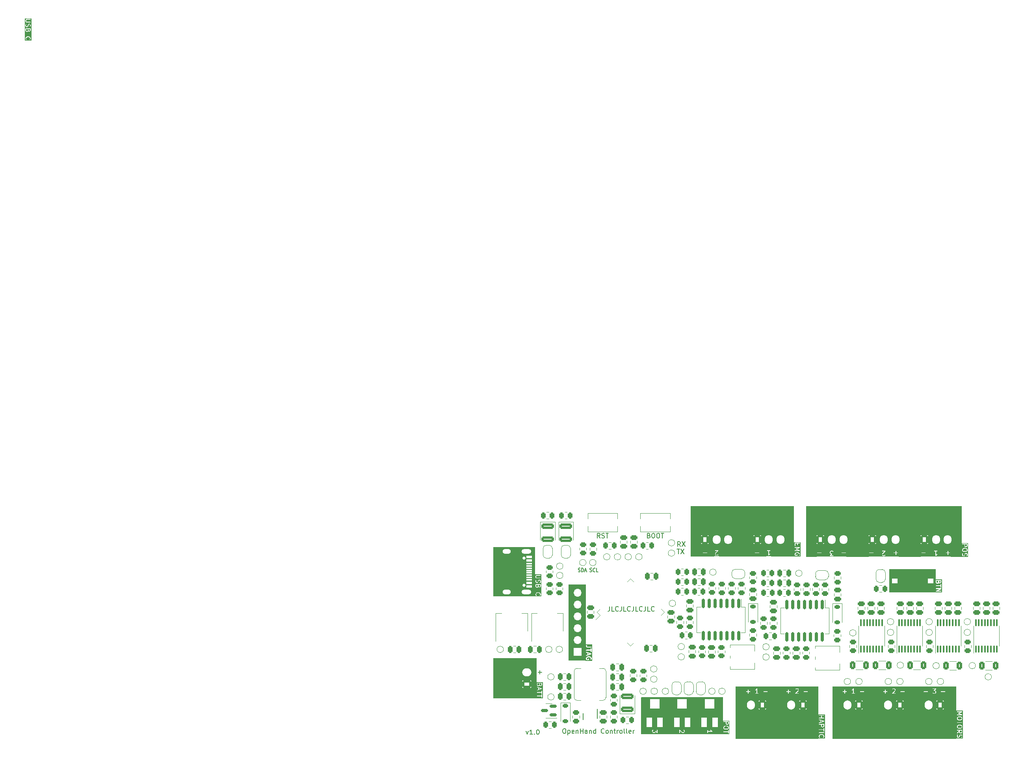
<source format=gbr>
%TF.GenerationSoftware,KiCad,Pcbnew,7.0.7*%
%TF.CreationDate,2024-02-16T21:08:36+01:00*%
%TF.ProjectId,OpenHand,4f70656e-4861-46e6-942e-6b696361645f,rev?*%
%TF.SameCoordinates,Original*%
%TF.FileFunction,Legend,Top*%
%TF.FilePolarity,Positive*%
%FSLAX46Y46*%
G04 Gerber Fmt 4.6, Leading zero omitted, Abs format (unit mm)*
G04 Created by KiCad (PCBNEW 7.0.7) date 2024-02-16 21:08:36*
%MOMM*%
%LPD*%
G01*
G04 APERTURE LIST*
G04 Aperture macros list*
%AMRoundRect*
0 Rectangle with rounded corners*
0 $1 Rounding radius*
0 $2 $3 $4 $5 $6 $7 $8 $9 X,Y pos of 4 corners*
0 Add a 4 corners polygon primitive as box body*
4,1,4,$2,$3,$4,$5,$6,$7,$8,$9,$2,$3,0*
0 Add four circle primitives for the rounded corners*
1,1,$1+$1,$2,$3*
1,1,$1+$1,$4,$5*
1,1,$1+$1,$6,$7*
1,1,$1+$1,$8,$9*
0 Add four rect primitives between the rounded corners*
20,1,$1+$1,$2,$3,$4,$5,0*
20,1,$1+$1,$4,$5,$6,$7,0*
20,1,$1+$1,$6,$7,$8,$9,0*
20,1,$1+$1,$8,$9,$2,$3,0*%
%AMFreePoly0*
4,1,19,0.500000,-0.750000,0.000000,-0.750000,0.000000,-0.744911,-0.071157,-0.744911,-0.207708,-0.704816,-0.327430,-0.627875,-0.420627,-0.520320,-0.479746,-0.390866,-0.500000,-0.250000,-0.500000,0.250000,-0.479746,0.390866,-0.420627,0.520320,-0.327430,0.627875,-0.207708,0.704816,-0.071157,0.744911,0.000000,0.744911,0.000000,0.750000,0.500000,0.750000,0.500000,-0.750000,0.500000,-0.750000,
$1*%
%AMFreePoly1*
4,1,19,0.000000,0.744911,0.071157,0.744911,0.207708,0.704816,0.327430,0.627875,0.420627,0.520320,0.479746,0.390866,0.500000,0.250000,0.500000,-0.250000,0.479746,-0.390866,0.420627,-0.520320,0.327430,-0.627875,0.207708,-0.704816,0.071157,-0.744911,0.000000,-0.744911,0.000000,-0.750000,-0.500000,-0.750000,-0.500000,0.750000,0.000000,0.750000,0.000000,0.744911,0.000000,0.744911,
$1*%
G04 Aperture macros list end*
%ADD10C,0.150000*%
%ADD11C,0.200000*%
%ADD12C,0.120000*%
%ADD13C,1.000000*%
%ADD14R,2.310000X2.460000*%
%ADD15RoundRect,0.100000X0.100000X-0.687500X0.100000X0.687500X-0.100000X0.687500X-0.100000X-0.687500X0*%
%ADD16RoundRect,0.250000X-0.450000X0.262500X-0.450000X-0.262500X0.450000X-0.262500X0.450000X0.262500X0*%
%ADD17RoundRect,0.250000X0.600000X0.750000X-0.600000X0.750000X-0.600000X-0.750000X0.600000X-0.750000X0*%
%ADD18O,1.700000X2.000000*%
%ADD19RoundRect,0.250000X0.450000X-0.262500X0.450000X0.262500X-0.450000X0.262500X-0.450000X-0.262500X0*%
%ADD20RoundRect,0.250000X0.312500X0.625000X-0.312500X0.625000X-0.312500X-0.625000X0.312500X-0.625000X0*%
%ADD21C,0.800000*%
%ADD22C,6.400000*%
%ADD23R,1.500000X2.000000*%
%ADD24R,3.800000X2.000000*%
%ADD25RoundRect,0.225000X-0.375000X0.225000X-0.375000X-0.225000X0.375000X-0.225000X0.375000X0.225000X0*%
%ADD26RoundRect,0.250000X-0.600000X-0.725000X0.600000X-0.725000X0.600000X0.725000X-0.600000X0.725000X0*%
%ADD27O,1.700000X1.950000*%
%ADD28FreePoly0,180.000000*%
%ADD29FreePoly1,180.000000*%
%ADD30RoundRect,0.250000X-0.250000X-0.475000X0.250000X-0.475000X0.250000X0.475000X-0.250000X0.475000X0*%
%ADD31RoundRect,0.250000X0.475000X-0.250000X0.475000X0.250000X-0.475000X0.250000X-0.475000X-0.250000X0*%
%ADD32RoundRect,0.250000X0.262500X0.450000X-0.262500X0.450000X-0.262500X-0.450000X0.262500X-0.450000X0*%
%ADD33R,0.549999X0.800001*%
%ADD34C,0.650000*%
%ADD35R,1.240000X0.600000*%
%ADD36R,1.240000X0.300000*%
%ADD37O,2.100000X1.000000*%
%ADD38O,1.800000X1.000000*%
%ADD39RoundRect,0.250000X0.250000X0.475000X-0.250000X0.475000X-0.250000X-0.475000X0.250000X-0.475000X0*%
%ADD40R,1.250000X1.000000*%
%ADD41RoundRect,0.250000X-0.475000X0.250000X-0.475000X-0.250000X0.475000X-0.250000X0.475000X0.250000X0*%
%ADD42R,2.000000X1.300000*%
%ADD43R,2.000000X2.000000*%
%ADD44FreePoly0,270.000000*%
%ADD45FreePoly1,270.000000*%
%ADD46R,1.300000X2.000000*%
%ADD47RoundRect,0.250000X0.750000X-0.600000X0.750000X0.600000X-0.750000X0.600000X-0.750000X-0.600000X0*%
%ADD48O,2.000000X1.700000*%
%ADD49FreePoly0,90.000000*%
%ADD50FreePoly1,90.000000*%
%ADD51RoundRect,0.250000X-0.262500X-0.450000X0.262500X-0.450000X0.262500X0.450000X-0.262500X0.450000X0*%
%ADD52R,3.500000X2.950000*%
%ADD53RoundRect,0.250000X-1.075000X0.375000X-1.075000X-0.375000X1.075000X-0.375000X1.075000X0.375000X0*%
%ADD54RoundRect,0.150000X0.587500X0.150000X-0.587500X0.150000X-0.587500X-0.150000X0.587500X-0.150000X0*%
%ADD55RoundRect,0.250000X-0.312500X-0.625000X0.312500X-0.625000X0.312500X0.625000X-0.312500X0.625000X0*%
%ADD56RoundRect,0.250000X1.075000X-0.375000X1.075000X0.375000X-1.075000X0.375000X-1.075000X-0.375000X0*%
%ADD57RoundRect,0.150000X-0.150000X0.837500X-0.150000X-0.837500X0.150000X-0.837500X0.150000X0.837500X0*%
%ADD58RoundRect,0.075000X-0.441942X-0.548008X0.548008X0.441942X0.441942X0.548008X-0.548008X-0.441942X0*%
%ADD59RoundRect,0.075000X0.441942X-0.548008X0.548008X-0.441942X-0.441942X0.548008X-0.548008X0.441942X0*%
%ADD60R,1.700000X1.700000*%
%ADD61O,1.700000X1.700000*%
G04 APERTURE END LIST*
D10*
G36*
X188554814Y-140472676D02*
G01*
X183645187Y-140472676D01*
X183645187Y-139860842D01*
X183788044Y-139860842D01*
X183796953Y-139911366D01*
X183836253Y-139944343D01*
X183861905Y-139948866D01*
X184167857Y-139948866D01*
X184167857Y-140254819D01*
X184185404Y-140303028D01*
X184229833Y-140328680D01*
X184280357Y-140319771D01*
X184313334Y-140280471D01*
X184317857Y-140254819D01*
X184317857Y-140248283D01*
X185691953Y-140248283D01*
X185697794Y-140270085D01*
X185701715Y-140292319D01*
X185704342Y-140294523D01*
X185705230Y-140297837D01*
X185723721Y-140310785D01*
X185741015Y-140325296D01*
X185745599Y-140326104D01*
X185747256Y-140327264D01*
X185750544Y-140326976D01*
X185766667Y-140329819D01*
X186385714Y-140329819D01*
X186433923Y-140312272D01*
X186459575Y-140267843D01*
X186450666Y-140217319D01*
X186411366Y-140184342D01*
X186385714Y-140179819D01*
X185947733Y-140179819D01*
X186266709Y-139860842D01*
X187502330Y-139860842D01*
X187511239Y-139911366D01*
X187550539Y-139944343D01*
X187576191Y-139948866D01*
X188338096Y-139948866D01*
X188386305Y-139931319D01*
X188411957Y-139886890D01*
X188403048Y-139836366D01*
X188363748Y-139803389D01*
X188338096Y-139798866D01*
X187576191Y-139798866D01*
X187527982Y-139816413D01*
X187502330Y-139860842D01*
X186266709Y-139860842D01*
X186391128Y-139736423D01*
X186393023Y-139732358D01*
X186396843Y-139730012D01*
X186409246Y-139707107D01*
X186456865Y-139564251D01*
X186456820Y-139562615D01*
X186460714Y-139540533D01*
X186460714Y-139445295D01*
X186459180Y-139441081D01*
X186460222Y-139436720D01*
X186452796Y-139411754D01*
X186405177Y-139316516D01*
X186403987Y-139315390D01*
X186391128Y-139297024D01*
X186343509Y-139249405D01*
X186342027Y-139248714D01*
X186324017Y-139235356D01*
X186228779Y-139187737D01*
X186224325Y-139187224D01*
X186220890Y-139184342D01*
X186195238Y-139179819D01*
X185957143Y-139179819D01*
X185952929Y-139181352D01*
X185948568Y-139180311D01*
X185923602Y-139187737D01*
X185828364Y-139235356D01*
X185827238Y-139236545D01*
X185808872Y-139249405D01*
X185761253Y-139297024D01*
X185739572Y-139343521D01*
X185752849Y-139393075D01*
X185794875Y-139422502D01*
X185845982Y-139418030D01*
X185867319Y-139403090D01*
X185906332Y-139364076D01*
X185974848Y-139329819D01*
X186177533Y-139329819D01*
X186246048Y-139364077D01*
X186276456Y-139394484D01*
X186310714Y-139463000D01*
X186310714Y-139528363D01*
X186272542Y-139642876D01*
X185713634Y-140201786D01*
X185704096Y-140222239D01*
X185692806Y-140241795D01*
X185693402Y-140245175D01*
X185691953Y-140248283D01*
X184317857Y-140248283D01*
X184317857Y-139948866D01*
X184623810Y-139948866D01*
X184672019Y-139931319D01*
X184697671Y-139886890D01*
X184688762Y-139836366D01*
X184649462Y-139803389D01*
X184623810Y-139798866D01*
X184317857Y-139798866D01*
X184317857Y-139492914D01*
X184300310Y-139444705D01*
X184255881Y-139419053D01*
X184205357Y-139427962D01*
X184172380Y-139467262D01*
X184167857Y-139492914D01*
X184167857Y-139798866D01*
X183861905Y-139798866D01*
X183813696Y-139816413D01*
X183788044Y-139860842D01*
X183645187Y-139860842D01*
X183645187Y-139036962D01*
X188554814Y-139036962D01*
X188554814Y-140472676D01*
G37*
G36*
X179854814Y-140472676D02*
G01*
X174945187Y-140472676D01*
X174945187Y-139860842D01*
X175088044Y-139860842D01*
X175096953Y-139911366D01*
X175136253Y-139944343D01*
X175161905Y-139948866D01*
X175467857Y-139948866D01*
X175467857Y-140254819D01*
X175485404Y-140303028D01*
X175529833Y-140328680D01*
X175580357Y-140319771D01*
X175613334Y-140280471D01*
X175617857Y-140254819D01*
X175617857Y-140241795D01*
X177040425Y-140241795D01*
X177049334Y-140292319D01*
X177088634Y-140325296D01*
X177114286Y-140329819D01*
X177685714Y-140329819D01*
X177733923Y-140312272D01*
X177759575Y-140267843D01*
X177750666Y-140217319D01*
X177711366Y-140184342D01*
X177685714Y-140179819D01*
X177475000Y-140179819D01*
X177475000Y-139860842D01*
X178802330Y-139860842D01*
X178811239Y-139911366D01*
X178850539Y-139944343D01*
X178876191Y-139948866D01*
X179638096Y-139948866D01*
X179686305Y-139931319D01*
X179711957Y-139886890D01*
X179703048Y-139836366D01*
X179663748Y-139803389D01*
X179638096Y-139798866D01*
X178876191Y-139798866D01*
X178827982Y-139816413D01*
X178802330Y-139860842D01*
X177475000Y-139860842D01*
X177475000Y-139254819D01*
X177473524Y-139250765D01*
X177474545Y-139246576D01*
X177464897Y-139227063D01*
X177457453Y-139206610D01*
X177453718Y-139204454D01*
X177451807Y-139200587D01*
X177431872Y-139191840D01*
X177413024Y-139180958D01*
X177408776Y-139181706D01*
X177404827Y-139179974D01*
X177383932Y-139186087D01*
X177362500Y-139189867D01*
X177359728Y-139193169D01*
X177355589Y-139194381D01*
X177337596Y-139213216D01*
X177246476Y-139349896D01*
X177165096Y-139431275D01*
X177080745Y-139473451D01*
X177045473Y-139510705D01*
X177042398Y-139561916D01*
X177072962Y-139603121D01*
X177122860Y-139615041D01*
X177147827Y-139607615D01*
X177243065Y-139559996D01*
X177244190Y-139558806D01*
X177262557Y-139545947D01*
X177325000Y-139483503D01*
X177325000Y-140179819D01*
X177114286Y-140179819D01*
X177066077Y-140197366D01*
X177040425Y-140241795D01*
X175617857Y-140241795D01*
X175617857Y-139948866D01*
X175923810Y-139948866D01*
X175972019Y-139931319D01*
X175997671Y-139886890D01*
X175988762Y-139836366D01*
X175949462Y-139803389D01*
X175923810Y-139798866D01*
X175617857Y-139798866D01*
X175617857Y-139492914D01*
X175600310Y-139444705D01*
X175555881Y-139419053D01*
X175505357Y-139427962D01*
X175472380Y-139467262D01*
X175467857Y-139492914D01*
X175467857Y-139798866D01*
X175161905Y-139798866D01*
X175113696Y-139816413D01*
X175088044Y-139860842D01*
X174945187Y-139860842D01*
X174945187Y-139037117D01*
X179854814Y-139037117D01*
X179854814Y-140472676D01*
G37*
X115195236Y-147854819D02*
X115385712Y-147854819D01*
X115385712Y-147854819D02*
X115480950Y-147902438D01*
X115480950Y-147902438D02*
X115576188Y-147997676D01*
X115576188Y-147997676D02*
X115623807Y-148188152D01*
X115623807Y-148188152D02*
X115623807Y-148521485D01*
X115623807Y-148521485D02*
X115576188Y-148711961D01*
X115576188Y-148711961D02*
X115480950Y-148807200D01*
X115480950Y-148807200D02*
X115385712Y-148854819D01*
X115385712Y-148854819D02*
X115195236Y-148854819D01*
X115195236Y-148854819D02*
X115099998Y-148807200D01*
X115099998Y-148807200D02*
X115004760Y-148711961D01*
X115004760Y-148711961D02*
X114957141Y-148521485D01*
X114957141Y-148521485D02*
X114957141Y-148188152D01*
X114957141Y-148188152D02*
X115004760Y-147997676D01*
X115004760Y-147997676D02*
X115099998Y-147902438D01*
X115099998Y-147902438D02*
X115195236Y-147854819D01*
X116052379Y-148188152D02*
X116052379Y-149188152D01*
X116052379Y-148235771D02*
X116147617Y-148188152D01*
X116147617Y-148188152D02*
X116338093Y-148188152D01*
X116338093Y-148188152D02*
X116433331Y-148235771D01*
X116433331Y-148235771D02*
X116480950Y-148283390D01*
X116480950Y-148283390D02*
X116528569Y-148378628D01*
X116528569Y-148378628D02*
X116528569Y-148664342D01*
X116528569Y-148664342D02*
X116480950Y-148759580D01*
X116480950Y-148759580D02*
X116433331Y-148807200D01*
X116433331Y-148807200D02*
X116338093Y-148854819D01*
X116338093Y-148854819D02*
X116147617Y-148854819D01*
X116147617Y-148854819D02*
X116052379Y-148807200D01*
X117338093Y-148807200D02*
X117242855Y-148854819D01*
X117242855Y-148854819D02*
X117052379Y-148854819D01*
X117052379Y-148854819D02*
X116957141Y-148807200D01*
X116957141Y-148807200D02*
X116909522Y-148711961D01*
X116909522Y-148711961D02*
X116909522Y-148331009D01*
X116909522Y-148331009D02*
X116957141Y-148235771D01*
X116957141Y-148235771D02*
X117052379Y-148188152D01*
X117052379Y-148188152D02*
X117242855Y-148188152D01*
X117242855Y-148188152D02*
X117338093Y-148235771D01*
X117338093Y-148235771D02*
X117385712Y-148331009D01*
X117385712Y-148331009D02*
X117385712Y-148426247D01*
X117385712Y-148426247D02*
X116909522Y-148521485D01*
X117814284Y-148188152D02*
X117814284Y-148854819D01*
X117814284Y-148283390D02*
X117861903Y-148235771D01*
X117861903Y-148235771D02*
X117957141Y-148188152D01*
X117957141Y-148188152D02*
X118099998Y-148188152D01*
X118099998Y-148188152D02*
X118195236Y-148235771D01*
X118195236Y-148235771D02*
X118242855Y-148331009D01*
X118242855Y-148331009D02*
X118242855Y-148854819D01*
X118719046Y-148854819D02*
X118719046Y-147854819D01*
X118719046Y-148331009D02*
X119290474Y-148331009D01*
X119290474Y-148854819D02*
X119290474Y-147854819D01*
X120195236Y-148854819D02*
X120195236Y-148331009D01*
X120195236Y-148331009D02*
X120147617Y-148235771D01*
X120147617Y-148235771D02*
X120052379Y-148188152D01*
X120052379Y-148188152D02*
X119861903Y-148188152D01*
X119861903Y-148188152D02*
X119766665Y-148235771D01*
X120195236Y-148807200D02*
X120099998Y-148854819D01*
X120099998Y-148854819D02*
X119861903Y-148854819D01*
X119861903Y-148854819D02*
X119766665Y-148807200D01*
X119766665Y-148807200D02*
X119719046Y-148711961D01*
X119719046Y-148711961D02*
X119719046Y-148616723D01*
X119719046Y-148616723D02*
X119766665Y-148521485D01*
X119766665Y-148521485D02*
X119861903Y-148473866D01*
X119861903Y-148473866D02*
X120099998Y-148473866D01*
X120099998Y-148473866D02*
X120195236Y-148426247D01*
X120671427Y-148188152D02*
X120671427Y-148854819D01*
X120671427Y-148283390D02*
X120719046Y-148235771D01*
X120719046Y-148235771D02*
X120814284Y-148188152D01*
X120814284Y-148188152D02*
X120957141Y-148188152D01*
X120957141Y-148188152D02*
X121052379Y-148235771D01*
X121052379Y-148235771D02*
X121099998Y-148331009D01*
X121099998Y-148331009D02*
X121099998Y-148854819D01*
X122004760Y-148854819D02*
X122004760Y-147854819D01*
X122004760Y-148807200D02*
X121909522Y-148854819D01*
X121909522Y-148854819D02*
X121719046Y-148854819D01*
X121719046Y-148854819D02*
X121623808Y-148807200D01*
X121623808Y-148807200D02*
X121576189Y-148759580D01*
X121576189Y-148759580D02*
X121528570Y-148664342D01*
X121528570Y-148664342D02*
X121528570Y-148378628D01*
X121528570Y-148378628D02*
X121576189Y-148283390D01*
X121576189Y-148283390D02*
X121623808Y-148235771D01*
X121623808Y-148235771D02*
X121719046Y-148188152D01*
X121719046Y-148188152D02*
X121909522Y-148188152D01*
X121909522Y-148188152D02*
X122004760Y-148235771D01*
X123814284Y-148759580D02*
X123766665Y-148807200D01*
X123766665Y-148807200D02*
X123623808Y-148854819D01*
X123623808Y-148854819D02*
X123528570Y-148854819D01*
X123528570Y-148854819D02*
X123385713Y-148807200D01*
X123385713Y-148807200D02*
X123290475Y-148711961D01*
X123290475Y-148711961D02*
X123242856Y-148616723D01*
X123242856Y-148616723D02*
X123195237Y-148426247D01*
X123195237Y-148426247D02*
X123195237Y-148283390D01*
X123195237Y-148283390D02*
X123242856Y-148092914D01*
X123242856Y-148092914D02*
X123290475Y-147997676D01*
X123290475Y-147997676D02*
X123385713Y-147902438D01*
X123385713Y-147902438D02*
X123528570Y-147854819D01*
X123528570Y-147854819D02*
X123623808Y-147854819D01*
X123623808Y-147854819D02*
X123766665Y-147902438D01*
X123766665Y-147902438D02*
X123814284Y-147950057D01*
X124385713Y-148854819D02*
X124290475Y-148807200D01*
X124290475Y-148807200D02*
X124242856Y-148759580D01*
X124242856Y-148759580D02*
X124195237Y-148664342D01*
X124195237Y-148664342D02*
X124195237Y-148378628D01*
X124195237Y-148378628D02*
X124242856Y-148283390D01*
X124242856Y-148283390D02*
X124290475Y-148235771D01*
X124290475Y-148235771D02*
X124385713Y-148188152D01*
X124385713Y-148188152D02*
X124528570Y-148188152D01*
X124528570Y-148188152D02*
X124623808Y-148235771D01*
X124623808Y-148235771D02*
X124671427Y-148283390D01*
X124671427Y-148283390D02*
X124719046Y-148378628D01*
X124719046Y-148378628D02*
X124719046Y-148664342D01*
X124719046Y-148664342D02*
X124671427Y-148759580D01*
X124671427Y-148759580D02*
X124623808Y-148807200D01*
X124623808Y-148807200D02*
X124528570Y-148854819D01*
X124528570Y-148854819D02*
X124385713Y-148854819D01*
X125147618Y-148188152D02*
X125147618Y-148854819D01*
X125147618Y-148283390D02*
X125195237Y-148235771D01*
X125195237Y-148235771D02*
X125290475Y-148188152D01*
X125290475Y-148188152D02*
X125433332Y-148188152D01*
X125433332Y-148188152D02*
X125528570Y-148235771D01*
X125528570Y-148235771D02*
X125576189Y-148331009D01*
X125576189Y-148331009D02*
X125576189Y-148854819D01*
X125909523Y-148188152D02*
X126290475Y-148188152D01*
X126052380Y-147854819D02*
X126052380Y-148711961D01*
X126052380Y-148711961D02*
X126099999Y-148807200D01*
X126099999Y-148807200D02*
X126195237Y-148854819D01*
X126195237Y-148854819D02*
X126290475Y-148854819D01*
X126623809Y-148854819D02*
X126623809Y-148188152D01*
X126623809Y-148378628D02*
X126671428Y-148283390D01*
X126671428Y-148283390D02*
X126719047Y-148235771D01*
X126719047Y-148235771D02*
X126814285Y-148188152D01*
X126814285Y-148188152D02*
X126909523Y-148188152D01*
X127385714Y-148854819D02*
X127290476Y-148807200D01*
X127290476Y-148807200D02*
X127242857Y-148759580D01*
X127242857Y-148759580D02*
X127195238Y-148664342D01*
X127195238Y-148664342D02*
X127195238Y-148378628D01*
X127195238Y-148378628D02*
X127242857Y-148283390D01*
X127242857Y-148283390D02*
X127290476Y-148235771D01*
X127290476Y-148235771D02*
X127385714Y-148188152D01*
X127385714Y-148188152D02*
X127528571Y-148188152D01*
X127528571Y-148188152D02*
X127623809Y-148235771D01*
X127623809Y-148235771D02*
X127671428Y-148283390D01*
X127671428Y-148283390D02*
X127719047Y-148378628D01*
X127719047Y-148378628D02*
X127719047Y-148664342D01*
X127719047Y-148664342D02*
X127671428Y-148759580D01*
X127671428Y-148759580D02*
X127623809Y-148807200D01*
X127623809Y-148807200D02*
X127528571Y-148854819D01*
X127528571Y-148854819D02*
X127385714Y-148854819D01*
X128290476Y-148854819D02*
X128195238Y-148807200D01*
X128195238Y-148807200D02*
X128147619Y-148711961D01*
X128147619Y-148711961D02*
X128147619Y-147854819D01*
X128814286Y-148854819D02*
X128719048Y-148807200D01*
X128719048Y-148807200D02*
X128671429Y-148711961D01*
X128671429Y-148711961D02*
X128671429Y-147854819D01*
X129576191Y-148807200D02*
X129480953Y-148854819D01*
X129480953Y-148854819D02*
X129290477Y-148854819D01*
X129290477Y-148854819D02*
X129195239Y-148807200D01*
X129195239Y-148807200D02*
X129147620Y-148711961D01*
X129147620Y-148711961D02*
X129147620Y-148331009D01*
X129147620Y-148331009D02*
X129195239Y-148235771D01*
X129195239Y-148235771D02*
X129290477Y-148188152D01*
X129290477Y-148188152D02*
X129480953Y-148188152D01*
X129480953Y-148188152D02*
X129576191Y-148235771D01*
X129576191Y-148235771D02*
X129623810Y-148331009D01*
X129623810Y-148331009D02*
X129623810Y-148426247D01*
X129623810Y-148426247D02*
X129147620Y-148521485D01*
X130052382Y-148854819D02*
X130052382Y-148188152D01*
X130052382Y-148378628D02*
X130100001Y-148283390D01*
X130100001Y-148283390D02*
X130147620Y-148235771D01*
X130147620Y-148235771D02*
X130242858Y-148188152D01*
X130242858Y-148188152D02*
X130338096Y-148188152D01*
G36*
X-6010Y2301330D02*
G01*
X-44181Y2186816D01*
X-70674Y2160322D01*
X-139190Y2126065D01*
X-246637Y2126065D01*
X-315153Y2160323D01*
X-345561Y2190730D01*
X-379819Y2259246D01*
X-379819Y2547493D01*
X-6010Y2547493D01*
X-6010Y2301330D01*
G37*
G36*
X470180Y2306865D02*
G01*
X435922Y2238349D01*
X405514Y2207941D01*
X336999Y2173684D01*
X277171Y2173684D01*
X208654Y2207942D01*
X178248Y2238349D01*
X143990Y2306865D01*
X143990Y2547493D01*
X470180Y2547493D01*
X470180Y2306865D01*
G37*
G36*
X763037Y71589D02*
G01*
X-672676Y71589D01*
X-672676Y479636D01*
X-529819Y479636D01*
X-529258Y478097D01*
X-525970Y455919D01*
X-478351Y313062D01*
X-475563Y309550D01*
X-475173Y305082D01*
X-460232Y283745D01*
X-412613Y236127D01*
X-366116Y214446D01*
X-316561Y227724D01*
X-287135Y269749D01*
X-291607Y320857D01*
X-306548Y342194D01*
X-341647Y377292D01*
X-379819Y491806D01*
X-379819Y562703D01*
X-341647Y677217D01*
X-267534Y751329D01*
X-190547Y789823D01*
X-17013Y833207D01*
X107375Y833207D01*
X280909Y789823D01*
X357896Y751330D01*
X432009Y677217D01*
X470180Y562704D01*
X470180Y491806D01*
X432009Y377293D01*
X396909Y342193D01*
X375228Y295696D01*
X388505Y246142D01*
X430531Y216715D01*
X481638Y221187D01*
X502975Y236127D01*
X550594Y283746D01*
X552489Y287810D01*
X556309Y290157D01*
X568712Y313062D01*
X616331Y455918D01*
X616286Y457553D01*
X620180Y479636D01*
X620180Y574874D01*
X619620Y576411D01*
X616331Y598592D01*
X568712Y741448D01*
X565925Y744958D01*
X565535Y749427D01*
X550594Y770764D01*
X455356Y866002D01*
X453874Y866692D01*
X435864Y880051D01*
X340626Y927670D01*
X337097Y928076D01*
X325275Y933349D01*
X134799Y980968D01*
X131350Y980607D01*
X116609Y983207D01*
X-26247Y983207D01*
X-29504Y982021D01*
X-44437Y980968D01*
X-234913Y933349D01*
X-237857Y931360D01*
X-250264Y927670D01*
X-345502Y880051D01*
X-346627Y878862D01*
X-364993Y866003D01*
X-460233Y770764D01*
X-462127Y766700D01*
X-465949Y764353D01*
X-478351Y741448D01*
X-525970Y598591D01*
X-525925Y596956D01*
X-529819Y574874D01*
X-529819Y479636D01*
X-672676Y479636D01*
X-672676Y2241541D01*
X-529819Y2241541D01*
X-528285Y2237327D01*
X-529327Y2232967D01*
X-521901Y2208000D01*
X-474282Y2112762D01*
X-473094Y2111637D01*
X-460232Y2093269D01*
X-412613Y2045651D01*
X-411131Y2044960D01*
X-393121Y2031602D01*
X-297883Y1983983D01*
X-293429Y1983470D01*
X-289994Y1980588D01*
X-264342Y1976065D01*
X-121485Y1976065D01*
X-117271Y1977598D01*
X-112911Y1976557D01*
X-87944Y1983983D01*
X7294Y2031602D01*
X8418Y2032789D01*
X26787Y2045652D01*
X74405Y2093271D01*
X76299Y2097334D01*
X80119Y2099681D01*
X88783Y2115681D01*
X111195Y2093270D01*
X112676Y2092578D01*
X130687Y2079221D01*
X225925Y2031602D01*
X230378Y2031089D01*
X233814Y2028207D01*
X259466Y2023684D01*
X354704Y2023684D01*
X358917Y2025217D01*
X363278Y2024176D01*
X388245Y2031602D01*
X483483Y2079221D01*
X484608Y2080410D01*
X502975Y2093270D01*
X550594Y2140889D01*
X551285Y2142370D01*
X564643Y2160381D01*
X612262Y2255619D01*
X612774Y2260072D01*
X615657Y2263508D01*
X620180Y2289160D01*
X620180Y2622493D01*
X613516Y2640801D01*
X610132Y2659993D01*
X604947Y2664343D01*
X602633Y2670702D01*
X585759Y2680444D01*
X570832Y2692970D01*
X561089Y2694687D01*
X558204Y2696354D01*
X554921Y2695775D01*
X545180Y2697493D01*
X-454819Y2697493D01*
X-473127Y2690829D01*
X-492319Y2687445D01*
X-496669Y2682260D01*
X-503028Y2679946D01*
X-512770Y2663072D01*
X-525296Y2648145D01*
X-527013Y2638402D01*
X-528680Y2635517D01*
X-528101Y2632234D01*
X-529819Y2622493D01*
X-529819Y2241541D01*
X-672676Y2241541D01*
X-672676Y3241541D01*
X-529819Y3241541D01*
X-528285Y3237327D01*
X-529327Y3232967D01*
X-521901Y3208000D01*
X-474282Y3112762D01*
X-473094Y3111637D01*
X-460232Y3093269D01*
X-412613Y3045651D01*
X-411131Y3044960D01*
X-393121Y3031602D01*
X-297883Y2983983D01*
X-293429Y2983470D01*
X-289994Y2980588D01*
X-264342Y2976065D01*
X-169104Y2976065D01*
X-164890Y2977598D01*
X-160530Y2976557D01*
X-135563Y2983983D01*
X-40325Y3031602D01*
X-39199Y3032791D01*
X-20833Y3045651D01*
X26786Y3093270D01*
X27477Y3094752D01*
X40835Y3112763D01*
X88453Y3208001D01*
X88858Y3211527D01*
X94132Y3223351D01*
X139754Y3405841D01*
X178248Y3482828D01*
X208655Y3513235D01*
X277171Y3547493D01*
X336999Y3547493D01*
X405515Y3513234D01*
X435922Y3482828D01*
X470180Y3414312D01*
X470180Y3206092D01*
X426410Y3074782D01*
X427811Y3023498D01*
X461848Y2985113D01*
X512597Y2977588D01*
X556309Y3004443D01*
X568712Y3027348D01*
X616331Y3170204D01*
X616286Y3171839D01*
X620180Y3193922D01*
X620180Y3432017D01*
X618646Y3436230D01*
X619688Y3440592D01*
X612262Y3465558D01*
X564643Y3560796D01*
X563453Y3561921D01*
X550594Y3580288D01*
X502975Y3627907D01*
X501493Y3628597D01*
X483483Y3641956D01*
X388245Y3689575D01*
X383791Y3690087D01*
X380356Y3692970D01*
X354704Y3697493D01*
X259466Y3697493D01*
X255252Y3695959D01*
X250891Y3697001D01*
X225925Y3689575D01*
X130687Y3641956D01*
X129561Y3640766D01*
X111195Y3627907D01*
X63576Y3580288D01*
X62885Y3578806D01*
X49527Y3560796D01*
X1908Y3465558D01*
X1501Y3462029D01*
X-3771Y3450207D01*
X-49393Y3267716D01*
X-87885Y3190730D01*
X-118292Y3160323D01*
X-186809Y3126065D01*
X-246637Y3126065D01*
X-315153Y3160323D01*
X-345561Y3190730D01*
X-379819Y3259246D01*
X-379819Y3467465D01*
X-336049Y3598775D01*
X-337450Y3650059D01*
X-371488Y3688445D01*
X-422236Y3695970D01*
X-465949Y3669115D01*
X-478351Y3646210D01*
X-525970Y3503353D01*
X-525925Y3501718D01*
X-529819Y3479636D01*
X-529819Y3241541D01*
X-672676Y3241541D01*
X-672676Y4241541D01*
X-529819Y4241541D01*
X-528285Y4237327D01*
X-529327Y4232967D01*
X-521901Y4208000D01*
X-474282Y4112762D01*
X-473094Y4111637D01*
X-460232Y4093269D01*
X-412613Y4045651D01*
X-411131Y4044960D01*
X-393121Y4031602D01*
X-297883Y3983983D01*
X-293429Y3983470D01*
X-289994Y3980588D01*
X-264342Y3976065D01*
X545180Y3976065D01*
X593389Y3993612D01*
X619041Y4038041D01*
X610132Y4088565D01*
X570832Y4121542D01*
X545180Y4126065D01*
X-246637Y4126065D01*
X-315153Y4160323D01*
X-345561Y4190730D01*
X-379819Y4259246D01*
X-379819Y4414312D01*
X-345561Y4482827D01*
X-315153Y4513234D01*
X-246637Y4547493D01*
X545180Y4547493D01*
X593389Y4565040D01*
X619041Y4609469D01*
X610132Y4659993D01*
X570832Y4692970D01*
X545180Y4697493D01*
X-264342Y4697493D01*
X-268555Y4695959D01*
X-272917Y4697001D01*
X-297883Y4689575D01*
X-393121Y4641956D01*
X-394246Y4640767D01*
X-412613Y4627907D01*
X-460232Y4580289D01*
X-460922Y4578807D01*
X-474282Y4560796D01*
X-521901Y4465558D01*
X-522413Y4461104D01*
X-525296Y4457669D01*
X-529819Y4432017D01*
X-529819Y4241541D01*
X-672676Y4241541D01*
X-672676Y4840350D01*
X763037Y4840350D01*
X763037Y71589D01*
G37*
G36*
X135463037Y-148928696D02*
G01*
X134027323Y-148928696D01*
X134027323Y-148520363D01*
X134170180Y-148520363D01*
X134171713Y-148524576D01*
X134170672Y-148528938D01*
X134178098Y-148553905D01*
X134225718Y-148649143D01*
X134226909Y-148650270D01*
X134239767Y-148668634D01*
X134287386Y-148716253D01*
X134288867Y-148716944D01*
X134306878Y-148730302D01*
X134402116Y-148777921D01*
X134406569Y-148778433D01*
X134410005Y-148781316D01*
X134435657Y-148785839D01*
X134673752Y-148785839D01*
X134677965Y-148784305D01*
X134682326Y-148785347D01*
X134707293Y-148777921D01*
X134802531Y-148730302D01*
X134803656Y-148729112D01*
X134822023Y-148716253D01*
X134869642Y-148668634D01*
X134870333Y-148667152D01*
X134883691Y-148649142D01*
X134931310Y-148553904D01*
X134931822Y-148549450D01*
X134934705Y-148546015D01*
X134935802Y-148539791D01*
X135195792Y-148767282D01*
X135214643Y-148774588D01*
X135232156Y-148784700D01*
X135238049Y-148783660D01*
X135243628Y-148785823D01*
X135262767Y-148779302D01*
X135282680Y-148775791D01*
X135286525Y-148771207D01*
X135292190Y-148769278D01*
X135302660Y-148751979D01*
X135315657Y-148736491D01*
X135317145Y-148728047D01*
X135318755Y-148725389D01*
X135318221Y-148721947D01*
X135320180Y-148710839D01*
X135320180Y-148091792D01*
X135302633Y-148043583D01*
X135258204Y-148017931D01*
X135207680Y-148026840D01*
X135174703Y-148066140D01*
X135170180Y-148091792D01*
X135170180Y-148545556D01*
X134913616Y-148321063D01*
X134894764Y-148313756D01*
X134877252Y-148303645D01*
X134871358Y-148304684D01*
X134865780Y-148302522D01*
X134846640Y-148309042D01*
X134826728Y-148312554D01*
X134822882Y-148317137D01*
X134817218Y-148319067D01*
X134806747Y-148336365D01*
X134793751Y-148351854D01*
X134792262Y-148360297D01*
X134790653Y-148362956D01*
X134791186Y-148366397D01*
X134789228Y-148377506D01*
X134789228Y-148502657D01*
X134754969Y-148571174D01*
X134724563Y-148601580D01*
X134656047Y-148635839D01*
X134453362Y-148635839D01*
X134384846Y-148601581D01*
X134354438Y-148571173D01*
X134320180Y-148502656D01*
X134320180Y-148252355D01*
X134354438Y-148183838D01*
X134393452Y-148144825D01*
X134415133Y-148098329D01*
X134401856Y-148048774D01*
X134359830Y-148019348D01*
X134308723Y-148023819D01*
X134287386Y-148038759D01*
X134239767Y-148086378D01*
X134239075Y-148087860D01*
X134225718Y-148105869D01*
X134178098Y-148201107D01*
X134177585Y-148205561D01*
X134174703Y-148208997D01*
X134170180Y-148234649D01*
X134170180Y-148520363D01*
X134027323Y-148520363D01*
X134027323Y-147875074D01*
X135463037Y-147875074D01*
X135463037Y-148928696D01*
G37*
G36*
X197254814Y-140472676D02*
G01*
X192345187Y-140472676D01*
X192345187Y-139860842D01*
X192488044Y-139860842D01*
X192496953Y-139911366D01*
X192536253Y-139944343D01*
X192561905Y-139948866D01*
X192867857Y-139948866D01*
X192867857Y-140254819D01*
X192885404Y-140303028D01*
X192929833Y-140328680D01*
X192980357Y-140319771D01*
X193013334Y-140280471D01*
X193017857Y-140254819D01*
X193017857Y-139948866D01*
X193323810Y-139948866D01*
X193372019Y-139931319D01*
X193397671Y-139886890D01*
X193388762Y-139836366D01*
X193349462Y-139803389D01*
X193323810Y-139798866D01*
X193017857Y-139798866D01*
X193017857Y-139492914D01*
X193000310Y-139444705D01*
X192955881Y-139419053D01*
X192905357Y-139427962D01*
X192872380Y-139467262D01*
X192867857Y-139492914D01*
X192867857Y-139798866D01*
X192561905Y-139798866D01*
X192513696Y-139816413D01*
X192488044Y-139860842D01*
X192345187Y-139860842D01*
X192345187Y-139241795D01*
X194392806Y-139241795D01*
X194401715Y-139292319D01*
X194441015Y-139325296D01*
X194466667Y-139329819D01*
X194920432Y-139329819D01*
X194695938Y-139586383D01*
X194688631Y-139605234D01*
X194678520Y-139622747D01*
X194679559Y-139628640D01*
X194677397Y-139634219D01*
X194683917Y-139653358D01*
X194687429Y-139673271D01*
X194692012Y-139677116D01*
X194693942Y-139682781D01*
X194711240Y-139693251D01*
X194726729Y-139706248D01*
X194735172Y-139707736D01*
X194737831Y-139709346D01*
X194741272Y-139708812D01*
X194752381Y-139710771D01*
X194877533Y-139710771D01*
X194946049Y-139745029D01*
X194976456Y-139775436D01*
X195010714Y-139843951D01*
X195010714Y-140046637D01*
X194976455Y-140115153D01*
X194946048Y-140145561D01*
X194877533Y-140179819D01*
X194627229Y-140179819D01*
X194558713Y-140145561D01*
X194519701Y-140106548D01*
X194473204Y-140084866D01*
X194423649Y-140098143D01*
X194394223Y-140140168D01*
X194398693Y-140191275D01*
X194413633Y-140212612D01*
X194461252Y-140260232D01*
X194462733Y-140260922D01*
X194480745Y-140274282D01*
X194575983Y-140321901D01*
X194580436Y-140322413D01*
X194583872Y-140325296D01*
X194609524Y-140329819D01*
X194895238Y-140329819D01*
X194899451Y-140328285D01*
X194903812Y-140329327D01*
X194928779Y-140321901D01*
X195024017Y-140274282D01*
X195025141Y-140273094D01*
X195043510Y-140260232D01*
X195091128Y-140212613D01*
X195091818Y-140211131D01*
X195105177Y-140193121D01*
X195152796Y-140097883D01*
X195153308Y-140093429D01*
X195156191Y-140089994D01*
X195160714Y-140064342D01*
X195160714Y-139860842D01*
X196202330Y-139860842D01*
X196211239Y-139911366D01*
X196250539Y-139944343D01*
X196276191Y-139948866D01*
X197038096Y-139948866D01*
X197086305Y-139931319D01*
X197111957Y-139886890D01*
X197103048Y-139836366D01*
X197063748Y-139803389D01*
X197038096Y-139798866D01*
X196276191Y-139798866D01*
X196227982Y-139816413D01*
X196202330Y-139860842D01*
X195160714Y-139860842D01*
X195160714Y-139826247D01*
X195159180Y-139822033D01*
X195160222Y-139817672D01*
X195152796Y-139792706D01*
X195105177Y-139697468D01*
X195103987Y-139696342D01*
X195091128Y-139677976D01*
X195043509Y-139630357D01*
X195042027Y-139629666D01*
X195024017Y-139616308D01*
X194928779Y-139568689D01*
X194924325Y-139568176D01*
X194920890Y-139565294D01*
X194914666Y-139564196D01*
X195142157Y-139304207D01*
X195149463Y-139285355D01*
X195159575Y-139267843D01*
X195158535Y-139261949D01*
X195160698Y-139256371D01*
X195154177Y-139237231D01*
X195150666Y-139217319D01*
X195146082Y-139213473D01*
X195144153Y-139207809D01*
X195126854Y-139197338D01*
X195111366Y-139184342D01*
X195102922Y-139182853D01*
X195100264Y-139181244D01*
X195096822Y-139181777D01*
X195085714Y-139179819D01*
X194466667Y-139179819D01*
X194418458Y-139197366D01*
X194392806Y-139241795D01*
X192345187Y-139241795D01*
X192345187Y-139036962D01*
X197254814Y-139036962D01*
X197254814Y-140472676D01*
G37*
G36*
X150363979Y-147397609D02*
G01*
X150435921Y-147469551D01*
X150470180Y-147538068D01*
X150470180Y-147693134D01*
X150435922Y-147761650D01*
X150363979Y-147833592D01*
X150202613Y-147873934D01*
X149887748Y-147873934D01*
X149726381Y-147833592D01*
X149654438Y-147761649D01*
X149620180Y-147693132D01*
X149620180Y-147538069D01*
X149654438Y-147469552D01*
X149726381Y-147397609D01*
X149887748Y-147357268D01*
X150202613Y-147357268D01*
X150363979Y-147397609D01*
G37*
G36*
X150470180Y-146693134D02*
G01*
X150435922Y-146761649D01*
X150405514Y-146792057D01*
X150336999Y-146826315D01*
X150229552Y-146826315D01*
X150161035Y-146792057D01*
X150130628Y-146761650D01*
X150096371Y-146693134D01*
X150096371Y-146404887D01*
X150470180Y-146404887D01*
X150470180Y-146693134D01*
G37*
G36*
X150763037Y-149022795D02*
G01*
X149327323Y-149022795D01*
X149327323Y-148507339D01*
X149471319Y-148507339D01*
X149480228Y-148557863D01*
X149519528Y-148590840D01*
X149545180Y-148595363D01*
X150470180Y-148595363D01*
X150470180Y-148806077D01*
X150487727Y-148854286D01*
X150532156Y-148879938D01*
X150582680Y-148871029D01*
X150615657Y-148831729D01*
X150620180Y-148806077D01*
X150620180Y-148234649D01*
X150602633Y-148186440D01*
X150558204Y-148160788D01*
X150507680Y-148169697D01*
X150474703Y-148208997D01*
X150470180Y-148234649D01*
X150470180Y-148445363D01*
X149545180Y-148445363D01*
X149496971Y-148462910D01*
X149471319Y-148507339D01*
X149327323Y-148507339D01*
X149327323Y-147710839D01*
X149470180Y-147710839D01*
X149471713Y-147715052D01*
X149470672Y-147719414D01*
X149478098Y-147744381D01*
X149525718Y-147839619D01*
X149526909Y-147840746D01*
X149539767Y-147859110D01*
X149635005Y-147954348D01*
X149641712Y-147957475D01*
X149646059Y-147963466D01*
X149669848Y-147974076D01*
X149860324Y-148021695D01*
X149863772Y-148021334D01*
X149878514Y-148023934D01*
X150211847Y-148023934D01*
X150215104Y-148022748D01*
X150230037Y-148021695D01*
X150420513Y-147974076D01*
X150426646Y-147969933D01*
X150434019Y-147969288D01*
X150455356Y-147954348D01*
X150550594Y-147859110D01*
X150551284Y-147857628D01*
X150564643Y-147839618D01*
X150612262Y-147744380D01*
X150612774Y-147739926D01*
X150615657Y-147736491D01*
X150620180Y-147710839D01*
X150620180Y-147520363D01*
X150618646Y-147516149D01*
X150619688Y-147511788D01*
X150612262Y-147486822D01*
X150564643Y-147391584D01*
X150563456Y-147390460D01*
X150550594Y-147372092D01*
X150455356Y-147276854D01*
X150448648Y-147273726D01*
X150444302Y-147267736D01*
X150420513Y-147257126D01*
X150230037Y-147209507D01*
X150226588Y-147209867D01*
X150211847Y-147207268D01*
X149878514Y-147207268D01*
X149875256Y-147208453D01*
X149860324Y-147209507D01*
X149669848Y-147257126D01*
X149663715Y-147261267D01*
X149656342Y-147261913D01*
X149635005Y-147276854D01*
X149539767Y-147372092D01*
X149539075Y-147373574D01*
X149525718Y-147391583D01*
X149478098Y-147486821D01*
X149477585Y-147491275D01*
X149474703Y-147494711D01*
X149470180Y-147520363D01*
X149470180Y-147710839D01*
X149327323Y-147710839D01*
X149327323Y-146316863D01*
X149471319Y-146316863D01*
X149480228Y-146367387D01*
X149519528Y-146400364D01*
X149545180Y-146404887D01*
X149946371Y-146404887D01*
X149946371Y-146710839D01*
X149947904Y-146715052D01*
X149946863Y-146719413D01*
X149954289Y-146744380D01*
X150001908Y-146839618D01*
X150003097Y-146840743D01*
X150015957Y-146859110D01*
X150063576Y-146906729D01*
X150065057Y-146907420D01*
X150083068Y-146920778D01*
X150178306Y-146968397D01*
X150182759Y-146968909D01*
X150186195Y-146971792D01*
X150211847Y-146976315D01*
X150354704Y-146976315D01*
X150358917Y-146974781D01*
X150363278Y-146975823D01*
X150388245Y-146968397D01*
X150483483Y-146920778D01*
X150484608Y-146919588D01*
X150502975Y-146906729D01*
X150550594Y-146859110D01*
X150551285Y-146857628D01*
X150564643Y-146839618D01*
X150612262Y-146744380D01*
X150612774Y-146739926D01*
X150615657Y-146736491D01*
X150620180Y-146710839D01*
X150620180Y-146329887D01*
X150613516Y-146311578D01*
X150610132Y-146292387D01*
X150604947Y-146288036D01*
X150602633Y-146281678D01*
X150585759Y-146271935D01*
X150570832Y-146259410D01*
X150561089Y-146257692D01*
X150558204Y-146256026D01*
X150554921Y-146256604D01*
X150545180Y-146254887D01*
X149545180Y-146254887D01*
X149496971Y-146272434D01*
X149471319Y-146316863D01*
X149327323Y-146316863D01*
X149327323Y-146112030D01*
X150763037Y-146112030D01*
X150763037Y-149022795D01*
G37*
D11*
X133442857Y-106328409D02*
X133585714Y-106376028D01*
X133585714Y-106376028D02*
X133633333Y-106423647D01*
X133633333Y-106423647D02*
X133680952Y-106518885D01*
X133680952Y-106518885D02*
X133680952Y-106661742D01*
X133680952Y-106661742D02*
X133633333Y-106756980D01*
X133633333Y-106756980D02*
X133585714Y-106804600D01*
X133585714Y-106804600D02*
X133490476Y-106852219D01*
X133490476Y-106852219D02*
X133109524Y-106852219D01*
X133109524Y-106852219D02*
X133109524Y-105852219D01*
X133109524Y-105852219D02*
X133442857Y-105852219D01*
X133442857Y-105852219D02*
X133538095Y-105899838D01*
X133538095Y-105899838D02*
X133585714Y-105947457D01*
X133585714Y-105947457D02*
X133633333Y-106042695D01*
X133633333Y-106042695D02*
X133633333Y-106137933D01*
X133633333Y-106137933D02*
X133585714Y-106233171D01*
X133585714Y-106233171D02*
X133538095Y-106280790D01*
X133538095Y-106280790D02*
X133442857Y-106328409D01*
X133442857Y-106328409D02*
X133109524Y-106328409D01*
X134300000Y-105852219D02*
X134490476Y-105852219D01*
X134490476Y-105852219D02*
X134585714Y-105899838D01*
X134585714Y-105899838D02*
X134680952Y-105995076D01*
X134680952Y-105995076D02*
X134728571Y-106185552D01*
X134728571Y-106185552D02*
X134728571Y-106518885D01*
X134728571Y-106518885D02*
X134680952Y-106709361D01*
X134680952Y-106709361D02*
X134585714Y-106804600D01*
X134585714Y-106804600D02*
X134490476Y-106852219D01*
X134490476Y-106852219D02*
X134300000Y-106852219D01*
X134300000Y-106852219D02*
X134204762Y-106804600D01*
X134204762Y-106804600D02*
X134109524Y-106709361D01*
X134109524Y-106709361D02*
X134061905Y-106518885D01*
X134061905Y-106518885D02*
X134061905Y-106185552D01*
X134061905Y-106185552D02*
X134109524Y-105995076D01*
X134109524Y-105995076D02*
X134204762Y-105899838D01*
X134204762Y-105899838D02*
X134300000Y-105852219D01*
X135347619Y-105852219D02*
X135538095Y-105852219D01*
X135538095Y-105852219D02*
X135633333Y-105899838D01*
X135633333Y-105899838D02*
X135728571Y-105995076D01*
X135728571Y-105995076D02*
X135776190Y-106185552D01*
X135776190Y-106185552D02*
X135776190Y-106518885D01*
X135776190Y-106518885D02*
X135728571Y-106709361D01*
X135728571Y-106709361D02*
X135633333Y-106804600D01*
X135633333Y-106804600D02*
X135538095Y-106852219D01*
X135538095Y-106852219D02*
X135347619Y-106852219D01*
X135347619Y-106852219D02*
X135252381Y-106804600D01*
X135252381Y-106804600D02*
X135157143Y-106709361D01*
X135157143Y-106709361D02*
X135109524Y-106518885D01*
X135109524Y-106518885D02*
X135109524Y-106185552D01*
X135109524Y-106185552D02*
X135157143Y-105995076D01*
X135157143Y-105995076D02*
X135252381Y-105899838D01*
X135252381Y-105899838D02*
X135347619Y-105852219D01*
X136061905Y-105852219D02*
X136633333Y-105852219D01*
X136347619Y-106852219D02*
X136347619Y-105852219D01*
D10*
G36*
X148550903Y-110763037D02*
G01*
X147496428Y-110763037D01*
X147496428Y-110354704D01*
X147639285Y-110354704D01*
X147640818Y-110358917D01*
X147639777Y-110363278D01*
X147647203Y-110388245D01*
X147694822Y-110483483D01*
X147696011Y-110484608D01*
X147708871Y-110502975D01*
X147756490Y-110550594D01*
X147757971Y-110551285D01*
X147775982Y-110564643D01*
X147871220Y-110612262D01*
X147875673Y-110612774D01*
X147879109Y-110615657D01*
X147904761Y-110620180D01*
X148142856Y-110620180D01*
X148147069Y-110618646D01*
X148151430Y-110619688D01*
X148176397Y-110612262D01*
X148271635Y-110564643D01*
X148272760Y-110563453D01*
X148291127Y-110550594D01*
X148338746Y-110502975D01*
X148360427Y-110456479D01*
X148347150Y-110406924D01*
X148305124Y-110377498D01*
X148254017Y-110381969D01*
X148232680Y-110396909D01*
X148193667Y-110435922D01*
X148125151Y-110470180D01*
X147922466Y-110470180D01*
X147853950Y-110435922D01*
X147823543Y-110405515D01*
X147789285Y-110336998D01*
X147789285Y-110271636D01*
X147827456Y-110157122D01*
X148386365Y-109598213D01*
X148395902Y-109577759D01*
X148407193Y-109558204D01*
X148406596Y-109554823D01*
X148408046Y-109551716D01*
X148402204Y-109529913D01*
X148398284Y-109507680D01*
X148395656Y-109505475D01*
X148394769Y-109502162D01*
X148376277Y-109489213D01*
X148358984Y-109474703D01*
X148354399Y-109473894D01*
X148352743Y-109472735D01*
X148349454Y-109473022D01*
X148333332Y-109470180D01*
X147714285Y-109470180D01*
X147666076Y-109487727D01*
X147640424Y-109532156D01*
X147649333Y-109582680D01*
X147688633Y-109615657D01*
X147714285Y-109620180D01*
X148152266Y-109620180D01*
X147708871Y-110063576D01*
X147706976Y-110067639D01*
X147703155Y-110069987D01*
X147690753Y-110092892D01*
X147643134Y-110235749D01*
X147643178Y-110237383D01*
X147639285Y-110259466D01*
X147639285Y-110354704D01*
X147496428Y-110354704D01*
X147496428Y-109327323D01*
X148550903Y-109327323D01*
X148550903Y-110763037D01*
G37*
G36*
X200645180Y-148550277D02*
G01*
X200610922Y-148618792D01*
X200580514Y-148649200D01*
X200511999Y-148683458D01*
X200404552Y-148683458D01*
X200336036Y-148649200D01*
X200305629Y-148618793D01*
X200271371Y-148550277D01*
X200271371Y-148262030D01*
X200645180Y-148262030D01*
X200645180Y-148550277D01*
G37*
G36*
X200538979Y-147207133D02*
G01*
X200610922Y-147279076D01*
X200645180Y-147347591D01*
X200645180Y-147502658D01*
X200610922Y-147571174D01*
X200538979Y-147643116D01*
X200377613Y-147683458D01*
X200062748Y-147683458D01*
X199901381Y-147643116D01*
X199829438Y-147571173D01*
X199795180Y-147502656D01*
X199795180Y-147347593D01*
X199829438Y-147279076D01*
X199901381Y-147207133D01*
X200062748Y-147166792D01*
X200377613Y-147166792D01*
X200538979Y-147207133D01*
G37*
G36*
X200538979Y-145397609D02*
G01*
X200610922Y-145469552D01*
X200645180Y-145538067D01*
X200645180Y-145693133D01*
X200610921Y-145761650D01*
X200538979Y-145833592D01*
X200377613Y-145873934D01*
X200062748Y-145873934D01*
X199901381Y-145833592D01*
X199829438Y-145761649D01*
X199795180Y-145693132D01*
X199795180Y-145538069D01*
X199829438Y-145469552D01*
X199901381Y-145397609D01*
X200062748Y-145357268D01*
X200377613Y-145357268D01*
X200538979Y-145397609D01*
G37*
G36*
X200938037Y-149928696D02*
G01*
X199502323Y-149928696D01*
X199502323Y-149520363D01*
X199645180Y-149520363D01*
X199646713Y-149524576D01*
X199645672Y-149528938D01*
X199653098Y-149553905D01*
X199700718Y-149649143D01*
X199701909Y-149650270D01*
X199714767Y-149668634D01*
X199762386Y-149716253D01*
X199763867Y-149716944D01*
X199781878Y-149730302D01*
X199877116Y-149777921D01*
X199881569Y-149778433D01*
X199885005Y-149781316D01*
X199910657Y-149785839D01*
X200005895Y-149785839D01*
X200010108Y-149784305D01*
X200014469Y-149785347D01*
X200039436Y-149777921D01*
X200134674Y-149730302D01*
X200135799Y-149729112D01*
X200154166Y-149716253D01*
X200201785Y-149668634D01*
X200202476Y-149667152D01*
X200215834Y-149649142D01*
X200263453Y-149553904D01*
X200263859Y-149550375D01*
X200269132Y-149538553D01*
X200314754Y-149356063D01*
X200353247Y-149279076D01*
X200383655Y-149248669D01*
X200452171Y-149214411D01*
X200511999Y-149214411D01*
X200580514Y-149248669D01*
X200610922Y-149279076D01*
X200645180Y-149347592D01*
X200645180Y-149555812D01*
X200601410Y-149687122D01*
X200602811Y-149738406D01*
X200636848Y-149776791D01*
X200687597Y-149784316D01*
X200731309Y-149757461D01*
X200743712Y-149734556D01*
X200791331Y-149591700D01*
X200791286Y-149590064D01*
X200795180Y-149567982D01*
X200795180Y-149329887D01*
X200793646Y-149325673D01*
X200794688Y-149321312D01*
X200787262Y-149296346D01*
X200739643Y-149201108D01*
X200738453Y-149199982D01*
X200725594Y-149181616D01*
X200677975Y-149133997D01*
X200676493Y-149133306D01*
X200658483Y-149119948D01*
X200563245Y-149072329D01*
X200558791Y-149071816D01*
X200555356Y-149068934D01*
X200529704Y-149064411D01*
X200434466Y-149064411D01*
X200430252Y-149065944D01*
X200425891Y-149064903D01*
X200400925Y-149072329D01*
X200305687Y-149119948D01*
X200304561Y-149121137D01*
X200286195Y-149133997D01*
X200238576Y-149181616D01*
X200237885Y-149183097D01*
X200224527Y-149201108D01*
X200176908Y-149296346D01*
X200176501Y-149299874D01*
X200171229Y-149311697D01*
X200125606Y-149494187D01*
X200087113Y-149571173D01*
X200056706Y-149601581D01*
X199988190Y-149635839D01*
X199928362Y-149635839D01*
X199859846Y-149601581D01*
X199829438Y-149571173D01*
X199795180Y-149502656D01*
X199795180Y-149294439D01*
X199838951Y-149163128D01*
X199837550Y-149111844D01*
X199803513Y-149073459D01*
X199752765Y-149065933D01*
X199709052Y-149092788D01*
X199696649Y-149115693D01*
X199649029Y-149258550D01*
X199649073Y-149260185D01*
X199645180Y-149282268D01*
X199645180Y-149520363D01*
X199502323Y-149520363D01*
X199502323Y-148174006D01*
X199646319Y-148174006D01*
X199655228Y-148224530D01*
X199694528Y-148257507D01*
X199720180Y-148262030D01*
X200121371Y-148262030D01*
X200121371Y-148386075D01*
X199677170Y-148697016D01*
X199647739Y-148739037D01*
X199652202Y-148790145D01*
X199688474Y-148826427D01*
X199739581Y-148830905D01*
X199763190Y-148819900D01*
X200121716Y-148568931D01*
X200122904Y-148572195D01*
X200121863Y-148576556D01*
X200129289Y-148601523D01*
X200176908Y-148696761D01*
X200178097Y-148697886D01*
X200190957Y-148716253D01*
X200238576Y-148763872D01*
X200240057Y-148764563D01*
X200258068Y-148777921D01*
X200353306Y-148825540D01*
X200357759Y-148826052D01*
X200361195Y-148828935D01*
X200386847Y-148833458D01*
X200529704Y-148833458D01*
X200533917Y-148831924D01*
X200538278Y-148832966D01*
X200563245Y-148825540D01*
X200658483Y-148777921D01*
X200659608Y-148776731D01*
X200677975Y-148763872D01*
X200725594Y-148716253D01*
X200726285Y-148714771D01*
X200739643Y-148696761D01*
X200787262Y-148601523D01*
X200787774Y-148597069D01*
X200790657Y-148593634D01*
X200795180Y-148567982D01*
X200795180Y-148187030D01*
X200788516Y-148168721D01*
X200785132Y-148149530D01*
X200779947Y-148145179D01*
X200777633Y-148138821D01*
X200760759Y-148129078D01*
X200745832Y-148116553D01*
X200736089Y-148114835D01*
X200733204Y-148113169D01*
X200729921Y-148113747D01*
X200720180Y-148112030D01*
X199720180Y-148112030D01*
X199671971Y-148129577D01*
X199646319Y-148174006D01*
X199502323Y-148174006D01*
X199502323Y-147520363D01*
X199645180Y-147520363D01*
X199646713Y-147524576D01*
X199645672Y-147528938D01*
X199653098Y-147553905D01*
X199700718Y-147649143D01*
X199701909Y-147650270D01*
X199714767Y-147668634D01*
X199810005Y-147763872D01*
X199816712Y-147766999D01*
X199821059Y-147772990D01*
X199844848Y-147783600D01*
X200035324Y-147831219D01*
X200038772Y-147830858D01*
X200053514Y-147833458D01*
X200386847Y-147833458D01*
X200390104Y-147832272D01*
X200405037Y-147831219D01*
X200595513Y-147783600D01*
X200601646Y-147779457D01*
X200609019Y-147778812D01*
X200630356Y-147763872D01*
X200725594Y-147668634D01*
X200726284Y-147667152D01*
X200739643Y-147649142D01*
X200787262Y-147553904D01*
X200787774Y-147549450D01*
X200790657Y-147546015D01*
X200795180Y-147520363D01*
X200795180Y-147329887D01*
X200793646Y-147325673D01*
X200794688Y-147321312D01*
X200787262Y-147296346D01*
X200739643Y-147201108D01*
X200738456Y-147199984D01*
X200725594Y-147181616D01*
X200630356Y-147086378D01*
X200623648Y-147083250D01*
X200619302Y-147077260D01*
X200595513Y-147066650D01*
X200405037Y-147019031D01*
X200401588Y-147019391D01*
X200386847Y-147016792D01*
X200053514Y-147016792D01*
X200050256Y-147017977D01*
X200035324Y-147019031D01*
X199844848Y-147066650D01*
X199838715Y-147070791D01*
X199831342Y-147071437D01*
X199810005Y-147086378D01*
X199714767Y-147181616D01*
X199714075Y-147183098D01*
X199700718Y-147201107D01*
X199653098Y-147296345D01*
X199652585Y-147300799D01*
X199649703Y-147304235D01*
X199645180Y-147329887D01*
X199645180Y-147520363D01*
X199502323Y-147520363D01*
X199502323Y-146507339D01*
X199646319Y-146507339D01*
X199655228Y-146557863D01*
X199694528Y-146590840D01*
X199720180Y-146595363D01*
X200645180Y-146595363D01*
X200645180Y-146806077D01*
X200662727Y-146854286D01*
X200707156Y-146879938D01*
X200757680Y-146871029D01*
X200790657Y-146831729D01*
X200795180Y-146806077D01*
X200795180Y-146234649D01*
X200777633Y-146186440D01*
X200733204Y-146160788D01*
X200682680Y-146169697D01*
X200649703Y-146208997D01*
X200645180Y-146234649D01*
X200645180Y-146445363D01*
X199720180Y-146445363D01*
X199671971Y-146462910D01*
X199646319Y-146507339D01*
X199502323Y-146507339D01*
X199502323Y-145710839D01*
X199645180Y-145710839D01*
X199646713Y-145715052D01*
X199645672Y-145719414D01*
X199653098Y-145744381D01*
X199700718Y-145839619D01*
X199701909Y-145840746D01*
X199714767Y-145859110D01*
X199810005Y-145954348D01*
X199816712Y-145957475D01*
X199821059Y-145963466D01*
X199844848Y-145974076D01*
X200035324Y-146021695D01*
X200038772Y-146021334D01*
X200053514Y-146023934D01*
X200386847Y-146023934D01*
X200390104Y-146022748D01*
X200405037Y-146021695D01*
X200595513Y-145974076D01*
X200601646Y-145969933D01*
X200609019Y-145969288D01*
X200630356Y-145954348D01*
X200725594Y-145859110D01*
X200726284Y-145857628D01*
X200739643Y-145839618D01*
X200787262Y-145744380D01*
X200787774Y-145739926D01*
X200790657Y-145736491D01*
X200795180Y-145710839D01*
X200795180Y-145520363D01*
X200793646Y-145516149D01*
X200794688Y-145511788D01*
X200787262Y-145486822D01*
X200739643Y-145391584D01*
X200738456Y-145390460D01*
X200725594Y-145372092D01*
X200630356Y-145276854D01*
X200623648Y-145273726D01*
X200619302Y-145267736D01*
X200595513Y-145257126D01*
X200405037Y-145209507D01*
X200401588Y-145209867D01*
X200386847Y-145207268D01*
X200053514Y-145207268D01*
X200050256Y-145208453D01*
X200035324Y-145209507D01*
X199844848Y-145257126D01*
X199838715Y-145261267D01*
X199831342Y-145261913D01*
X199810005Y-145276854D01*
X199714767Y-145372092D01*
X199714075Y-145373574D01*
X199700718Y-145391583D01*
X199653098Y-145486821D01*
X199652585Y-145491275D01*
X199649703Y-145494711D01*
X199645180Y-145520363D01*
X199645180Y-145710839D01*
X199502323Y-145710839D01*
X199502323Y-144840672D01*
X199646319Y-144840672D01*
X199655228Y-144891196D01*
X199694528Y-144924173D01*
X199720180Y-144928696D01*
X200720180Y-144928696D01*
X200729592Y-144925270D01*
X200739570Y-144926146D01*
X200752994Y-144916752D01*
X200768389Y-144911149D01*
X200773396Y-144902476D01*
X200781604Y-144896733D01*
X200785849Y-144880907D01*
X200794041Y-144866720D01*
X200792301Y-144856856D01*
X200794897Y-144847182D01*
X200787977Y-144832330D01*
X200785132Y-144816196D01*
X200777459Y-144809757D01*
X200773229Y-144800679D01*
X200751897Y-144785732D01*
X200183248Y-144520363D01*
X200751897Y-144254994D01*
X200758978Y-144247908D01*
X200768389Y-144244483D01*
X200776581Y-144230294D01*
X200788162Y-144218706D01*
X200789032Y-144208729D01*
X200794041Y-144200054D01*
X200791196Y-144183920D01*
X200792620Y-144167597D01*
X200786871Y-144159392D01*
X200785132Y-144149530D01*
X200772581Y-144138999D01*
X200763180Y-144125581D01*
X200753505Y-144122991D01*
X200745832Y-144116553D01*
X200720180Y-144112030D01*
X199720180Y-144112030D01*
X199671971Y-144129577D01*
X199646319Y-144174006D01*
X199655228Y-144224530D01*
X199694528Y-144257507D01*
X199720180Y-144262030D01*
X200382113Y-144262030D01*
X199974179Y-144452399D01*
X199960421Y-144466164D01*
X199944471Y-144477326D01*
X199942711Y-144483885D01*
X199937913Y-144488687D01*
X199936222Y-144508074D01*
X199931178Y-144526878D01*
X199934045Y-144533032D01*
X199933456Y-144539796D01*
X199944624Y-144555736D01*
X199952846Y-144573380D01*
X199960980Y-144579079D01*
X199962895Y-144581812D01*
X199966107Y-144582671D01*
X199974179Y-144588327D01*
X200382113Y-144778696D01*
X199720180Y-144778696D01*
X199671971Y-144796243D01*
X199646319Y-144840672D01*
X199502323Y-144840672D01*
X199502323Y-143969173D01*
X200938037Y-143969173D01*
X200938037Y-149928696D01*
G37*
X125022493Y-121569819D02*
X125022493Y-122284104D01*
X125022493Y-122284104D02*
X124974874Y-122426961D01*
X124974874Y-122426961D02*
X124879636Y-122522200D01*
X124879636Y-122522200D02*
X124736779Y-122569819D01*
X124736779Y-122569819D02*
X124641541Y-122569819D01*
X125974874Y-122569819D02*
X125498684Y-122569819D01*
X125498684Y-122569819D02*
X125498684Y-121569819D01*
X126879636Y-122474580D02*
X126832017Y-122522200D01*
X126832017Y-122522200D02*
X126689160Y-122569819D01*
X126689160Y-122569819D02*
X126593922Y-122569819D01*
X126593922Y-122569819D02*
X126451065Y-122522200D01*
X126451065Y-122522200D02*
X126355827Y-122426961D01*
X126355827Y-122426961D02*
X126308208Y-122331723D01*
X126308208Y-122331723D02*
X126260589Y-122141247D01*
X126260589Y-122141247D02*
X126260589Y-121998390D01*
X126260589Y-121998390D02*
X126308208Y-121807914D01*
X126308208Y-121807914D02*
X126355827Y-121712676D01*
X126355827Y-121712676D02*
X126451065Y-121617438D01*
X126451065Y-121617438D02*
X126593922Y-121569819D01*
X126593922Y-121569819D02*
X126689160Y-121569819D01*
X126689160Y-121569819D02*
X126832017Y-121617438D01*
X126832017Y-121617438D02*
X126879636Y-121665057D01*
X127593922Y-121569819D02*
X127593922Y-122284104D01*
X127593922Y-122284104D02*
X127546303Y-122426961D01*
X127546303Y-122426961D02*
X127451065Y-122522200D01*
X127451065Y-122522200D02*
X127308208Y-122569819D01*
X127308208Y-122569819D02*
X127212970Y-122569819D01*
X128546303Y-122569819D02*
X128070113Y-122569819D01*
X128070113Y-122569819D02*
X128070113Y-121569819D01*
X129451065Y-122474580D02*
X129403446Y-122522200D01*
X129403446Y-122522200D02*
X129260589Y-122569819D01*
X129260589Y-122569819D02*
X129165351Y-122569819D01*
X129165351Y-122569819D02*
X129022494Y-122522200D01*
X129022494Y-122522200D02*
X128927256Y-122426961D01*
X128927256Y-122426961D02*
X128879637Y-122331723D01*
X128879637Y-122331723D02*
X128832018Y-122141247D01*
X128832018Y-122141247D02*
X128832018Y-121998390D01*
X128832018Y-121998390D02*
X128879637Y-121807914D01*
X128879637Y-121807914D02*
X128927256Y-121712676D01*
X128927256Y-121712676D02*
X129022494Y-121617438D01*
X129022494Y-121617438D02*
X129165351Y-121569819D01*
X129165351Y-121569819D02*
X129260589Y-121569819D01*
X129260589Y-121569819D02*
X129403446Y-121617438D01*
X129403446Y-121617438D02*
X129451065Y-121665057D01*
X130165351Y-121569819D02*
X130165351Y-122284104D01*
X130165351Y-122284104D02*
X130117732Y-122426961D01*
X130117732Y-122426961D02*
X130022494Y-122522200D01*
X130022494Y-122522200D02*
X129879637Y-122569819D01*
X129879637Y-122569819D02*
X129784399Y-122569819D01*
X131117732Y-122569819D02*
X130641542Y-122569819D01*
X130641542Y-122569819D02*
X130641542Y-121569819D01*
X132022494Y-122474580D02*
X131974875Y-122522200D01*
X131974875Y-122522200D02*
X131832018Y-122569819D01*
X131832018Y-122569819D02*
X131736780Y-122569819D01*
X131736780Y-122569819D02*
X131593923Y-122522200D01*
X131593923Y-122522200D02*
X131498685Y-122426961D01*
X131498685Y-122426961D02*
X131451066Y-122331723D01*
X131451066Y-122331723D02*
X131403447Y-122141247D01*
X131403447Y-122141247D02*
X131403447Y-121998390D01*
X131403447Y-121998390D02*
X131451066Y-121807914D01*
X131451066Y-121807914D02*
X131498685Y-121712676D01*
X131498685Y-121712676D02*
X131593923Y-121617438D01*
X131593923Y-121617438D02*
X131736780Y-121569819D01*
X131736780Y-121569819D02*
X131832018Y-121569819D01*
X131832018Y-121569819D02*
X131974875Y-121617438D01*
X131974875Y-121617438D02*
X132022494Y-121665057D01*
X132736780Y-121569819D02*
X132736780Y-122284104D01*
X132736780Y-122284104D02*
X132689161Y-122426961D01*
X132689161Y-122426961D02*
X132593923Y-122522200D01*
X132593923Y-122522200D02*
X132451066Y-122569819D01*
X132451066Y-122569819D02*
X132355828Y-122569819D01*
X133689161Y-122569819D02*
X133212971Y-122569819D01*
X133212971Y-122569819D02*
X133212971Y-121569819D01*
X134593923Y-122474580D02*
X134546304Y-122522200D01*
X134546304Y-122522200D02*
X134403447Y-122569819D01*
X134403447Y-122569819D02*
X134308209Y-122569819D01*
X134308209Y-122569819D02*
X134165352Y-122522200D01*
X134165352Y-122522200D02*
X134070114Y-122426961D01*
X134070114Y-122426961D02*
X134022495Y-122331723D01*
X134022495Y-122331723D02*
X133974876Y-122141247D01*
X133974876Y-122141247D02*
X133974876Y-121998390D01*
X133974876Y-121998390D02*
X134022495Y-121807914D01*
X134022495Y-121807914D02*
X134070114Y-121712676D01*
X134070114Y-121712676D02*
X134165352Y-121617438D01*
X134165352Y-121617438D02*
X134308209Y-121569819D01*
X134308209Y-121569819D02*
X134403447Y-121569819D01*
X134403447Y-121569819D02*
X134546304Y-121617438D01*
X134546304Y-121617438D02*
X134593923Y-121665057D01*
X118282017Y-114091200D02*
X118382017Y-114129295D01*
X118382017Y-114129295D02*
X118548684Y-114129295D01*
X118548684Y-114129295D02*
X118615350Y-114091200D01*
X118615350Y-114091200D02*
X118648684Y-114053104D01*
X118648684Y-114053104D02*
X118682017Y-113976914D01*
X118682017Y-113976914D02*
X118682017Y-113900723D01*
X118682017Y-113900723D02*
X118648684Y-113824533D01*
X118648684Y-113824533D02*
X118615350Y-113786438D01*
X118615350Y-113786438D02*
X118548684Y-113748342D01*
X118548684Y-113748342D02*
X118415350Y-113710247D01*
X118415350Y-113710247D02*
X118348684Y-113672152D01*
X118348684Y-113672152D02*
X118315350Y-113634057D01*
X118315350Y-113634057D02*
X118282017Y-113557866D01*
X118282017Y-113557866D02*
X118282017Y-113481676D01*
X118282017Y-113481676D02*
X118315350Y-113405485D01*
X118315350Y-113405485D02*
X118348684Y-113367390D01*
X118348684Y-113367390D02*
X118415350Y-113329295D01*
X118415350Y-113329295D02*
X118582017Y-113329295D01*
X118582017Y-113329295D02*
X118682017Y-113367390D01*
X118982017Y-114129295D02*
X118982017Y-113329295D01*
X118982017Y-113329295D02*
X119148684Y-113329295D01*
X119148684Y-113329295D02*
X119248684Y-113367390D01*
X119248684Y-113367390D02*
X119315351Y-113443580D01*
X119315351Y-113443580D02*
X119348684Y-113519771D01*
X119348684Y-113519771D02*
X119382017Y-113672152D01*
X119382017Y-113672152D02*
X119382017Y-113786438D01*
X119382017Y-113786438D02*
X119348684Y-113938819D01*
X119348684Y-113938819D02*
X119315351Y-114015009D01*
X119315351Y-114015009D02*
X119248684Y-114091200D01*
X119248684Y-114091200D02*
X119148684Y-114129295D01*
X119148684Y-114129295D02*
X118982017Y-114129295D01*
X119648684Y-113900723D02*
X119982017Y-113900723D01*
X119582017Y-114129295D02*
X119815351Y-113329295D01*
X119815351Y-113329295D02*
X120048684Y-114129295D01*
X120782017Y-114091200D02*
X120882017Y-114129295D01*
X120882017Y-114129295D02*
X121048684Y-114129295D01*
X121048684Y-114129295D02*
X121115350Y-114091200D01*
X121115350Y-114091200D02*
X121148684Y-114053104D01*
X121148684Y-114053104D02*
X121182017Y-113976914D01*
X121182017Y-113976914D02*
X121182017Y-113900723D01*
X121182017Y-113900723D02*
X121148684Y-113824533D01*
X121148684Y-113824533D02*
X121115350Y-113786438D01*
X121115350Y-113786438D02*
X121048684Y-113748342D01*
X121048684Y-113748342D02*
X120915350Y-113710247D01*
X120915350Y-113710247D02*
X120848684Y-113672152D01*
X120848684Y-113672152D02*
X120815350Y-113634057D01*
X120815350Y-113634057D02*
X120782017Y-113557866D01*
X120782017Y-113557866D02*
X120782017Y-113481676D01*
X120782017Y-113481676D02*
X120815350Y-113405485D01*
X120815350Y-113405485D02*
X120848684Y-113367390D01*
X120848684Y-113367390D02*
X120915350Y-113329295D01*
X120915350Y-113329295D02*
X121082017Y-113329295D01*
X121082017Y-113329295D02*
X121182017Y-113367390D01*
X121882017Y-114053104D02*
X121848684Y-114091200D01*
X121848684Y-114091200D02*
X121748684Y-114129295D01*
X121748684Y-114129295D02*
X121682017Y-114129295D01*
X121682017Y-114129295D02*
X121582017Y-114091200D01*
X121582017Y-114091200D02*
X121515351Y-114015009D01*
X121515351Y-114015009D02*
X121482017Y-113938819D01*
X121482017Y-113938819D02*
X121448684Y-113786438D01*
X121448684Y-113786438D02*
X121448684Y-113672152D01*
X121448684Y-113672152D02*
X121482017Y-113519771D01*
X121482017Y-113519771D02*
X121515351Y-113443580D01*
X121515351Y-113443580D02*
X121582017Y-113367390D01*
X121582017Y-113367390D02*
X121682017Y-113329295D01*
X121682017Y-113329295D02*
X121748684Y-113329295D01*
X121748684Y-113329295D02*
X121848684Y-113367390D01*
X121848684Y-113367390D02*
X121882017Y-113405485D01*
X122515351Y-114129295D02*
X122182017Y-114129295D01*
X122182017Y-114129295D02*
X122182017Y-113329295D01*
G36*
X146097669Y-110243990D02*
G01*
X144902329Y-110243990D01*
X144902329Y-110013109D01*
X145045186Y-110013109D01*
X145054095Y-110063633D01*
X145093395Y-110096610D01*
X145119047Y-110101133D01*
X145880951Y-110101133D01*
X145929160Y-110083586D01*
X145954812Y-110039157D01*
X145945903Y-109988633D01*
X145906603Y-109955656D01*
X145880951Y-109951133D01*
X145119047Y-109951133D01*
X145070838Y-109968680D01*
X145045186Y-110013109D01*
X144902329Y-110013109D01*
X144902329Y-109808276D01*
X146097669Y-109808276D01*
X146097669Y-110243990D01*
G37*
X110026133Y-135319048D02*
X110026133Y-136080953D01*
X109645180Y-135700000D02*
X110407085Y-135700000D01*
G36*
X159702431Y-110762882D02*
G01*
X158697567Y-110762882D01*
X158697567Y-109532156D01*
X158840424Y-109532156D01*
X158849333Y-109582680D01*
X158888633Y-109615657D01*
X158914285Y-109620180D01*
X159124999Y-109620180D01*
X159124999Y-110545180D01*
X159126474Y-110549233D01*
X159125454Y-110553423D01*
X159135101Y-110572935D01*
X159142546Y-110593389D01*
X159146280Y-110595544D01*
X159148192Y-110599412D01*
X159168126Y-110608158D01*
X159186975Y-110619041D01*
X159191222Y-110618292D01*
X159195172Y-110620025D01*
X159216063Y-110613911D01*
X159237499Y-110610132D01*
X159240271Y-110606828D01*
X159244410Y-110605617D01*
X159262403Y-110586783D01*
X159353521Y-110450104D01*
X159434901Y-110368724D01*
X159519254Y-110326548D01*
X159554526Y-110289294D01*
X159557601Y-110238084D01*
X159527037Y-110196878D01*
X159477138Y-110184958D01*
X159452172Y-110192384D01*
X159356934Y-110240003D01*
X159355810Y-110241189D01*
X159337442Y-110254052D01*
X159274999Y-110316495D01*
X159274999Y-109620180D01*
X159485713Y-109620180D01*
X159533922Y-109602633D01*
X159559574Y-109558204D01*
X159550665Y-109507680D01*
X159511365Y-109474703D01*
X159485713Y-109470180D01*
X158914285Y-109470180D01*
X158866076Y-109487727D01*
X158840424Y-109532156D01*
X158697567Y-109532156D01*
X158697567Y-109327323D01*
X159702431Y-109327323D01*
X159702431Y-110762882D01*
G37*
G36*
X147262882Y-148927557D02*
G01*
X145827323Y-148927557D01*
X145827323Y-148710839D01*
X145970180Y-148710839D01*
X145987727Y-148759048D01*
X146032156Y-148784700D01*
X146082680Y-148775791D01*
X146115657Y-148736491D01*
X146120180Y-148710839D01*
X146120180Y-148500125D01*
X147045180Y-148500125D01*
X147049233Y-148498649D01*
X147053423Y-148499670D01*
X147072935Y-148490022D01*
X147093389Y-148482578D01*
X147095544Y-148478843D01*
X147099412Y-148476932D01*
X147108158Y-148456997D01*
X147119041Y-148438149D01*
X147118292Y-148433901D01*
X147120025Y-148429952D01*
X147113911Y-148409057D01*
X147110132Y-148387625D01*
X147106829Y-148384853D01*
X147105618Y-148380714D01*
X147086783Y-148362721D01*
X146950103Y-148271601D01*
X146868724Y-148190222D01*
X146826548Y-148105870D01*
X146789294Y-148070598D01*
X146738083Y-148067523D01*
X146696878Y-148098087D01*
X146684958Y-148147985D01*
X146692384Y-148172952D01*
X146740003Y-148268190D01*
X146741192Y-148269315D01*
X146754052Y-148287682D01*
X146816495Y-148350125D01*
X146120180Y-148350125D01*
X146120180Y-148139411D01*
X146102633Y-148091202D01*
X146058204Y-148065550D01*
X146007680Y-148074459D01*
X145974703Y-148113759D01*
X145970180Y-148139411D01*
X145970180Y-148710839D01*
X145827323Y-148710839D01*
X145827323Y-147922693D01*
X147262882Y-147922693D01*
X147262882Y-148927557D01*
G37*
G36*
X175916717Y-110863037D02*
G01*
X169483281Y-110863037D01*
X169483281Y-110013109D01*
X169626138Y-110013109D01*
X169635047Y-110063633D01*
X169674347Y-110096610D01*
X169699999Y-110101133D01*
X170461903Y-110101133D01*
X170510112Y-110083586D01*
X170515790Y-110073752D01*
X172339285Y-110073752D01*
X172340818Y-110077965D01*
X172339777Y-110082326D01*
X172347203Y-110107293D01*
X172394822Y-110202531D01*
X172396011Y-110203656D01*
X172408871Y-110222023D01*
X172456490Y-110269642D01*
X172457971Y-110270333D01*
X172475982Y-110283691D01*
X172571220Y-110331310D01*
X172575673Y-110331822D01*
X172579109Y-110334705D01*
X172585332Y-110335802D01*
X172357842Y-110595792D01*
X172350535Y-110614643D01*
X172340424Y-110632156D01*
X172341463Y-110638049D01*
X172339301Y-110643628D01*
X172345821Y-110662767D01*
X172349333Y-110682680D01*
X172353916Y-110686525D01*
X172355846Y-110692190D01*
X172373144Y-110702660D01*
X172388633Y-110715657D01*
X172397076Y-110717145D01*
X172399735Y-110718755D01*
X172403176Y-110718221D01*
X172414285Y-110720180D01*
X173033332Y-110720180D01*
X173081541Y-110702633D01*
X173107193Y-110658204D01*
X173098284Y-110607680D01*
X173058984Y-110574703D01*
X173033332Y-110570180D01*
X172579568Y-110570180D01*
X172804061Y-110313616D01*
X172811367Y-110294764D01*
X172821479Y-110277252D01*
X172820439Y-110271358D01*
X172822602Y-110265780D01*
X172816081Y-110246640D01*
X172812570Y-110226728D01*
X172807986Y-110222882D01*
X172806057Y-110217218D01*
X172788758Y-110206747D01*
X172773270Y-110193751D01*
X172764826Y-110192262D01*
X172762168Y-110190653D01*
X172758726Y-110191186D01*
X172747618Y-110189228D01*
X172622466Y-110189228D01*
X172553950Y-110154970D01*
X172523543Y-110124563D01*
X172489285Y-110056047D01*
X172489285Y-110013109D01*
X174864234Y-110013109D01*
X174873143Y-110063633D01*
X174912443Y-110096610D01*
X174938095Y-110101133D01*
X175244047Y-110101133D01*
X175244047Y-110407085D01*
X175261594Y-110455294D01*
X175306023Y-110480946D01*
X175356547Y-110472037D01*
X175389524Y-110432737D01*
X175394047Y-110407085D01*
X175394047Y-110101133D01*
X175699999Y-110101133D01*
X175748208Y-110083586D01*
X175773860Y-110039157D01*
X175764951Y-109988633D01*
X175725651Y-109955656D01*
X175699999Y-109951133D01*
X175394047Y-109951133D01*
X175394047Y-109645180D01*
X175376500Y-109596971D01*
X175332071Y-109571319D01*
X175281547Y-109580228D01*
X175248570Y-109619528D01*
X175244047Y-109645180D01*
X175244047Y-109951133D01*
X174938095Y-109951133D01*
X174889886Y-109968680D01*
X174864234Y-110013109D01*
X172489285Y-110013109D01*
X172489285Y-109853361D01*
X172523542Y-109784846D01*
X172553949Y-109754439D01*
X172622467Y-109720180D01*
X172872769Y-109720180D01*
X172941285Y-109754438D01*
X172980299Y-109793452D01*
X173026795Y-109815133D01*
X173076350Y-109801856D01*
X173105776Y-109759830D01*
X173101305Y-109708723D01*
X173086365Y-109687386D01*
X173038746Y-109639767D01*
X173037263Y-109639075D01*
X173019255Y-109625718D01*
X172924017Y-109578098D01*
X172919562Y-109577585D01*
X172916127Y-109574703D01*
X172890475Y-109570180D01*
X172604761Y-109570180D01*
X172600547Y-109571713D01*
X172596186Y-109570672D01*
X172571220Y-109578098D01*
X172475981Y-109625718D01*
X172474853Y-109626909D01*
X172456490Y-109639767D01*
X172408871Y-109687386D01*
X172408180Y-109688867D01*
X172394822Y-109706878D01*
X172347203Y-109802116D01*
X172346690Y-109806569D01*
X172343808Y-109810005D01*
X172339285Y-109835657D01*
X172339285Y-110073752D01*
X170515790Y-110073752D01*
X170535764Y-110039157D01*
X170526855Y-109988633D01*
X170487555Y-109955656D01*
X170461903Y-109951133D01*
X169699999Y-109951133D01*
X169651790Y-109968680D01*
X169626138Y-110013109D01*
X169483281Y-110013109D01*
X169483281Y-109427323D01*
X175916717Y-109427323D01*
X175916717Y-110863037D01*
G37*
G36*
X198316717Y-110862882D02*
G01*
X191883281Y-110862882D01*
X191883281Y-110013109D01*
X192026138Y-110013109D01*
X192035047Y-110063633D01*
X192074347Y-110096610D01*
X192099999Y-110101133D01*
X192861903Y-110101133D01*
X192910112Y-110083586D01*
X192935764Y-110039157D01*
X192926855Y-109988633D01*
X192887555Y-109955656D01*
X192861903Y-109951133D01*
X192099999Y-109951133D01*
X192051790Y-109968680D01*
X192026138Y-110013109D01*
X191883281Y-110013109D01*
X191883281Y-109632156D01*
X194740424Y-109632156D01*
X194749333Y-109682680D01*
X194788633Y-109715657D01*
X194814285Y-109720180D01*
X195024999Y-109720180D01*
X195024999Y-110645180D01*
X195026474Y-110649233D01*
X195025454Y-110653423D01*
X195035101Y-110672935D01*
X195042546Y-110693389D01*
X195046280Y-110695544D01*
X195048192Y-110699412D01*
X195068126Y-110708158D01*
X195086975Y-110719041D01*
X195091222Y-110718292D01*
X195095172Y-110720025D01*
X195116063Y-110713911D01*
X195137499Y-110710132D01*
X195140271Y-110706828D01*
X195144410Y-110705617D01*
X195162403Y-110686783D01*
X195253521Y-110550104D01*
X195334901Y-110468724D01*
X195419254Y-110426548D01*
X195454526Y-110389294D01*
X195457601Y-110338084D01*
X195427037Y-110296878D01*
X195377138Y-110284958D01*
X195352172Y-110292384D01*
X195256934Y-110340003D01*
X195255810Y-110341189D01*
X195237442Y-110354052D01*
X195174998Y-110416495D01*
X195174999Y-110013109D01*
X197264234Y-110013109D01*
X197273143Y-110063633D01*
X197312443Y-110096610D01*
X197338095Y-110101133D01*
X197644047Y-110101133D01*
X197644047Y-110407085D01*
X197661594Y-110455294D01*
X197706023Y-110480946D01*
X197756547Y-110472037D01*
X197789524Y-110432737D01*
X197794047Y-110407085D01*
X197794047Y-110101133D01*
X198099999Y-110101133D01*
X198148208Y-110083586D01*
X198173860Y-110039157D01*
X198164951Y-109988633D01*
X198125651Y-109955656D01*
X198099999Y-109951133D01*
X197794047Y-109951133D01*
X197794047Y-109645180D01*
X197776500Y-109596971D01*
X197732071Y-109571319D01*
X197681547Y-109580228D01*
X197648570Y-109619528D01*
X197644047Y-109645180D01*
X197644047Y-109951133D01*
X197338095Y-109951133D01*
X197289886Y-109968680D01*
X197264234Y-110013109D01*
X195174999Y-110013109D01*
X195174999Y-109720180D01*
X195385713Y-109720180D01*
X195433922Y-109702633D01*
X195459574Y-109658204D01*
X195450665Y-109607680D01*
X195411365Y-109574703D01*
X195385713Y-109570180D01*
X194814285Y-109570180D01*
X194766076Y-109587727D01*
X194740424Y-109632156D01*
X191883281Y-109632156D01*
X191883281Y-109427323D01*
X198316717Y-109427323D01*
X198316717Y-110862882D01*
G37*
G36*
X109593990Y-117198669D02*
G01*
X109555819Y-117313182D01*
X109529324Y-117339676D01*
X109460809Y-117373934D01*
X109353362Y-117373934D01*
X109284846Y-117339676D01*
X109254438Y-117309268D01*
X109220180Y-117240751D01*
X109220180Y-116952506D01*
X109593990Y-116952506D01*
X109593990Y-117198669D01*
G37*
G36*
X110070180Y-117193134D02*
G01*
X110035921Y-117261650D01*
X110005515Y-117292056D01*
X109936999Y-117326315D01*
X109877171Y-117326315D01*
X109808655Y-117292057D01*
X109778248Y-117261650D01*
X109743990Y-117193134D01*
X109743990Y-116952506D01*
X110070180Y-116952506D01*
X110070180Y-117193134D01*
G37*
G36*
X110363037Y-119428410D02*
G01*
X108927323Y-119428410D01*
X108927323Y-119020363D01*
X109070180Y-119020363D01*
X109070739Y-119021900D01*
X109074029Y-119044081D01*
X109121649Y-119186938D01*
X109124436Y-119190450D01*
X109124827Y-119194916D01*
X109139767Y-119216253D01*
X109187386Y-119263872D01*
X109233882Y-119285553D01*
X109283437Y-119272276D01*
X109312863Y-119230250D01*
X109308392Y-119179143D01*
X109293452Y-119157806D01*
X109258351Y-119122705D01*
X109220180Y-119008191D01*
X109220180Y-118937296D01*
X109258351Y-118822782D01*
X109332464Y-118748669D01*
X109409452Y-118710175D01*
X109582986Y-118666792D01*
X109707375Y-118666792D01*
X109880908Y-118710175D01*
X109957896Y-118748669D01*
X110032008Y-118822782D01*
X110070180Y-118937295D01*
X110070180Y-119008192D01*
X110032008Y-119122705D01*
X109996909Y-119157806D01*
X109975228Y-119204303D01*
X109988505Y-119253857D01*
X110030531Y-119283284D01*
X110081638Y-119278812D01*
X110102975Y-119263872D01*
X110150594Y-119216253D01*
X110152489Y-119212188D01*
X110156309Y-119209842D01*
X110168712Y-119186937D01*
X110216331Y-119044081D01*
X110216286Y-119042445D01*
X110220180Y-119020363D01*
X110220180Y-118925125D01*
X110219620Y-118923587D01*
X110216331Y-118901407D01*
X110168712Y-118758551D01*
X110165925Y-118755040D01*
X110165535Y-118750572D01*
X110150594Y-118729235D01*
X110055356Y-118633997D01*
X110053874Y-118633306D01*
X110035864Y-118619948D01*
X109940626Y-118572329D01*
X109937097Y-118571922D01*
X109925275Y-118566650D01*
X109734799Y-118519031D01*
X109731350Y-118519391D01*
X109716609Y-118516792D01*
X109573752Y-118516792D01*
X109570494Y-118517977D01*
X109555562Y-118519031D01*
X109365086Y-118566650D01*
X109362141Y-118568638D01*
X109349735Y-118572329D01*
X109254497Y-118619948D01*
X109253373Y-118621134D01*
X109235005Y-118633997D01*
X109139767Y-118729235D01*
X109137872Y-118733297D01*
X109134052Y-118735645D01*
X109121649Y-118758550D01*
X109074029Y-118901407D01*
X109074073Y-118903042D01*
X109070180Y-118925125D01*
X109070180Y-119020363D01*
X108927323Y-119020363D01*
X108927323Y-117258458D01*
X109070180Y-117258458D01*
X109071713Y-117262671D01*
X109070672Y-117267033D01*
X109078098Y-117292000D01*
X109125718Y-117387238D01*
X109126909Y-117388365D01*
X109139767Y-117406729D01*
X109187386Y-117454348D01*
X109188867Y-117455039D01*
X109206878Y-117468397D01*
X109302116Y-117516016D01*
X109306569Y-117516528D01*
X109310005Y-117519411D01*
X109335657Y-117523934D01*
X109478514Y-117523934D01*
X109482727Y-117522400D01*
X109487088Y-117523442D01*
X109512055Y-117516016D01*
X109607293Y-117468397D01*
X109608418Y-117467207D01*
X109626785Y-117454348D01*
X109674404Y-117406729D01*
X109676299Y-117402664D01*
X109680119Y-117400318D01*
X109688783Y-117384317D01*
X109711195Y-117406729D01*
X109712676Y-117407420D01*
X109730687Y-117420778D01*
X109825925Y-117468397D01*
X109830378Y-117468909D01*
X109833814Y-117471792D01*
X109859466Y-117476315D01*
X109954704Y-117476315D01*
X109958917Y-117474781D01*
X109963278Y-117475823D01*
X109988245Y-117468397D01*
X110083483Y-117420778D01*
X110084608Y-117419588D01*
X110102975Y-117406729D01*
X110150594Y-117359110D01*
X110151285Y-117357628D01*
X110164643Y-117339618D01*
X110212262Y-117244380D01*
X110212774Y-117239926D01*
X110215657Y-117236491D01*
X110220180Y-117210839D01*
X110220180Y-116877506D01*
X110213516Y-116859197D01*
X110210132Y-116840006D01*
X110204947Y-116835655D01*
X110202633Y-116829297D01*
X110185759Y-116819554D01*
X110170832Y-116807029D01*
X110161089Y-116805311D01*
X110158204Y-116803645D01*
X110154921Y-116804223D01*
X110145180Y-116802506D01*
X109145180Y-116802506D01*
X109126871Y-116809169D01*
X109107680Y-116812554D01*
X109103329Y-116817738D01*
X109096971Y-116820053D01*
X109087228Y-116836926D01*
X109074703Y-116851854D01*
X109072985Y-116861596D01*
X109071319Y-116864482D01*
X109071897Y-116867764D01*
X109070180Y-116877506D01*
X109070180Y-117258458D01*
X108927323Y-117258458D01*
X108927323Y-116258458D01*
X109070180Y-116258458D01*
X109071713Y-116262671D01*
X109070672Y-116267033D01*
X109078098Y-116292000D01*
X109125718Y-116387238D01*
X109126909Y-116388365D01*
X109139767Y-116406729D01*
X109187386Y-116454348D01*
X109188867Y-116455039D01*
X109206878Y-116468397D01*
X109302116Y-116516016D01*
X109306569Y-116516528D01*
X109310005Y-116519411D01*
X109335657Y-116523934D01*
X109430895Y-116523934D01*
X109435108Y-116522400D01*
X109439469Y-116523442D01*
X109464436Y-116516016D01*
X109559674Y-116468397D01*
X109560799Y-116467207D01*
X109579166Y-116454348D01*
X109626785Y-116406729D01*
X109627476Y-116405247D01*
X109640834Y-116387237D01*
X109688453Y-116291999D01*
X109688859Y-116288470D01*
X109694132Y-116276648D01*
X109739754Y-116094157D01*
X109778247Y-116017171D01*
X109808655Y-115986764D01*
X109877171Y-115952506D01*
X109936999Y-115952506D01*
X110005515Y-115986764D01*
X110035922Y-116017171D01*
X110070180Y-116085687D01*
X110070180Y-116293906D01*
X110026410Y-116425217D01*
X110027811Y-116476501D01*
X110061848Y-116514886D01*
X110112597Y-116522411D01*
X110156309Y-116495556D01*
X110168712Y-116472651D01*
X110216331Y-116329795D01*
X110216286Y-116328159D01*
X110220180Y-116306077D01*
X110220180Y-116067982D01*
X110218646Y-116063768D01*
X110219688Y-116059407D01*
X110212262Y-116034441D01*
X110164643Y-115939203D01*
X110163453Y-115938077D01*
X110150594Y-115919711D01*
X110102975Y-115872092D01*
X110101493Y-115871401D01*
X110083483Y-115858043D01*
X109988245Y-115810424D01*
X109983791Y-115809911D01*
X109980356Y-115807029D01*
X109954704Y-115802506D01*
X109859466Y-115802506D01*
X109855252Y-115804039D01*
X109850891Y-115802998D01*
X109825925Y-115810424D01*
X109730687Y-115858043D01*
X109729561Y-115859232D01*
X109711195Y-115872092D01*
X109663576Y-115919711D01*
X109662885Y-115921192D01*
X109649527Y-115939203D01*
X109601908Y-116034441D01*
X109601501Y-116037969D01*
X109596229Y-116049792D01*
X109550606Y-116232281D01*
X109512112Y-116309269D01*
X109481706Y-116339675D01*
X109413190Y-116373934D01*
X109353362Y-116373934D01*
X109284846Y-116339676D01*
X109254438Y-116309268D01*
X109220180Y-116240751D01*
X109220180Y-116032534D01*
X109263951Y-115901223D01*
X109262550Y-115849939D01*
X109228513Y-115811554D01*
X109177765Y-115804028D01*
X109134052Y-115830883D01*
X109121649Y-115853788D01*
X109074029Y-115996645D01*
X109074073Y-115998280D01*
X109070180Y-116020363D01*
X109070180Y-116258458D01*
X108927323Y-116258458D01*
X108927323Y-115258458D01*
X109070180Y-115258458D01*
X109071713Y-115262671D01*
X109070672Y-115267033D01*
X109078098Y-115292000D01*
X109125718Y-115387238D01*
X109126909Y-115388365D01*
X109139767Y-115406729D01*
X109187386Y-115454348D01*
X109188867Y-115455039D01*
X109206878Y-115468397D01*
X109302116Y-115516016D01*
X109306569Y-115516528D01*
X109310005Y-115519411D01*
X109335657Y-115523934D01*
X110145180Y-115523934D01*
X110193389Y-115506387D01*
X110219041Y-115461958D01*
X110210132Y-115411434D01*
X110170832Y-115378457D01*
X110145180Y-115373934D01*
X109353362Y-115373934D01*
X109284846Y-115339676D01*
X109254438Y-115309268D01*
X109220180Y-115240751D01*
X109220180Y-115085688D01*
X109254438Y-115017171D01*
X109284846Y-114986763D01*
X109353362Y-114952506D01*
X110145180Y-114952506D01*
X110193389Y-114934959D01*
X110219041Y-114890530D01*
X110210132Y-114840006D01*
X110170832Y-114807029D01*
X110145180Y-114802506D01*
X109335657Y-114802506D01*
X109331443Y-114804039D01*
X109327082Y-114802998D01*
X109302116Y-114810424D01*
X109206878Y-114858043D01*
X109205752Y-114859232D01*
X109187386Y-114872092D01*
X109139767Y-114919711D01*
X109139075Y-114921193D01*
X109125718Y-114939202D01*
X109078098Y-115034440D01*
X109077585Y-115038894D01*
X109074703Y-115042330D01*
X109070180Y-115067982D01*
X109070180Y-115258458D01*
X108927323Y-115258458D01*
X108927323Y-114659649D01*
X110363037Y-114659649D01*
X110363037Y-119428410D01*
G37*
X140208207Y-108659819D02*
X139874874Y-108183628D01*
X139636779Y-108659819D02*
X139636779Y-107659819D01*
X139636779Y-107659819D02*
X140017731Y-107659819D01*
X140017731Y-107659819D02*
X140112969Y-107707438D01*
X140112969Y-107707438D02*
X140160588Y-107755057D01*
X140160588Y-107755057D02*
X140208207Y-107850295D01*
X140208207Y-107850295D02*
X140208207Y-107993152D01*
X140208207Y-107993152D02*
X140160588Y-108088390D01*
X140160588Y-108088390D02*
X140112969Y-108136009D01*
X140112969Y-108136009D02*
X140017731Y-108183628D01*
X140017731Y-108183628D02*
X139636779Y-108183628D01*
X140541541Y-107659819D02*
X141208207Y-108659819D01*
X141208207Y-107659819D02*
X140541541Y-108659819D01*
X139493922Y-109269819D02*
X140065350Y-109269819D01*
X139779636Y-110269819D02*
X139779636Y-109269819D01*
X140303446Y-109269819D02*
X140970112Y-110269819D01*
X140970112Y-109269819D02*
X140303446Y-110269819D01*
G36*
X167754814Y-140472676D02*
G01*
X162845187Y-140472676D01*
X162845187Y-139860842D01*
X162988044Y-139860842D01*
X162996953Y-139911366D01*
X163036253Y-139944343D01*
X163061905Y-139948866D01*
X163367857Y-139948866D01*
X163367857Y-140254819D01*
X163385404Y-140303028D01*
X163429833Y-140328680D01*
X163480357Y-140319771D01*
X163513334Y-140280471D01*
X163517857Y-140254819D01*
X163517857Y-140248283D01*
X164891953Y-140248283D01*
X164897794Y-140270085D01*
X164901715Y-140292319D01*
X164904342Y-140294523D01*
X164905230Y-140297837D01*
X164923721Y-140310785D01*
X164941015Y-140325296D01*
X164945599Y-140326104D01*
X164947256Y-140327264D01*
X164950544Y-140326976D01*
X164966667Y-140329819D01*
X165585714Y-140329819D01*
X165633923Y-140312272D01*
X165659575Y-140267843D01*
X165650666Y-140217319D01*
X165611366Y-140184342D01*
X165585714Y-140179819D01*
X165147733Y-140179819D01*
X165466709Y-139860842D01*
X166702330Y-139860842D01*
X166711239Y-139911366D01*
X166750539Y-139944343D01*
X166776191Y-139948866D01*
X167538096Y-139948866D01*
X167586305Y-139931319D01*
X167611957Y-139886890D01*
X167603048Y-139836366D01*
X167563748Y-139803389D01*
X167538096Y-139798866D01*
X166776191Y-139798866D01*
X166727982Y-139816413D01*
X166702330Y-139860842D01*
X165466709Y-139860842D01*
X165591128Y-139736423D01*
X165593023Y-139732358D01*
X165596843Y-139730012D01*
X165609246Y-139707107D01*
X165656865Y-139564251D01*
X165656820Y-139562615D01*
X165660714Y-139540533D01*
X165660714Y-139445295D01*
X165659180Y-139441081D01*
X165660222Y-139436720D01*
X165652796Y-139411754D01*
X165605177Y-139316516D01*
X165603987Y-139315390D01*
X165591128Y-139297024D01*
X165543509Y-139249405D01*
X165542027Y-139248714D01*
X165524017Y-139235356D01*
X165428779Y-139187737D01*
X165424325Y-139187224D01*
X165420890Y-139184342D01*
X165395238Y-139179819D01*
X165157143Y-139179819D01*
X165152929Y-139181352D01*
X165148568Y-139180311D01*
X165123602Y-139187737D01*
X165028364Y-139235356D01*
X165027238Y-139236545D01*
X165008872Y-139249405D01*
X164961253Y-139297024D01*
X164939572Y-139343521D01*
X164952849Y-139393075D01*
X164994875Y-139422502D01*
X165045982Y-139418030D01*
X165067319Y-139403090D01*
X165106332Y-139364076D01*
X165174848Y-139329819D01*
X165377533Y-139329819D01*
X165446048Y-139364077D01*
X165476456Y-139394484D01*
X165510714Y-139463000D01*
X165510714Y-139528363D01*
X165472542Y-139642876D01*
X164913634Y-140201786D01*
X164904096Y-140222239D01*
X164892806Y-140241795D01*
X164893402Y-140245175D01*
X164891953Y-140248283D01*
X163517857Y-140248283D01*
X163517857Y-139948866D01*
X163823810Y-139948866D01*
X163872019Y-139931319D01*
X163897671Y-139886890D01*
X163888762Y-139836366D01*
X163849462Y-139803389D01*
X163823810Y-139798866D01*
X163517857Y-139798866D01*
X163517857Y-139492914D01*
X163500310Y-139444705D01*
X163455881Y-139419053D01*
X163405357Y-139427962D01*
X163372380Y-139467262D01*
X163367857Y-139492914D01*
X163367857Y-139798866D01*
X163061905Y-139798866D01*
X163013696Y-139816413D01*
X162988044Y-139860842D01*
X162845187Y-139860842D01*
X162845187Y-139036962D01*
X167754814Y-139036962D01*
X167754814Y-140472676D01*
G37*
G36*
X110208009Y-139248934D02*
G01*
X109805895Y-139382972D01*
X109805895Y-139114895D01*
X110208009Y-139248934D01*
G37*
G36*
X109893990Y-138379621D02*
G01*
X109855819Y-138494133D01*
X109829324Y-138520628D01*
X109760809Y-138554886D01*
X109653362Y-138554886D01*
X109584846Y-138520628D01*
X109554438Y-138490220D01*
X109520180Y-138421703D01*
X109520180Y-138133458D01*
X109893990Y-138133458D01*
X109893990Y-138379621D01*
G37*
G36*
X110370179Y-138374086D02*
G01*
X110335921Y-138442602D01*
X110305515Y-138473008D01*
X110236999Y-138507267D01*
X110177171Y-138507267D01*
X110108655Y-138473009D01*
X110078248Y-138442602D01*
X110043990Y-138374086D01*
X110043990Y-138133458D01*
X110370180Y-138133458D01*
X110370179Y-138374086D01*
G37*
G36*
X110663037Y-141322795D02*
G01*
X109227323Y-141322795D01*
X109227323Y-140807339D01*
X109371319Y-140807339D01*
X109380228Y-140857863D01*
X109419528Y-140890840D01*
X109445180Y-140895363D01*
X110370180Y-140895363D01*
X110370180Y-141106077D01*
X110387727Y-141154286D01*
X110432156Y-141179938D01*
X110482680Y-141171029D01*
X110515657Y-141131729D01*
X110520180Y-141106077D01*
X110520180Y-140534649D01*
X110502633Y-140486440D01*
X110458204Y-140460788D01*
X110407680Y-140469697D01*
X110374703Y-140508997D01*
X110370180Y-140534649D01*
X110370180Y-140745363D01*
X109445180Y-140745363D01*
X109396971Y-140762910D01*
X109371319Y-140807339D01*
X109227323Y-140807339D01*
X109227323Y-140045434D01*
X109371319Y-140045434D01*
X109380228Y-140095958D01*
X109419528Y-140128935D01*
X109445180Y-140133458D01*
X110370180Y-140133458D01*
X110370180Y-140344172D01*
X110387727Y-140392381D01*
X110432156Y-140418033D01*
X110482680Y-140409124D01*
X110515657Y-140369824D01*
X110520180Y-140344172D01*
X110520180Y-139772744D01*
X110502633Y-139724535D01*
X110458204Y-139698883D01*
X110407680Y-139707792D01*
X110374703Y-139747092D01*
X110370180Y-139772744D01*
X110370180Y-139983458D01*
X109445180Y-139983458D01*
X109396971Y-140001005D01*
X109371319Y-140045434D01*
X109227323Y-140045434D01*
X109227323Y-139593268D01*
X109370991Y-139593268D01*
X109395420Y-139638382D01*
X109443131Y-139657239D01*
X109468897Y-139653418D01*
X110468897Y-139320085D01*
X110470588Y-139318742D01*
X110472746Y-139318684D01*
X110490498Y-139302942D01*
X110509083Y-139288194D01*
X110509515Y-139286079D01*
X110511132Y-139284646D01*
X110514611Y-139261177D01*
X110519369Y-139237933D01*
X110518340Y-139236033D01*
X110518657Y-139233898D01*
X110506236Y-139213680D01*
X110494940Y-139192819D01*
X110492932Y-139192025D01*
X110491802Y-139190185D01*
X110468897Y-139177783D01*
X109468897Y-138844450D01*
X109417613Y-138845851D01*
X109379228Y-138879888D01*
X109371703Y-138930637D01*
X109398558Y-138974349D01*
X109421463Y-138986752D01*
X109655895Y-139064895D01*
X109655895Y-139432972D01*
X109421463Y-139511116D01*
X109381277Y-139543007D01*
X109370991Y-139593268D01*
X109227323Y-139593268D01*
X109227323Y-138439410D01*
X109370180Y-138439410D01*
X109371713Y-138443623D01*
X109370672Y-138447985D01*
X109378098Y-138472952D01*
X109425718Y-138568190D01*
X109426909Y-138569317D01*
X109439767Y-138587681D01*
X109487386Y-138635300D01*
X109488867Y-138635991D01*
X109506878Y-138649349D01*
X109602116Y-138696968D01*
X109606569Y-138697480D01*
X109610005Y-138700363D01*
X109635657Y-138704886D01*
X109778514Y-138704886D01*
X109782727Y-138703352D01*
X109787088Y-138704394D01*
X109812055Y-138696968D01*
X109907293Y-138649349D01*
X109908418Y-138648159D01*
X109926785Y-138635300D01*
X109974404Y-138587681D01*
X109976299Y-138583616D01*
X109980119Y-138581270D01*
X109988783Y-138565269D01*
X110011195Y-138587681D01*
X110012676Y-138588372D01*
X110030687Y-138601730D01*
X110125925Y-138649349D01*
X110130378Y-138649861D01*
X110133814Y-138652744D01*
X110159466Y-138657267D01*
X110254704Y-138657267D01*
X110258917Y-138655733D01*
X110263278Y-138656775D01*
X110288245Y-138649349D01*
X110383483Y-138601730D01*
X110384608Y-138600540D01*
X110402975Y-138587681D01*
X110450594Y-138540062D01*
X110451285Y-138538580D01*
X110464643Y-138520570D01*
X110512262Y-138425332D01*
X110512774Y-138420878D01*
X110515657Y-138417443D01*
X110520180Y-138391791D01*
X110520180Y-138058458D01*
X110513516Y-138040149D01*
X110510132Y-138020958D01*
X110504947Y-138016607D01*
X110502633Y-138010249D01*
X110485759Y-138000506D01*
X110470832Y-137987981D01*
X110461089Y-137986263D01*
X110458204Y-137984597D01*
X110454921Y-137985175D01*
X110445180Y-137983458D01*
X109445180Y-137983458D01*
X109426871Y-137990121D01*
X109407680Y-137993506D01*
X109403329Y-137998690D01*
X109396971Y-138001005D01*
X109387228Y-138017878D01*
X109374703Y-138032806D01*
X109372985Y-138042548D01*
X109371319Y-138045434D01*
X109371897Y-138048716D01*
X109370180Y-138058458D01*
X109370180Y-138439410D01*
X109227323Y-138439410D01*
X109227323Y-137840601D01*
X110663037Y-137840601D01*
X110663037Y-141322795D01*
G37*
D11*
X122952380Y-106852219D02*
X122619047Y-106376028D01*
X122380952Y-106852219D02*
X122380952Y-105852219D01*
X122380952Y-105852219D02*
X122761904Y-105852219D01*
X122761904Y-105852219D02*
X122857142Y-105899838D01*
X122857142Y-105899838D02*
X122904761Y-105947457D01*
X122904761Y-105947457D02*
X122952380Y-106042695D01*
X122952380Y-106042695D02*
X122952380Y-106185552D01*
X122952380Y-106185552D02*
X122904761Y-106280790D01*
X122904761Y-106280790D02*
X122857142Y-106328409D01*
X122857142Y-106328409D02*
X122761904Y-106376028D01*
X122761904Y-106376028D02*
X122380952Y-106376028D01*
X123333333Y-106804600D02*
X123476190Y-106852219D01*
X123476190Y-106852219D02*
X123714285Y-106852219D01*
X123714285Y-106852219D02*
X123809523Y-106804600D01*
X123809523Y-106804600D02*
X123857142Y-106756980D01*
X123857142Y-106756980D02*
X123904761Y-106661742D01*
X123904761Y-106661742D02*
X123904761Y-106566504D01*
X123904761Y-106566504D02*
X123857142Y-106471266D01*
X123857142Y-106471266D02*
X123809523Y-106423647D01*
X123809523Y-106423647D02*
X123714285Y-106376028D01*
X123714285Y-106376028D02*
X123523809Y-106328409D01*
X123523809Y-106328409D02*
X123428571Y-106280790D01*
X123428571Y-106280790D02*
X123380952Y-106233171D01*
X123380952Y-106233171D02*
X123333333Y-106137933D01*
X123333333Y-106137933D02*
X123333333Y-106042695D01*
X123333333Y-106042695D02*
X123380952Y-105947457D01*
X123380952Y-105947457D02*
X123428571Y-105899838D01*
X123428571Y-105899838D02*
X123523809Y-105852219D01*
X123523809Y-105852219D02*
X123761904Y-105852219D01*
X123761904Y-105852219D02*
X123904761Y-105899838D01*
X124190476Y-105852219D02*
X124761904Y-105852219D01*
X124476190Y-106852219D02*
X124476190Y-105852219D01*
D10*
G36*
X166063037Y-110828696D02*
G01*
X164627323Y-110828696D01*
X164627323Y-110420363D01*
X164770180Y-110420363D01*
X164770739Y-110421900D01*
X164774029Y-110444081D01*
X164821649Y-110586938D01*
X164824436Y-110590450D01*
X164824827Y-110594916D01*
X164839767Y-110616253D01*
X164887386Y-110663872D01*
X164902223Y-110670790D01*
X164914767Y-110681316D01*
X164930893Y-110684159D01*
X164933882Y-110685553D01*
X164935832Y-110685030D01*
X164940419Y-110685839D01*
X165273752Y-110685839D01*
X165292060Y-110679175D01*
X165311252Y-110675791D01*
X165315602Y-110670606D01*
X165321961Y-110668292D01*
X165331703Y-110651418D01*
X165344229Y-110636491D01*
X165345946Y-110626748D01*
X165347613Y-110623863D01*
X165347034Y-110620580D01*
X165348752Y-110610839D01*
X165348752Y-110420363D01*
X165331205Y-110372154D01*
X165286776Y-110346502D01*
X165236252Y-110355411D01*
X165203275Y-110394711D01*
X165198752Y-110420363D01*
X165198752Y-110535839D01*
X164971485Y-110535839D01*
X164958351Y-110522705D01*
X164920180Y-110408191D01*
X164920180Y-110337296D01*
X164958351Y-110222782D01*
X165032464Y-110148669D01*
X165109451Y-110110175D01*
X165282986Y-110066792D01*
X165407375Y-110066792D01*
X165580909Y-110110175D01*
X165657896Y-110148669D01*
X165732009Y-110222782D01*
X165770180Y-110337295D01*
X165770180Y-110450277D01*
X165730479Y-110529679D01*
X165724614Y-110580646D01*
X165752880Y-110623459D01*
X165802055Y-110638085D01*
X165849126Y-110617682D01*
X165864643Y-110596761D01*
X165912262Y-110501523D01*
X165912774Y-110497069D01*
X165915657Y-110493634D01*
X165920180Y-110467982D01*
X165920180Y-110325125D01*
X165919620Y-110323587D01*
X165916331Y-110301407D01*
X165868712Y-110158551D01*
X165865925Y-110155040D01*
X165865535Y-110150572D01*
X165850594Y-110129235D01*
X165755356Y-110033997D01*
X165753874Y-110033306D01*
X165735864Y-110019948D01*
X165640626Y-109972329D01*
X165637097Y-109971922D01*
X165625275Y-109966650D01*
X165434799Y-109919031D01*
X165431350Y-109919391D01*
X165416609Y-109916792D01*
X165273752Y-109916792D01*
X165270494Y-109917977D01*
X165255562Y-109919031D01*
X165065086Y-109966650D01*
X165062141Y-109968638D01*
X165049735Y-109972329D01*
X164954497Y-110019948D01*
X164953373Y-110021134D01*
X164935005Y-110033997D01*
X164839767Y-110129235D01*
X164837872Y-110133297D01*
X164834052Y-110135645D01*
X164821649Y-110158550D01*
X164774029Y-110301407D01*
X164774073Y-110303042D01*
X164770180Y-110325125D01*
X164770180Y-110420363D01*
X164627323Y-110420363D01*
X164627323Y-109550196D01*
X164771319Y-109550196D01*
X164780228Y-109600720D01*
X164819528Y-109633697D01*
X164845180Y-109638220D01*
X165845180Y-109638220D01*
X165854592Y-109634794D01*
X165864570Y-109635670D01*
X165877994Y-109626276D01*
X165893389Y-109620673D01*
X165898396Y-109612000D01*
X165906604Y-109606257D01*
X165910849Y-109590431D01*
X165919041Y-109576244D01*
X165917301Y-109566380D01*
X165919897Y-109556706D01*
X165912977Y-109541854D01*
X165910132Y-109525720D01*
X165902459Y-109519281D01*
X165898229Y-109510203D01*
X165876897Y-109495256D01*
X165308248Y-109229887D01*
X165876897Y-108964518D01*
X165883978Y-108957432D01*
X165893389Y-108954007D01*
X165901581Y-108939818D01*
X165913162Y-108928230D01*
X165914032Y-108918253D01*
X165919041Y-108909578D01*
X165916196Y-108893444D01*
X165917620Y-108877121D01*
X165911871Y-108868916D01*
X165910132Y-108859054D01*
X165897581Y-108848523D01*
X165888180Y-108835105D01*
X165878505Y-108832515D01*
X165870832Y-108826077D01*
X165845180Y-108821554D01*
X164845180Y-108821554D01*
X164796971Y-108839101D01*
X164771319Y-108883530D01*
X164780228Y-108934054D01*
X164819528Y-108967031D01*
X164845180Y-108971554D01*
X165507113Y-108971554D01*
X165099179Y-109161923D01*
X165085421Y-109175688D01*
X165069471Y-109186850D01*
X165067711Y-109193409D01*
X165062913Y-109198211D01*
X165061222Y-109217598D01*
X165056178Y-109236402D01*
X165059045Y-109242556D01*
X165058456Y-109249320D01*
X165069624Y-109265260D01*
X165077846Y-109282904D01*
X165085980Y-109288603D01*
X165087895Y-109291336D01*
X165091107Y-109292195D01*
X165099179Y-109297851D01*
X165507113Y-109488220D01*
X164845180Y-109488220D01*
X164796971Y-109505767D01*
X164771319Y-109550196D01*
X164627323Y-109550196D01*
X164627323Y-108467982D01*
X164770180Y-108467982D01*
X164787727Y-108516191D01*
X164832156Y-108541843D01*
X164882680Y-108532934D01*
X164915657Y-108493634D01*
X164920180Y-108467982D01*
X164920180Y-108066792D01*
X165293990Y-108066792D01*
X165293990Y-108325125D01*
X165311537Y-108373334D01*
X165355966Y-108398986D01*
X165406490Y-108390077D01*
X165439467Y-108350777D01*
X165443990Y-108325125D01*
X165443990Y-108066792D01*
X165770180Y-108066792D01*
X165770180Y-108467982D01*
X165787727Y-108516191D01*
X165832156Y-108541843D01*
X165882680Y-108532934D01*
X165915657Y-108493634D01*
X165920180Y-108467982D01*
X165920180Y-107991792D01*
X165913516Y-107973483D01*
X165910132Y-107954292D01*
X165904947Y-107949941D01*
X165902633Y-107943583D01*
X165885759Y-107933840D01*
X165870832Y-107921315D01*
X165861089Y-107919597D01*
X165858204Y-107917931D01*
X165854921Y-107918509D01*
X165845180Y-107916792D01*
X164845180Y-107916792D01*
X164826871Y-107923455D01*
X164807680Y-107926840D01*
X164803329Y-107932024D01*
X164796971Y-107934339D01*
X164787228Y-107951212D01*
X164774703Y-107966140D01*
X164772985Y-107975882D01*
X164771319Y-107978768D01*
X164771897Y-107982050D01*
X164770180Y-107991792D01*
X164770180Y-108467982D01*
X164627323Y-108467982D01*
X164627323Y-107773935D01*
X166063037Y-107773935D01*
X166063037Y-110828696D01*
G37*
G36*
X157297669Y-110243990D02*
G01*
X156102329Y-110243990D01*
X156102329Y-110013109D01*
X156245186Y-110013109D01*
X156254095Y-110063633D01*
X156293395Y-110096610D01*
X156319047Y-110101133D01*
X157080951Y-110101133D01*
X157129160Y-110083586D01*
X157154812Y-110039157D01*
X157145903Y-109988633D01*
X157106603Y-109955656D01*
X157080951Y-109951133D01*
X156319047Y-109951133D01*
X156270838Y-109968680D01*
X156245186Y-110013109D01*
X156102329Y-110013109D01*
X156102329Y-109808276D01*
X157297669Y-109808276D01*
X157297669Y-110243990D01*
G37*
G36*
X187116717Y-110863037D02*
G01*
X180683281Y-110863037D01*
X180683281Y-110454704D01*
X183539285Y-110454704D01*
X183540818Y-110458917D01*
X183539777Y-110463278D01*
X183547203Y-110488245D01*
X183594822Y-110583483D01*
X183596011Y-110584608D01*
X183608871Y-110602975D01*
X183656490Y-110650594D01*
X183657971Y-110651285D01*
X183675982Y-110664643D01*
X183771220Y-110712262D01*
X183775673Y-110712774D01*
X183779109Y-110715657D01*
X183804761Y-110720180D01*
X184042856Y-110720180D01*
X184047069Y-110718646D01*
X184051430Y-110719688D01*
X184076397Y-110712262D01*
X184171635Y-110664643D01*
X184172760Y-110663453D01*
X184191127Y-110650594D01*
X184238746Y-110602975D01*
X184260427Y-110556479D01*
X184247150Y-110506924D01*
X184205124Y-110477498D01*
X184154017Y-110481969D01*
X184132680Y-110496909D01*
X184093667Y-110535922D01*
X184025151Y-110570180D01*
X183822466Y-110570180D01*
X183753950Y-110535922D01*
X183723543Y-110505515D01*
X183689285Y-110436999D01*
X183689285Y-110371636D01*
X183727456Y-110257122D01*
X183971469Y-110013109D01*
X186064234Y-110013109D01*
X186073143Y-110063633D01*
X186112443Y-110096610D01*
X186138095Y-110101133D01*
X186444047Y-110101133D01*
X186444047Y-110407085D01*
X186461594Y-110455294D01*
X186506023Y-110480946D01*
X186556547Y-110472037D01*
X186589524Y-110432737D01*
X186594047Y-110407085D01*
X186594047Y-110101133D01*
X186899999Y-110101133D01*
X186948208Y-110083586D01*
X186973860Y-110039157D01*
X186964951Y-109988633D01*
X186925651Y-109955656D01*
X186899999Y-109951133D01*
X186594047Y-109951133D01*
X186594047Y-109645180D01*
X186576500Y-109596971D01*
X186532071Y-109571319D01*
X186481547Y-109580228D01*
X186448570Y-109619528D01*
X186444047Y-109645180D01*
X186444047Y-109951133D01*
X186138095Y-109951133D01*
X186089886Y-109968680D01*
X186064234Y-110013109D01*
X183971469Y-110013109D01*
X184286365Y-109698213D01*
X184295902Y-109677759D01*
X184307193Y-109658204D01*
X184306596Y-109654823D01*
X184308046Y-109651716D01*
X184302204Y-109629913D01*
X184298284Y-109607680D01*
X184295656Y-109605475D01*
X184294769Y-109602162D01*
X184276277Y-109589213D01*
X184258984Y-109574703D01*
X184254399Y-109573894D01*
X184252743Y-109572735D01*
X184249454Y-109573022D01*
X184233332Y-109570180D01*
X183614285Y-109570180D01*
X183566076Y-109587727D01*
X183540424Y-109632156D01*
X183549333Y-109682680D01*
X183588633Y-109715657D01*
X183614285Y-109720180D01*
X184052266Y-109720180D01*
X183608871Y-110163576D01*
X183606976Y-110167639D01*
X183603155Y-110169987D01*
X183590753Y-110192892D01*
X183543134Y-110335749D01*
X183543178Y-110337383D01*
X183539285Y-110359466D01*
X183539285Y-110454704D01*
X180683281Y-110454704D01*
X180683281Y-110013109D01*
X180826138Y-110013109D01*
X180835047Y-110063633D01*
X180874347Y-110096610D01*
X180899999Y-110101133D01*
X181661903Y-110101133D01*
X181710112Y-110083586D01*
X181735764Y-110039157D01*
X181726855Y-109988633D01*
X181687555Y-109955656D01*
X181661903Y-109951133D01*
X180899999Y-109951133D01*
X180851790Y-109968680D01*
X180826138Y-110013109D01*
X180683281Y-110013109D01*
X180683281Y-109427323D01*
X187116717Y-109427323D01*
X187116717Y-110863037D01*
G37*
G36*
X201663979Y-109207133D02*
G01*
X201735922Y-109279076D01*
X201770180Y-109347592D01*
X201770180Y-109502658D01*
X201735922Y-109571173D01*
X201663979Y-109643116D01*
X201502613Y-109683458D01*
X201187748Y-109683458D01*
X201026381Y-109643116D01*
X200954438Y-109571173D01*
X200920180Y-109502656D01*
X200920180Y-109347593D01*
X200954438Y-109279076D01*
X201026381Y-109207133D01*
X201187748Y-109166792D01*
X201502613Y-109166792D01*
X201663979Y-109207133D01*
G37*
G36*
X201770180Y-108502657D02*
G01*
X201735921Y-108571174D01*
X201705515Y-108601580D01*
X201636999Y-108635839D01*
X201529552Y-108635839D01*
X201461036Y-108601581D01*
X201430629Y-108571174D01*
X201396371Y-108502657D01*
X201396371Y-108214411D01*
X201770180Y-108214411D01*
X201770180Y-108502657D01*
G37*
G36*
X202063037Y-110928696D02*
G01*
X200627323Y-110928696D01*
X200627323Y-110520363D01*
X200770180Y-110520363D01*
X200771713Y-110524576D01*
X200770672Y-110528938D01*
X200778098Y-110553905D01*
X200825718Y-110649143D01*
X200826909Y-110650270D01*
X200839767Y-110668634D01*
X200887386Y-110716253D01*
X200888867Y-110716944D01*
X200906878Y-110730302D01*
X201002116Y-110777921D01*
X201006569Y-110778433D01*
X201010005Y-110781316D01*
X201035657Y-110785839D01*
X201130895Y-110785839D01*
X201135108Y-110784305D01*
X201139469Y-110785347D01*
X201164436Y-110777921D01*
X201259674Y-110730302D01*
X201260799Y-110729112D01*
X201279166Y-110716253D01*
X201326785Y-110668634D01*
X201327476Y-110667152D01*
X201340834Y-110649142D01*
X201388453Y-110553904D01*
X201388859Y-110550375D01*
X201394132Y-110538553D01*
X201439754Y-110356062D01*
X201478247Y-110279076D01*
X201508655Y-110248668D01*
X201577171Y-110214411D01*
X201636999Y-110214411D01*
X201705515Y-110248669D01*
X201735921Y-110279075D01*
X201770180Y-110347591D01*
X201770180Y-110555812D01*
X201726410Y-110687122D01*
X201727811Y-110738406D01*
X201761848Y-110776791D01*
X201812597Y-110784316D01*
X201856309Y-110757461D01*
X201868712Y-110734556D01*
X201916331Y-110591700D01*
X201916286Y-110590064D01*
X201920180Y-110567982D01*
X201920180Y-110329887D01*
X201918646Y-110325673D01*
X201919688Y-110321312D01*
X201912262Y-110296346D01*
X201864643Y-110201108D01*
X201863453Y-110199982D01*
X201850594Y-110181616D01*
X201802975Y-110133997D01*
X201801493Y-110133306D01*
X201783483Y-110119948D01*
X201688245Y-110072329D01*
X201683791Y-110071816D01*
X201680356Y-110068934D01*
X201654704Y-110064411D01*
X201559466Y-110064411D01*
X201555252Y-110065944D01*
X201550891Y-110064903D01*
X201525925Y-110072329D01*
X201430687Y-110119948D01*
X201429561Y-110121137D01*
X201411195Y-110133997D01*
X201363576Y-110181616D01*
X201362885Y-110183097D01*
X201349527Y-110201108D01*
X201301908Y-110296346D01*
X201301501Y-110299874D01*
X201296229Y-110311697D01*
X201250606Y-110494187D01*
X201212113Y-110571173D01*
X201181705Y-110601581D01*
X201113190Y-110635839D01*
X201053362Y-110635839D01*
X200984846Y-110601580D01*
X200954438Y-110571173D01*
X200920180Y-110502656D01*
X200920180Y-110294439D01*
X200963951Y-110163128D01*
X200962550Y-110111844D01*
X200928513Y-110073459D01*
X200877765Y-110065933D01*
X200834052Y-110092788D01*
X200821649Y-110115693D01*
X200774029Y-110258550D01*
X200774073Y-110260185D01*
X200770180Y-110282268D01*
X200770180Y-110520363D01*
X200627323Y-110520363D01*
X200627323Y-109520363D01*
X200770180Y-109520363D01*
X200771713Y-109524576D01*
X200770672Y-109528938D01*
X200778098Y-109553905D01*
X200825718Y-109649143D01*
X200826909Y-109650270D01*
X200839767Y-109668634D01*
X200935005Y-109763872D01*
X200941712Y-109766999D01*
X200946059Y-109772990D01*
X200969848Y-109783600D01*
X201160324Y-109831219D01*
X201163772Y-109830858D01*
X201178514Y-109833458D01*
X201511847Y-109833458D01*
X201515104Y-109832272D01*
X201530037Y-109831219D01*
X201720513Y-109783600D01*
X201726646Y-109779457D01*
X201734019Y-109778812D01*
X201755356Y-109763872D01*
X201850594Y-109668634D01*
X201851284Y-109667152D01*
X201864643Y-109649142D01*
X201912262Y-109553904D01*
X201912774Y-109549450D01*
X201915657Y-109546015D01*
X201920180Y-109520363D01*
X201920180Y-109329887D01*
X201918646Y-109325673D01*
X201919688Y-109321312D01*
X201912262Y-109296346D01*
X201864643Y-109201108D01*
X201863456Y-109199984D01*
X201850594Y-109181616D01*
X201755356Y-109086378D01*
X201748648Y-109083250D01*
X201744302Y-109077260D01*
X201720513Y-109066650D01*
X201530037Y-109019031D01*
X201526588Y-109019391D01*
X201511847Y-109016792D01*
X201178514Y-109016792D01*
X201175256Y-109017977D01*
X201160324Y-109019031D01*
X200969848Y-109066650D01*
X200963715Y-109070791D01*
X200956342Y-109071437D01*
X200935005Y-109086378D01*
X200839767Y-109181616D01*
X200839075Y-109183098D01*
X200825718Y-109201107D01*
X200778098Y-109296345D01*
X200777585Y-109300799D01*
X200774703Y-109304235D01*
X200770180Y-109329887D01*
X200770180Y-109520363D01*
X200627323Y-109520363D01*
X200627323Y-108126387D01*
X200771319Y-108126387D01*
X200780228Y-108176911D01*
X200819528Y-108209888D01*
X200845180Y-108214411D01*
X201246371Y-108214411D01*
X201246371Y-108520363D01*
X201247904Y-108524576D01*
X201246863Y-108528937D01*
X201254289Y-108553904D01*
X201301908Y-108649142D01*
X201303097Y-108650267D01*
X201315957Y-108668634D01*
X201363576Y-108716253D01*
X201365057Y-108716944D01*
X201383068Y-108730302D01*
X201478306Y-108777921D01*
X201482759Y-108778433D01*
X201486195Y-108781316D01*
X201511847Y-108785839D01*
X201654704Y-108785839D01*
X201658917Y-108784305D01*
X201663278Y-108785347D01*
X201688245Y-108777921D01*
X201783483Y-108730302D01*
X201784608Y-108729112D01*
X201802975Y-108716253D01*
X201850594Y-108668634D01*
X201851285Y-108667152D01*
X201864643Y-108649142D01*
X201912262Y-108553904D01*
X201912774Y-108549450D01*
X201915657Y-108546015D01*
X201920180Y-108520363D01*
X201920180Y-108139411D01*
X201913516Y-108121102D01*
X201910132Y-108101911D01*
X201904947Y-108097560D01*
X201902633Y-108091202D01*
X201885759Y-108081459D01*
X201870832Y-108068934D01*
X201861089Y-108067216D01*
X201858204Y-108065550D01*
X201854921Y-108066128D01*
X201845180Y-108064411D01*
X200845180Y-108064411D01*
X200796971Y-108081958D01*
X200771319Y-108126387D01*
X200627323Y-108126387D01*
X200627323Y-107921554D01*
X202063037Y-107921554D01*
X202063037Y-110928696D01*
G37*
D11*
G36*
X195628950Y-116298250D02*
G01*
X195593928Y-116403315D01*
X195574476Y-116422766D01*
X195514867Y-116452572D01*
X195419224Y-116452572D01*
X195359614Y-116422767D01*
X195334943Y-116398096D01*
X195305140Y-116338489D01*
X195305140Y-116081144D01*
X195628950Y-116081144D01*
X195628950Y-116298250D01*
G37*
G36*
X196105140Y-116290870D02*
G01*
X196075335Y-116350479D01*
X196050666Y-116375147D01*
X195991057Y-116404953D01*
X195943033Y-116404953D01*
X195883423Y-116375148D01*
X195858755Y-116350479D01*
X195828950Y-116290869D01*
X195828950Y-116081144D01*
X196105140Y-116081144D01*
X196105140Y-116290870D01*
G37*
G36*
X196447997Y-118557334D02*
G01*
X194962283Y-118557334D01*
X194962283Y-118334832D01*
X195107233Y-118334832D01*
X195110034Y-118339733D01*
X195110034Y-118345379D01*
X195125145Y-118366178D01*
X195137897Y-118388493D01*
X195143042Y-118390811D01*
X195146361Y-118395379D01*
X195170807Y-118403322D01*
X195194244Y-118413882D01*
X195199771Y-118412732D01*
X195205140Y-118414477D01*
X196205140Y-118414477D01*
X196263919Y-118395379D01*
X196300246Y-118345379D01*
X196300246Y-118283575D01*
X196263919Y-118233575D01*
X196205140Y-118214477D01*
X195581696Y-118214477D01*
X196254754Y-117829873D01*
X196258549Y-117825695D01*
X196263919Y-117823951D01*
X196279030Y-117803152D01*
X196296313Y-117784129D01*
X196296928Y-117778517D01*
X196300246Y-117773951D01*
X196300246Y-117748247D01*
X196303047Y-117722694D01*
X196300246Y-117717792D01*
X196300246Y-117712147D01*
X196285137Y-117691351D01*
X196272384Y-117669033D01*
X196267237Y-117666713D01*
X196263919Y-117662147D01*
X196239473Y-117654204D01*
X196216036Y-117643644D01*
X196210508Y-117644793D01*
X196205140Y-117643049D01*
X195205140Y-117643049D01*
X195146361Y-117662147D01*
X195110034Y-117712147D01*
X195110034Y-117773951D01*
X195146361Y-117823951D01*
X195205140Y-117843049D01*
X195828584Y-117843049D01*
X195155526Y-118227653D01*
X195151730Y-118231830D01*
X195146361Y-118233575D01*
X195131249Y-118254373D01*
X195113967Y-118273397D01*
X195113351Y-118279008D01*
X195110034Y-118283575D01*
X195110034Y-118309278D01*
X195107233Y-118334832D01*
X194962283Y-118334832D01*
X194962283Y-117154903D01*
X195110034Y-117154903D01*
X195146361Y-117204903D01*
X195205140Y-117224001D01*
X196105140Y-117224001D01*
X196105140Y-117409715D01*
X196124238Y-117468494D01*
X196174238Y-117504821D01*
X196236042Y-117504821D01*
X196286042Y-117468494D01*
X196305140Y-117409715D01*
X196305140Y-116838287D01*
X196286042Y-116779508D01*
X196236042Y-116743181D01*
X196174238Y-116743181D01*
X196124238Y-116779508D01*
X196105140Y-116838287D01*
X196105140Y-117024001D01*
X195205140Y-117024001D01*
X195146361Y-117043099D01*
X195110034Y-117093099D01*
X195110034Y-117154903D01*
X194962283Y-117154903D01*
X194962283Y-116362096D01*
X195105140Y-116362096D01*
X195112264Y-116384022D01*
X195115698Y-116406818D01*
X195163318Y-116502056D01*
X195174690Y-116513602D01*
X195182049Y-116528045D01*
X195229668Y-116575663D01*
X195244109Y-116583021D01*
X195255658Y-116594396D01*
X195350895Y-116642015D01*
X195373693Y-116645448D01*
X195395617Y-116652572D01*
X195538474Y-116652572D01*
X195560397Y-116645448D01*
X195583195Y-116642015D01*
X195678433Y-116594396D01*
X195689980Y-116583022D01*
X195704423Y-116575664D01*
X195752041Y-116528045D01*
X195752526Y-116527093D01*
X195753477Y-116528044D01*
X195767918Y-116535402D01*
X195779467Y-116546777D01*
X195874704Y-116594396D01*
X195897502Y-116597829D01*
X195919426Y-116604953D01*
X196014664Y-116604953D01*
X196036587Y-116597829D01*
X196059385Y-116594396D01*
X196154623Y-116546777D01*
X196166170Y-116535403D01*
X196180613Y-116528045D01*
X196228231Y-116480426D01*
X196235589Y-116465984D01*
X196246964Y-116454436D01*
X196294583Y-116359199D01*
X196298016Y-116336400D01*
X196305140Y-116314477D01*
X196305140Y-115981144D01*
X196300246Y-115966081D01*
X196300246Y-115950242D01*
X196290936Y-115937428D01*
X196286042Y-115922365D01*
X196273228Y-115913055D01*
X196263919Y-115900242D01*
X196248855Y-115895347D01*
X196236042Y-115886038D01*
X196220203Y-115886038D01*
X196205140Y-115881144D01*
X195205140Y-115881144D01*
X195190077Y-115886038D01*
X195174238Y-115886038D01*
X195161424Y-115895347D01*
X195146361Y-115900242D01*
X195137051Y-115913055D01*
X195124238Y-115922365D01*
X195119343Y-115937428D01*
X195110034Y-115950242D01*
X195110034Y-115966081D01*
X195105140Y-115981144D01*
X195105140Y-116362096D01*
X194962283Y-116362096D01*
X194962283Y-115738287D01*
X196447997Y-115738287D01*
X196447997Y-118557334D01*
G37*
G36*
X120731552Y-131761905D02*
G01*
X120433495Y-131861257D01*
X120433495Y-131662552D01*
X120731552Y-131761905D01*
G37*
G36*
X121290637Y-133242857D02*
G01*
X119804923Y-133242857D01*
X119804923Y-132809524D01*
X119947780Y-132809524D01*
X119952788Y-132824939D01*
X119952912Y-132841147D01*
X120000532Y-132984005D01*
X120014223Y-133002551D01*
X120024689Y-133023092D01*
X120072308Y-133070710D01*
X120079496Y-133074372D01*
X120084240Y-133080902D01*
X120106512Y-133088138D01*
X120127375Y-133098769D01*
X120135345Y-133097506D01*
X120143019Y-133100000D01*
X120476352Y-133100000D01*
X120491415Y-133095106D01*
X120507254Y-133095106D01*
X120520067Y-133085796D01*
X120535131Y-133080902D01*
X120544440Y-133068088D01*
X120557254Y-133058779D01*
X120562148Y-133043715D01*
X120571458Y-133030902D01*
X120571458Y-133015062D01*
X120576352Y-133000000D01*
X120576352Y-132809524D01*
X120557254Y-132750745D01*
X120507254Y-132714418D01*
X120445450Y-132714418D01*
X120395450Y-132750745D01*
X120376352Y-132809524D01*
X120376352Y-132900000D01*
X120184441Y-132900000D01*
X120182802Y-132898361D01*
X120147780Y-132793296D01*
X120147780Y-132730513D01*
X120182802Y-132625448D01*
X120249874Y-132558376D01*
X120320780Y-132522923D01*
X120488661Y-132480953D01*
X120606899Y-132480953D01*
X120774780Y-132522923D01*
X120845686Y-132558376D01*
X120912758Y-132625448D01*
X120947780Y-132730512D01*
X120947780Y-132833536D01*
X120910718Y-132907660D01*
X120901513Y-132968774D01*
X120929989Y-133023627D01*
X120985268Y-133051266D01*
X121046235Y-133041135D01*
X121089604Y-132997102D01*
X121137223Y-132901865D01*
X121140656Y-132879066D01*
X121147780Y-132857143D01*
X121147780Y-132714286D01*
X121142771Y-132698870D01*
X121142648Y-132682663D01*
X121095029Y-132539806D01*
X121081338Y-132521259D01*
X121070872Y-132500718D01*
X120975634Y-132405480D01*
X120961191Y-132398121D01*
X120949644Y-132386748D01*
X120854406Y-132339129D01*
X120843384Y-132337468D01*
X120833938Y-132331558D01*
X120643463Y-132283939D01*
X120631046Y-132284799D01*
X120619209Y-132280953D01*
X120476352Y-132280953D01*
X120464514Y-132284799D01*
X120452098Y-132283939D01*
X120261622Y-132331558D01*
X120252175Y-132337468D01*
X120241154Y-132339129D01*
X120145917Y-132386748D01*
X120134369Y-132398121D01*
X120119927Y-132405480D01*
X120024689Y-132500718D01*
X120014223Y-132521258D01*
X120000532Y-132539805D01*
X119952912Y-132682663D01*
X119952788Y-132698870D01*
X119947780Y-132714286D01*
X119947780Y-132809524D01*
X119804923Y-132809524D01*
X119804923Y-132095997D01*
X119947782Y-132095997D01*
X119967327Y-132154629D01*
X120017601Y-132190576D01*
X120079403Y-132190106D01*
X121079402Y-131856773D01*
X121103665Y-131838862D01*
X121128233Y-131821296D01*
X121128484Y-131820541D01*
X121129126Y-131820068D01*
X121138241Y-131791271D01*
X121147777Y-131762664D01*
X121147536Y-131761904D01*
X121147777Y-131761146D01*
X121138241Y-131732538D01*
X121129126Y-131703742D01*
X121128484Y-131703268D01*
X121128233Y-131702514D01*
X121103665Y-131684947D01*
X121079402Y-131667037D01*
X120079403Y-131333704D01*
X120017601Y-131333234D01*
X119967327Y-131369181D01*
X119947782Y-131427813D01*
X119966434Y-131486735D01*
X120016157Y-131523440D01*
X120233495Y-131595885D01*
X120233495Y-131927924D01*
X120016157Y-132000370D01*
X119966434Y-132037075D01*
X119947782Y-132095997D01*
X119804923Y-132095997D01*
X119804923Y-130983283D01*
X119952674Y-130983283D01*
X119989001Y-131033283D01*
X120047780Y-131052381D01*
X120947780Y-131052381D01*
X120947780Y-131238095D01*
X120966878Y-131296874D01*
X121016878Y-131333201D01*
X121078682Y-131333201D01*
X121128682Y-131296874D01*
X121147780Y-131238095D01*
X121147780Y-130666667D01*
X121128682Y-130607888D01*
X121078682Y-130571561D01*
X121016878Y-130571561D01*
X120966878Y-130607888D01*
X120947780Y-130666667D01*
X120947780Y-130852381D01*
X120047780Y-130852381D01*
X119989001Y-130871479D01*
X119952674Y-130921479D01*
X119952674Y-130983283D01*
X119804923Y-130983283D01*
X119804923Y-130047619D01*
X119947780Y-130047619D01*
X119952788Y-130063034D01*
X119952912Y-130079242D01*
X120000532Y-130222100D01*
X120014223Y-130240646D01*
X120024689Y-130261187D01*
X120119927Y-130356425D01*
X120140468Y-130366891D01*
X120159015Y-130380582D01*
X120301872Y-130428201D01*
X120318079Y-130428324D01*
X120333495Y-130433333D01*
X121047780Y-130433333D01*
X121106559Y-130414235D01*
X121142886Y-130364235D01*
X121142886Y-130302431D01*
X121106559Y-130252431D01*
X121047780Y-130233333D01*
X120349721Y-130233333D01*
X120244657Y-130198311D01*
X120182802Y-130136456D01*
X120147780Y-130031391D01*
X120147780Y-129952381D01*
X120128682Y-129893602D01*
X120078682Y-129857275D01*
X120016878Y-129857275D01*
X119966878Y-129893602D01*
X119947780Y-129952381D01*
X119947780Y-130047619D01*
X119804923Y-130047619D01*
X119804923Y-129714418D01*
X121290637Y-129714418D01*
X121290637Y-133242857D01*
G37*
D10*
G36*
X159104814Y-140472676D02*
G01*
X154195187Y-140472676D01*
X154195187Y-139860842D01*
X154338044Y-139860842D01*
X154346953Y-139911366D01*
X154386253Y-139944343D01*
X154411905Y-139948866D01*
X154717857Y-139948866D01*
X154717857Y-140254819D01*
X154735404Y-140303028D01*
X154779833Y-140328680D01*
X154830357Y-140319771D01*
X154863334Y-140280471D01*
X154867857Y-140254819D01*
X154867857Y-140241795D01*
X156290425Y-140241795D01*
X156299334Y-140292319D01*
X156338634Y-140325296D01*
X156364286Y-140329819D01*
X156935714Y-140329819D01*
X156983923Y-140312272D01*
X157009575Y-140267843D01*
X157000666Y-140217319D01*
X156961366Y-140184342D01*
X156935714Y-140179819D01*
X156725000Y-140179819D01*
X156725000Y-139860842D01*
X158052330Y-139860842D01*
X158061239Y-139911366D01*
X158100539Y-139944343D01*
X158126191Y-139948866D01*
X158888096Y-139948866D01*
X158936305Y-139931319D01*
X158961957Y-139886890D01*
X158953048Y-139836366D01*
X158913748Y-139803389D01*
X158888096Y-139798866D01*
X158126191Y-139798866D01*
X158077982Y-139816413D01*
X158052330Y-139860842D01*
X156725000Y-139860842D01*
X156725000Y-139254819D01*
X156723524Y-139250765D01*
X156724545Y-139246576D01*
X156714897Y-139227063D01*
X156707453Y-139206610D01*
X156703718Y-139204454D01*
X156701807Y-139200587D01*
X156681872Y-139191840D01*
X156663024Y-139180958D01*
X156658776Y-139181706D01*
X156654827Y-139179974D01*
X156633932Y-139186087D01*
X156612500Y-139189867D01*
X156609728Y-139193169D01*
X156605589Y-139194381D01*
X156587596Y-139213216D01*
X156496475Y-139349896D01*
X156415096Y-139431275D01*
X156330745Y-139473451D01*
X156295473Y-139510705D01*
X156292398Y-139561916D01*
X156322962Y-139603121D01*
X156372860Y-139615041D01*
X156397827Y-139607615D01*
X156493065Y-139559996D01*
X156494190Y-139558806D01*
X156512557Y-139545947D01*
X156575000Y-139483504D01*
X156575000Y-140179819D01*
X156364286Y-140179819D01*
X156316077Y-140197366D01*
X156290425Y-140241795D01*
X154867857Y-140241795D01*
X154867857Y-139948866D01*
X155173810Y-139948866D01*
X155222019Y-139931319D01*
X155247671Y-139886890D01*
X155238762Y-139836366D01*
X155199462Y-139803389D01*
X155173810Y-139798866D01*
X154867857Y-139798866D01*
X154867857Y-139492914D01*
X154850310Y-139444705D01*
X154805881Y-139419053D01*
X154755357Y-139427962D01*
X154722380Y-139467262D01*
X154717857Y-139492914D01*
X154717857Y-139798866D01*
X154411905Y-139798866D01*
X154363696Y-139816413D01*
X154338044Y-139860842D01*
X154195187Y-139860842D01*
X154195187Y-139037117D01*
X159104814Y-139037117D01*
X159104814Y-140472676D01*
G37*
G36*
X141263037Y-148928696D02*
G01*
X139827323Y-148928696D01*
X139827323Y-148710839D01*
X139970180Y-148710839D01*
X139987727Y-148759048D01*
X140032156Y-148784700D01*
X140082680Y-148775791D01*
X140115657Y-148736491D01*
X140120180Y-148710839D01*
X140120180Y-148272857D01*
X140563576Y-148716253D01*
X140567640Y-148718148D01*
X140569987Y-148721968D01*
X140592892Y-148734371D01*
X140735748Y-148781990D01*
X140737383Y-148781945D01*
X140759466Y-148785839D01*
X140854704Y-148785839D01*
X140858917Y-148784305D01*
X140863278Y-148785347D01*
X140888245Y-148777921D01*
X140983483Y-148730302D01*
X140984608Y-148729112D01*
X141002975Y-148716253D01*
X141050594Y-148668634D01*
X141051285Y-148667152D01*
X141064643Y-148649142D01*
X141112262Y-148553904D01*
X141112774Y-148549450D01*
X141115657Y-148546015D01*
X141120180Y-148520363D01*
X141120180Y-148282268D01*
X141118646Y-148278054D01*
X141119688Y-148273693D01*
X141112262Y-148248727D01*
X141064643Y-148153489D01*
X141063453Y-148152363D01*
X141050594Y-148133997D01*
X141002975Y-148086378D01*
X140956478Y-148064697D01*
X140906924Y-148077974D01*
X140877497Y-148120000D01*
X140881969Y-148171107D01*
X140896909Y-148192444D01*
X140935922Y-148231456D01*
X140970180Y-148299973D01*
X140970180Y-148502658D01*
X140935922Y-148571174D01*
X140905515Y-148601580D01*
X140836999Y-148635839D01*
X140771636Y-148635839D01*
X140657122Y-148597667D01*
X140098213Y-148038759D01*
X140077759Y-148029221D01*
X140058204Y-148017931D01*
X140054823Y-148018527D01*
X140051716Y-148017078D01*
X140029913Y-148022919D01*
X140007680Y-148026840D01*
X140005475Y-148029467D01*
X140002162Y-148030355D01*
X139989213Y-148048846D01*
X139974703Y-148066140D01*
X139973894Y-148070724D01*
X139972735Y-148072381D01*
X139973022Y-148075669D01*
X139970180Y-148091792D01*
X139970180Y-148710839D01*
X139827323Y-148710839D01*
X139827323Y-147874221D01*
X141263037Y-147874221D01*
X141263037Y-148928696D01*
G37*
G36*
X170970180Y-147264562D02*
G01*
X170935922Y-147333079D01*
X170905515Y-147363486D01*
X170836999Y-147397744D01*
X170729552Y-147397744D01*
X170661036Y-147363486D01*
X170630629Y-147333079D01*
X170596371Y-147264563D01*
X170596371Y-146976316D01*
X170970180Y-146976316D01*
X170970180Y-147264562D01*
G37*
G36*
X170808009Y-146234649D02*
G01*
X170405895Y-146368687D01*
X170405895Y-146100610D01*
X170808009Y-146234649D01*
G37*
G36*
X171263037Y-149928410D02*
G01*
X169827323Y-149928410D01*
X169827323Y-149520363D01*
X169970180Y-149520363D01*
X169970739Y-149521900D01*
X169974029Y-149544081D01*
X170021649Y-149686938D01*
X170024436Y-149690450D01*
X170024827Y-149694916D01*
X170039767Y-149716253D01*
X170087386Y-149763872D01*
X170133882Y-149785553D01*
X170183437Y-149772276D01*
X170212863Y-149730250D01*
X170208392Y-149679143D01*
X170193452Y-149657806D01*
X170158351Y-149622705D01*
X170120180Y-149508191D01*
X170120180Y-149437296D01*
X170158351Y-149322782D01*
X170232465Y-149248669D01*
X170309451Y-149210175D01*
X170482986Y-149166792D01*
X170607375Y-149166792D01*
X170780908Y-149210175D01*
X170857896Y-149248669D01*
X170932009Y-149322782D01*
X170970180Y-149437294D01*
X170970180Y-149508193D01*
X170932009Y-149622705D01*
X170896909Y-149657806D01*
X170875228Y-149704303D01*
X170888505Y-149753857D01*
X170930531Y-149783284D01*
X170981638Y-149778812D01*
X171002975Y-149763872D01*
X171050594Y-149716253D01*
X171052489Y-149712188D01*
X171056309Y-149709842D01*
X171068712Y-149686937D01*
X171116331Y-149544081D01*
X171116286Y-149542445D01*
X171120180Y-149520363D01*
X171120180Y-149425125D01*
X171119620Y-149423587D01*
X171116331Y-149401407D01*
X171068712Y-149258551D01*
X171065925Y-149255040D01*
X171065535Y-149250572D01*
X171050594Y-149229235D01*
X170955356Y-149133997D01*
X170953874Y-149133306D01*
X170935864Y-149119948D01*
X170840626Y-149072329D01*
X170837097Y-149071922D01*
X170825275Y-149066650D01*
X170634799Y-149019031D01*
X170631350Y-149019391D01*
X170616609Y-149016792D01*
X170473752Y-149016792D01*
X170470494Y-149017977D01*
X170455562Y-149019031D01*
X170265086Y-149066650D01*
X170262141Y-149068638D01*
X170249735Y-149072329D01*
X170154497Y-149119948D01*
X170153373Y-149121134D01*
X170135005Y-149133997D01*
X170039767Y-149229235D01*
X170037872Y-149233297D01*
X170034052Y-149235645D01*
X170021649Y-149258550D01*
X169974029Y-149401407D01*
X169974073Y-149403042D01*
X169970180Y-149425125D01*
X169970180Y-149520363D01*
X169827323Y-149520363D01*
X169827323Y-148650197D01*
X169971319Y-148650197D01*
X169980228Y-148700721D01*
X170019528Y-148733698D01*
X170045180Y-148738221D01*
X171045180Y-148738221D01*
X171093389Y-148720674D01*
X171119041Y-148676245D01*
X171110132Y-148625721D01*
X171070832Y-148592744D01*
X171045180Y-148588221D01*
X170045180Y-148588221D01*
X169996971Y-148605768D01*
X169971319Y-148650197D01*
X169827323Y-148650197D01*
X169827323Y-148031149D01*
X169971319Y-148031149D01*
X169980228Y-148081673D01*
X170019528Y-148114650D01*
X170045180Y-148119173D01*
X170970180Y-148119173D01*
X170970180Y-148329887D01*
X170987727Y-148378096D01*
X171032156Y-148403748D01*
X171082680Y-148394839D01*
X171115657Y-148355539D01*
X171120180Y-148329887D01*
X171120180Y-147758459D01*
X171102633Y-147710250D01*
X171058204Y-147684598D01*
X171007680Y-147693507D01*
X170974703Y-147732807D01*
X170970180Y-147758459D01*
X170970180Y-147969173D01*
X170045180Y-147969173D01*
X169996971Y-147986720D01*
X169971319Y-148031149D01*
X169827323Y-148031149D01*
X169827323Y-146888292D01*
X169971319Y-146888292D01*
X169980228Y-146938816D01*
X170019528Y-146971793D01*
X170045180Y-146976316D01*
X170446371Y-146976316D01*
X170446371Y-147282268D01*
X170447904Y-147286481D01*
X170446863Y-147290842D01*
X170454289Y-147315809D01*
X170501908Y-147411047D01*
X170503097Y-147412172D01*
X170515957Y-147430539D01*
X170563576Y-147478158D01*
X170565057Y-147478849D01*
X170583068Y-147492207D01*
X170678306Y-147539826D01*
X170682759Y-147540338D01*
X170686195Y-147543221D01*
X170711847Y-147547744D01*
X170854704Y-147547744D01*
X170858917Y-147546210D01*
X170863278Y-147547252D01*
X170888245Y-147539826D01*
X170983483Y-147492207D01*
X170984608Y-147491017D01*
X171002975Y-147478158D01*
X171050594Y-147430539D01*
X171051285Y-147429057D01*
X171064643Y-147411047D01*
X171112262Y-147315809D01*
X171112774Y-147311355D01*
X171115657Y-147307920D01*
X171120180Y-147282268D01*
X171120180Y-146901316D01*
X171113516Y-146883007D01*
X171110132Y-146863816D01*
X171104947Y-146859465D01*
X171102633Y-146853107D01*
X171085759Y-146843364D01*
X171070832Y-146830839D01*
X171061089Y-146829121D01*
X171058204Y-146827455D01*
X171054921Y-146828033D01*
X171045180Y-146826316D01*
X170045180Y-146826316D01*
X169996971Y-146843863D01*
X169971319Y-146888292D01*
X169827323Y-146888292D01*
X169827323Y-146578983D01*
X169970991Y-146578983D01*
X169995420Y-146624097D01*
X170043131Y-146642954D01*
X170068897Y-146639133D01*
X171068897Y-146305800D01*
X171070588Y-146304457D01*
X171072746Y-146304399D01*
X171090498Y-146288657D01*
X171109083Y-146273909D01*
X171109515Y-146271794D01*
X171111132Y-146270361D01*
X171114611Y-146246892D01*
X171119369Y-146223648D01*
X171118340Y-146221748D01*
X171118657Y-146219613D01*
X171106236Y-146199395D01*
X171094940Y-146178534D01*
X171092932Y-146177740D01*
X171091802Y-146175900D01*
X171068897Y-146163498D01*
X170068897Y-145830165D01*
X170017613Y-145831566D01*
X169979228Y-145865603D01*
X169971703Y-145916352D01*
X169998558Y-145960064D01*
X170021463Y-145972467D01*
X170255895Y-146050610D01*
X170255895Y-146418687D01*
X170021463Y-146496831D01*
X169981277Y-146528722D01*
X169970991Y-146578983D01*
X169827323Y-146578983D01*
X169827323Y-145554958D01*
X169971319Y-145554958D01*
X169980228Y-145605482D01*
X170019528Y-145638459D01*
X170045180Y-145642982D01*
X171045180Y-145642982D01*
X171093389Y-145625435D01*
X171119041Y-145581006D01*
X171110132Y-145530482D01*
X171070832Y-145497505D01*
X171045180Y-145492982D01*
X170643990Y-145492982D01*
X170643990Y-145071554D01*
X171045180Y-145071554D01*
X171093389Y-145054007D01*
X171119041Y-145009578D01*
X171110132Y-144959054D01*
X171070832Y-144926077D01*
X171045180Y-144921554D01*
X170045180Y-144921554D01*
X169996971Y-144939101D01*
X169971319Y-144983530D01*
X169980228Y-145034054D01*
X170019528Y-145067031D01*
X170045180Y-145071554D01*
X170493990Y-145071554D01*
X170493990Y-145492982D01*
X170045180Y-145492982D01*
X169996971Y-145510529D01*
X169971319Y-145554958D01*
X169827323Y-145554958D01*
X169827323Y-144778697D01*
X171263037Y-144778697D01*
X171263037Y-149928410D01*
G37*
X107071429Y-148388152D02*
X107309524Y-149054819D01*
X107309524Y-149054819D02*
X107547619Y-148388152D01*
X108452381Y-149054819D02*
X107880953Y-149054819D01*
X108166667Y-149054819D02*
X108166667Y-148054819D01*
X108166667Y-148054819D02*
X108071429Y-148197676D01*
X108071429Y-148197676D02*
X107976191Y-148292914D01*
X107976191Y-148292914D02*
X107880953Y-148340533D01*
X108880953Y-148959580D02*
X108928572Y-149007200D01*
X108928572Y-149007200D02*
X108880953Y-149054819D01*
X108880953Y-149054819D02*
X108833334Y-149007200D01*
X108833334Y-149007200D02*
X108880953Y-148959580D01*
X108880953Y-148959580D02*
X108880953Y-149054819D01*
X109547619Y-148054819D02*
X109642857Y-148054819D01*
X109642857Y-148054819D02*
X109738095Y-148102438D01*
X109738095Y-148102438D02*
X109785714Y-148150057D01*
X109785714Y-148150057D02*
X109833333Y-148245295D01*
X109833333Y-148245295D02*
X109880952Y-148435771D01*
X109880952Y-148435771D02*
X109880952Y-148673866D01*
X109880952Y-148673866D02*
X109833333Y-148864342D01*
X109833333Y-148864342D02*
X109785714Y-148959580D01*
X109785714Y-148959580D02*
X109738095Y-149007200D01*
X109738095Y-149007200D02*
X109642857Y-149054819D01*
X109642857Y-149054819D02*
X109547619Y-149054819D01*
X109547619Y-149054819D02*
X109452381Y-149007200D01*
X109452381Y-149007200D02*
X109404762Y-148959580D01*
X109404762Y-148959580D02*
X109357143Y-148864342D01*
X109357143Y-148864342D02*
X109309524Y-148673866D01*
X109309524Y-148673866D02*
X109309524Y-148435771D01*
X109309524Y-148435771D02*
X109357143Y-148245295D01*
X109357143Y-148245295D02*
X109404762Y-148150057D01*
X109404762Y-148150057D02*
X109452381Y-148102438D01*
X109452381Y-148102438D02*
X109547619Y-148054819D01*
D12*
%TO.C,TP33*%
X194375000Y-127150000D02*
G75*
G03*
X194375000Y-127150000I-700000J0D01*
G01*
%TO.C,U8*%
X195015000Y-127900000D02*
X195015000Y-131550000D01*
X195015000Y-127900000D02*
X195015000Y-125700000D01*
X200535000Y-127900000D02*
X200535000Y-130100000D01*
X200535000Y-127900000D02*
X200535000Y-125700000D01*
%TO.C,R21*%
X126635000Y-145072936D02*
X126635000Y-145527064D01*
X125165000Y-145072936D02*
X125165000Y-145527064D01*
%TO.C,R29*%
X158855000Y-124910436D02*
X158855000Y-125364564D01*
X157385000Y-124910436D02*
X157385000Y-125364564D01*
%TO.C,J2*%
X189960000Y-149610000D02*
X182240000Y-149610000D01*
X189960000Y-148390000D02*
X188740000Y-148390000D01*
X189960000Y-141190000D02*
X189960000Y-149610000D01*
X188740000Y-148390000D02*
X188740000Y-143390000D01*
X188740000Y-144390000D02*
X183460000Y-144390000D01*
X188740000Y-143390000D02*
X189960000Y-143390000D01*
X188740000Y-143390000D02*
X188740000Y-141190000D01*
X188740000Y-141190000D02*
X189960000Y-141190000D01*
X187670000Y-147810000D02*
X187350000Y-147890000D01*
X187670000Y-144390000D02*
X187670000Y-147810000D01*
X187650000Y-140700000D02*
X187050000Y-140700000D01*
X187350000Y-147890000D02*
X187030000Y-147810000D01*
X187350000Y-144390000D02*
X187670000Y-144390000D01*
X187350000Y-141300000D02*
X187650000Y-140700000D01*
X187050000Y-140700000D02*
X187350000Y-141300000D01*
X187030000Y-147810000D02*
X187030000Y-144390000D01*
X187030000Y-144390000D02*
X187350000Y-144390000D01*
X186180000Y-143390000D02*
X186020000Y-143390000D01*
X185170000Y-147810000D02*
X184850000Y-147890000D01*
X185170000Y-144390000D02*
X185170000Y-147810000D01*
X184850000Y-147890000D02*
X184530000Y-147810000D01*
X184850000Y-144390000D02*
X185170000Y-144390000D01*
X184530000Y-147810000D02*
X184530000Y-144390000D01*
X184530000Y-144390000D02*
X184850000Y-144390000D01*
X183460000Y-148390000D02*
X183460000Y-143390000D01*
X183460000Y-143390000D02*
X182240000Y-143390000D01*
X183460000Y-141190000D02*
X183460000Y-143390000D01*
X182240000Y-149610000D02*
X182240000Y-141190000D01*
X182240000Y-148390000D02*
X183460000Y-148390000D01*
X182240000Y-141190000D02*
X183460000Y-141190000D01*
%TO.C,R56*%
X201240000Y-130377064D02*
X201240000Y-129922936D01*
X202710000Y-130377064D02*
X202710000Y-129922936D01*
%TO.C,R59*%
X207202064Y-135210000D02*
X205747936Y-135210000D01*
X207202064Y-133390000D02*
X205747936Y-133390000D01*
%TO.C,TP45*%
X177975000Y-127250000D02*
G75*
G03*
X177975000Y-127250000I-700000J0D01*
G01*
%TO.C,R31*%
X140880000Y-124760436D02*
X140880000Y-125214564D01*
X139410000Y-124760436D02*
X139410000Y-125214564D01*
%TO.C,TP27*%
X141100000Y-132400000D02*
G75*
G03*
X141100000Y-132400000I-700000J0D01*
G01*
%TO.C,U4*%
X100540000Y-129050000D02*
X100540000Y-123040000D01*
X107360000Y-126800000D02*
X107360000Y-123040000D01*
X100540000Y-123040000D02*
X101800000Y-123040000D01*
X107360000Y-123040000D02*
X106100000Y-123040000D01*
%TO.C,R35*%
X152610000Y-117902064D02*
X152610000Y-117447936D01*
X154080000Y-117902064D02*
X154080000Y-117447936D01*
%TO.C,D3*%
X116500000Y-142252500D02*
X114500000Y-142252500D01*
X116500000Y-142252500D02*
X116500000Y-146262500D01*
X114500000Y-142252500D02*
X114500000Y-146262500D01*
%TO.C,TP6*%
X147700000Y-139800000D02*
G75*
G03*
X147700000Y-139800000I-700000J0D01*
G01*
%TO.C,J12*%
X142890000Y-100390000D02*
X153110000Y-100390000D01*
X142890000Y-101610000D02*
X144110000Y-101610000D01*
X142890000Y-108810000D02*
X142890000Y-100390000D01*
X144110000Y-101610000D02*
X144110000Y-106610000D01*
X144110000Y-105610000D02*
X151890000Y-105610000D01*
X144110000Y-106610000D02*
X142890000Y-106610000D01*
X144110000Y-106610000D02*
X144110000Y-108810000D01*
X144110000Y-108810000D02*
X142890000Y-108810000D01*
X145180000Y-102190000D02*
X145500000Y-102110000D01*
X145180000Y-105610000D02*
X145180000Y-102190000D01*
X145200000Y-109300000D02*
X145800000Y-109300000D01*
X145500000Y-102110000D02*
X145820000Y-102190000D01*
X145500000Y-105610000D02*
X145180000Y-105610000D01*
X145500000Y-108700000D02*
X145200000Y-109300000D01*
X145800000Y-109300000D02*
X145500000Y-108700000D01*
X145820000Y-102190000D02*
X145820000Y-105610000D01*
X145820000Y-105610000D02*
X145500000Y-105610000D01*
X146670000Y-106610000D02*
X146830000Y-106610000D01*
X147680000Y-102190000D02*
X148000000Y-102110000D01*
X147680000Y-105610000D02*
X147680000Y-102190000D01*
X148000000Y-102110000D02*
X148320000Y-102190000D01*
X148000000Y-105610000D02*
X147680000Y-105610000D01*
X148320000Y-102190000D02*
X148320000Y-105610000D01*
X148320000Y-105610000D02*
X148000000Y-105610000D01*
X149170000Y-106610000D02*
X149330000Y-106610000D01*
X150180000Y-102190000D02*
X150500000Y-102110000D01*
X150180000Y-105610000D02*
X150180000Y-102190000D01*
X150500000Y-102110000D02*
X150820000Y-102190000D01*
X150500000Y-105610000D02*
X150180000Y-105610000D01*
X150820000Y-102190000D02*
X150820000Y-105610000D01*
X150820000Y-105610000D02*
X150500000Y-105610000D01*
X151890000Y-101610000D02*
X151890000Y-106610000D01*
X151890000Y-106610000D02*
X153110000Y-106610000D01*
X151890000Y-108810000D02*
X151890000Y-106610000D01*
X153110000Y-100390000D02*
X153110000Y-108810000D01*
X153110000Y-101610000D02*
X151890000Y-101610000D01*
X153110000Y-108810000D02*
X151890000Y-108810000D01*
%TO.C,J9*%
X178840000Y-100390000D02*
X189060000Y-100390000D01*
X178840000Y-101610000D02*
X180060000Y-101610000D01*
X178840000Y-108810000D02*
X178840000Y-100390000D01*
X180060000Y-101610000D02*
X180060000Y-106610000D01*
X180060000Y-105610000D02*
X187840000Y-105610000D01*
X180060000Y-106610000D02*
X178840000Y-106610000D01*
X180060000Y-106610000D02*
X180060000Y-108810000D01*
X180060000Y-108810000D02*
X178840000Y-108810000D01*
X181130000Y-102190000D02*
X181450000Y-102110000D01*
X181130000Y-105610000D02*
X181130000Y-102190000D01*
X181150000Y-109300000D02*
X181750000Y-109300000D01*
X181450000Y-102110000D02*
X181770000Y-102190000D01*
X181450000Y-105610000D02*
X181130000Y-105610000D01*
X181450000Y-108700000D02*
X181150000Y-109300000D01*
X181750000Y-109300000D02*
X181450000Y-108700000D01*
X181770000Y-102190000D02*
X181770000Y-105610000D01*
X181770000Y-105610000D02*
X181450000Y-105610000D01*
X182620000Y-106610000D02*
X182780000Y-106610000D01*
X183630000Y-102190000D02*
X183950000Y-102110000D01*
X183630000Y-105610000D02*
X183630000Y-102190000D01*
X183950000Y-102110000D02*
X184270000Y-102190000D01*
X183950000Y-105610000D02*
X183630000Y-105610000D01*
X184270000Y-102190000D02*
X184270000Y-105610000D01*
X184270000Y-105610000D02*
X183950000Y-105610000D01*
X185120000Y-106610000D02*
X185280000Y-106610000D01*
X186130000Y-102190000D02*
X186450000Y-102110000D01*
X186130000Y-105610000D02*
X186130000Y-102190000D01*
X186450000Y-102110000D02*
X186770000Y-102190000D01*
X186450000Y-105610000D02*
X186130000Y-105610000D01*
X186770000Y-102190000D02*
X186770000Y-105610000D01*
X186770000Y-105610000D02*
X186450000Y-105610000D01*
X187840000Y-101610000D02*
X187840000Y-106610000D01*
X187840000Y-106610000D02*
X189060000Y-106610000D01*
X187840000Y-108810000D02*
X187840000Y-106610000D01*
X189060000Y-100390000D02*
X189060000Y-108810000D01*
X189060000Y-101610000D02*
X187840000Y-101610000D01*
X189060000Y-108810000D02*
X187840000Y-108810000D01*
%TO.C,JP16*%
X154070000Y-114275000D02*
X154070000Y-114875000D01*
X153370000Y-115575000D02*
X151970000Y-115575000D01*
X151970000Y-113575000D02*
X153370000Y-113575000D01*
X151270000Y-114875000D02*
X151270000Y-114275000D01*
X153370000Y-115575000D02*
G75*
G03*
X154070000Y-114875000I1J699999D01*
G01*
X154070000Y-114275000D02*
G75*
G03*
X153370000Y-113575000I-699999J1D01*
G01*
X151270000Y-114875000D02*
G75*
G03*
X151970000Y-115575000I700000J0D01*
G01*
X151970000Y-113575000D02*
G75*
G03*
X151270000Y-114275000I0J-700000D01*
G01*
%TO.C,C12*%
X126388748Y-138087500D02*
X126911252Y-138087500D01*
X126388748Y-139557500D02*
X126911252Y-139557500D01*
%TO.C,TP3*%
X115000000Y-114900000D02*
G75*
G03*
X115000000Y-114900000I-700000J0D01*
G01*
%TO.C,C33*%
X197040000Y-122211252D02*
X197040000Y-121688748D01*
X198510000Y-122211252D02*
X198510000Y-121688748D01*
%TO.C,TP17*%
X119950000Y-112135000D02*
G75*
G03*
X119950000Y-112135000I-700000J0D01*
G01*
%TO.C,R23*%
X162747064Y-119372500D02*
X162292936Y-119372500D01*
X162747064Y-117902500D02*
X162292936Y-117902500D01*
D11*
%TO.C,U2*%
X122325000Y-143609900D02*
X122325000Y-145662499D01*
X119275999Y-144512499D02*
X119275999Y-145912501D01*
D12*
%TO.C,TP48*%
X186075000Y-127150000D02*
G75*
G03*
X186075000Y-127150000I-700000J0D01*
G01*
%TO.C,C26*%
X173247500Y-119286252D02*
X173247500Y-118763748D01*
X174717500Y-119286252D02*
X174717500Y-118763748D01*
%TO.C,J5*%
X105850000Y-109520000D02*
X103930000Y-109520000D01*
X100215000Y-109520000D02*
X101920000Y-109520000D01*
X103930000Y-118680000D02*
X105850000Y-118680000D01*
X101920000Y-118680000D02*
X100215000Y-118680000D01*
X100215000Y-118680000D02*
X100215000Y-109520000D01*
%TO.C,J8*%
X154090000Y-100390000D02*
X164310000Y-100390000D01*
X154090000Y-101610000D02*
X155310000Y-101610000D01*
X154090000Y-108810000D02*
X154090000Y-100390000D01*
X155310000Y-101610000D02*
X155310000Y-106610000D01*
X155310000Y-105610000D02*
X163090000Y-105610000D01*
X155310000Y-106610000D02*
X154090000Y-106610000D01*
X155310000Y-106610000D02*
X155310000Y-108810000D01*
X155310000Y-108810000D02*
X154090000Y-108810000D01*
X156380000Y-102190000D02*
X156700000Y-102110000D01*
X156380000Y-105610000D02*
X156380000Y-102190000D01*
X156400000Y-109300000D02*
X157000000Y-109300000D01*
X156700000Y-102110000D02*
X157020000Y-102190000D01*
X156700000Y-105610000D02*
X156380000Y-105610000D01*
X156700000Y-108700000D02*
X156400000Y-109300000D01*
X157000000Y-109300000D02*
X156700000Y-108700000D01*
X157020000Y-102190000D02*
X157020000Y-105610000D01*
X157020000Y-105610000D02*
X156700000Y-105610000D01*
X157870000Y-106610000D02*
X158030000Y-106610000D01*
X158880000Y-102190000D02*
X159200000Y-102110000D01*
X158880000Y-105610000D02*
X158880000Y-102190000D01*
X159200000Y-102110000D02*
X159520000Y-102190000D01*
X159200000Y-105610000D02*
X158880000Y-105610000D01*
X159520000Y-102190000D02*
X159520000Y-105610000D01*
X159520000Y-105610000D02*
X159200000Y-105610000D01*
X160370000Y-106610000D02*
X160530000Y-106610000D01*
X161380000Y-102190000D02*
X161700000Y-102110000D01*
X161380000Y-105610000D02*
X161380000Y-102190000D01*
X161700000Y-102110000D02*
X162020000Y-102190000D01*
X161700000Y-105610000D02*
X161380000Y-105610000D01*
X162020000Y-102190000D02*
X162020000Y-105610000D01*
X162020000Y-105610000D02*
X161700000Y-105610000D01*
X163090000Y-101610000D02*
X163090000Y-106610000D01*
X163090000Y-106610000D02*
X164310000Y-106610000D01*
X163090000Y-108810000D02*
X163090000Y-106610000D01*
X164310000Y-100390000D02*
X164310000Y-108810000D01*
X164310000Y-101610000D02*
X163090000Y-101610000D01*
X164310000Y-108810000D02*
X163090000Y-108810000D01*
%TO.C,C23*%
X142010000Y-131536252D02*
X142010000Y-131013748D01*
X143480000Y-131536252D02*
X143480000Y-131013748D01*
%TO.C,C39*%
X180465000Y-122211252D02*
X180465000Y-121688748D01*
X181935000Y-122211252D02*
X181935000Y-121688748D01*
%TO.C,C7*%
X115611252Y-139537500D02*
X115088748Y-139537500D01*
X115611252Y-138067500D02*
X115088748Y-138067500D01*
%TO.C,R53*%
X193040000Y-130377064D02*
X193040000Y-129922936D01*
X194510000Y-130377064D02*
X194510000Y-129922936D01*
%TO.C,C13*%
X126388748Y-133887500D02*
X126911252Y-133887500D01*
X126388748Y-135357500D02*
X126911252Y-135357500D01*
%TO.C,R32*%
X170585000Y-118114564D02*
X170585000Y-117660436D01*
X172055000Y-118114564D02*
X172055000Y-117660436D01*
%TO.C,TP22*%
X112650000Y-130800000D02*
G75*
G03*
X112650000Y-130800000I-700000J0D01*
G01*
%TO.C,TP2*%
X115000000Y-112900000D02*
G75*
G03*
X115000000Y-112900000I-700000J0D01*
G01*
%TO.C,TP26*%
X159320000Y-132437500D02*
G75*
G03*
X159320000Y-132437500I-700000J0D01*
G01*
%TO.C,C16*%
X159485000Y-121848752D02*
X159485000Y-121326248D01*
X160955000Y-121848752D02*
X160955000Y-121326248D01*
%TO.C,SW1*%
X126700000Y-105500000D02*
X126700000Y-104300000D01*
X126700000Y-102700000D02*
X126700000Y-101500000D01*
X126700000Y-101500000D02*
X120300000Y-101500000D01*
X120300000Y-105500000D02*
X126700000Y-105500000D01*
X120300000Y-104300000D02*
X120300000Y-105500000D01*
X120300000Y-101500000D02*
X120300000Y-102700000D01*
%TO.C,TP31*%
X194375000Y-124850000D02*
G75*
G03*
X194375000Y-124850000I-700000J0D01*
G01*
%TO.C,C28*%
X188185000Y-121688748D02*
X188185000Y-122211252D01*
X186715000Y-121688748D02*
X186715000Y-122211252D01*
%TO.C,R48*%
X173247500Y-115652064D02*
X173247500Y-115197936D01*
X174717500Y-115652064D02*
X174717500Y-115197936D01*
%TO.C,R27*%
X148410000Y-117902064D02*
X148410000Y-117447936D01*
X149880000Y-117902064D02*
X149880000Y-117447936D01*
%TO.C,TP12*%
X137700000Y-139800000D02*
G75*
G03*
X137700000Y-139800000I-700000J0D01*
G01*
%TO.C,R24*%
X147780000Y-117435436D02*
X147780000Y-117889564D01*
X146310000Y-117435436D02*
X146310000Y-117889564D01*
%TO.C,TP40*%
X176800000Y-137700000D02*
G75*
G03*
X176800000Y-137700000I-700000J0D01*
G01*
%TO.C,D6*%
X156820000Y-120915000D02*
X154820000Y-120915000D01*
X156820000Y-120915000D02*
X156820000Y-124925000D01*
X154820000Y-120915000D02*
X154820000Y-124925000D01*
%TO.C,R50*%
X145580000Y-131060436D02*
X145580000Y-131514564D01*
X144110000Y-131060436D02*
X144110000Y-131514564D01*
%TO.C,R39*%
X140859564Y-117010000D02*
X140405436Y-117010000D01*
X140859564Y-115540000D02*
X140405436Y-115540000D01*
%TO.C,R9*%
X115839564Y-102735000D02*
X115385436Y-102735000D01*
X115839564Y-101265000D02*
X115385436Y-101265000D01*
%TO.C,U9*%
X203215000Y-127900000D02*
X203215000Y-131550000D01*
X203215000Y-127900000D02*
X203215000Y-125700000D01*
X208735000Y-127900000D02*
X208735000Y-130100000D01*
X208735000Y-127900000D02*
X208735000Y-125700000D01*
%TO.C,TP28*%
X159320000Y-130237500D02*
G75*
G03*
X159320000Y-130237500I-700000J0D01*
G01*
%TO.C,RV4*%
X174440000Y-135257500D02*
X174440000Y-133877500D01*
X174440000Y-135257500D02*
X169200000Y-135257500D01*
X174440000Y-131397500D02*
X174440000Y-130017500D01*
X174440000Y-130017500D02*
X169200000Y-130017500D01*
X169200000Y-135257500D02*
X169200000Y-134676500D01*
X169200000Y-132897500D02*
X169200000Y-132377500D01*
X169200000Y-130597500D02*
X169200000Y-130017500D01*
%TO.C,R60*%
X184302064Y-135110000D02*
X182847936Y-135110000D01*
X184302064Y-133290000D02*
X182847936Y-133290000D01*
%TO.C,R26*%
X166585000Y-118102064D02*
X166585000Y-117647936D01*
X168055000Y-118102064D02*
X168055000Y-117647936D01*
%TO.C,C22*%
X160185000Y-131836252D02*
X160185000Y-131313748D01*
X161655000Y-131836252D02*
X161655000Y-131313748D01*
%TO.C,R6*%
X118565000Y-109427064D02*
X118565000Y-108972936D01*
X120035000Y-109427064D02*
X120035000Y-108972936D01*
%TO.C,TP13*%
X139000000Y-110100000D02*
G75*
G03*
X139000000Y-110100000I-700000J0D01*
G01*
%TO.C,TP30*%
X186075000Y-124850000D02*
G75*
G03*
X186075000Y-124850000I-700000J0D01*
G01*
%TO.C,TP34*%
X195875000Y-134300000D02*
G75*
G03*
X195875000Y-134300000I-700000J0D01*
G01*
%TO.C,C30*%
X190915000Y-122211252D02*
X190915000Y-121688748D01*
X192385000Y-122211252D02*
X192385000Y-121688748D01*
%TO.C,U7*%
X186715000Y-127900000D02*
X186715000Y-131550000D01*
X186715000Y-127900000D02*
X186715000Y-125700000D01*
X192235000Y-127900000D02*
X192235000Y-130100000D01*
X192235000Y-127900000D02*
X192235000Y-125700000D01*
%TO.C,J1*%
X181210000Y-149610000D02*
X173490000Y-149610000D01*
X181210000Y-148390000D02*
X179990000Y-148390000D01*
X181210000Y-141190000D02*
X181210000Y-149610000D01*
X179990000Y-148390000D02*
X179990000Y-143390000D01*
X179990000Y-144390000D02*
X174710000Y-144390000D01*
X179990000Y-143390000D02*
X181210000Y-143390000D01*
X179990000Y-143390000D02*
X179990000Y-141190000D01*
X179990000Y-141190000D02*
X181210000Y-141190000D01*
X178920000Y-147810000D02*
X178600000Y-147890000D01*
X178920000Y-144390000D02*
X178920000Y-147810000D01*
X178900000Y-140700000D02*
X178300000Y-140700000D01*
X178600000Y-147890000D02*
X178280000Y-147810000D01*
X178600000Y-144390000D02*
X178920000Y-144390000D01*
X178600000Y-141300000D02*
X178900000Y-140700000D01*
X178300000Y-140700000D02*
X178600000Y-141300000D01*
X178280000Y-147810000D02*
X178280000Y-144390000D01*
X178280000Y-144390000D02*
X178600000Y-144390000D01*
X177430000Y-143390000D02*
X177270000Y-143390000D01*
X176420000Y-147810000D02*
X176100000Y-147890000D01*
X176420000Y-144390000D02*
X176420000Y-147810000D01*
X176100000Y-147890000D02*
X175780000Y-147810000D01*
X176100000Y-144390000D02*
X176420000Y-144390000D01*
X175780000Y-147810000D02*
X175780000Y-144390000D01*
X175780000Y-144390000D02*
X176100000Y-144390000D01*
X174710000Y-148390000D02*
X174710000Y-143390000D01*
X174710000Y-143390000D02*
X173490000Y-143390000D01*
X174710000Y-141190000D02*
X174710000Y-143390000D01*
X173490000Y-149610000D02*
X173490000Y-141190000D01*
X173490000Y-148390000D02*
X174710000Y-148390000D01*
X173490000Y-141190000D02*
X174710000Y-141190000D01*
%TO.C,TP44*%
X202575000Y-124850000D02*
G75*
G03*
X202575000Y-124850000I-700000J0D01*
G01*
%TO.C,TP25*%
X147900000Y-114200000D02*
G75*
G03*
X147900000Y-114200000I-700000J0D01*
G01*
%TO.C,JP2*%
X115312500Y-108400000D02*
X115912500Y-108400000D01*
X116612500Y-109100000D02*
X116612500Y-110500000D01*
X114612500Y-110500000D02*
X114612500Y-109100000D01*
X115912500Y-111200000D02*
X115312500Y-111200000D01*
X116612500Y-109100000D02*
G75*
G03*
X115912500Y-108400000I-699999J1D01*
G01*
X115312500Y-108400000D02*
G75*
G03*
X114612500Y-109100000I-1J-699999D01*
G01*
X115912500Y-111200000D02*
G75*
G03*
X116612500Y-110500000I0J700000D01*
G01*
X114612500Y-110500000D02*
G75*
G03*
X115312500Y-111200000I700000J0D01*
G01*
%TO.C,TP1*%
X129700000Y-110900000D02*
G75*
G03*
X129700000Y-110900000I-700000J0D01*
G01*
%TO.C,TP8*%
X149850000Y-139800000D02*
G75*
G03*
X149850000Y-139800000I-700000J0D01*
G01*
%TO.C,C2*%
X130935000Y-107438748D02*
X130935000Y-107961252D01*
X129465000Y-107438748D02*
X129465000Y-107961252D01*
%TO.C,TP19*%
X113100000Y-136700000D02*
G75*
G03*
X113100000Y-136700000I-700000J0D01*
G01*
%TO.C,R4*%
X114935000Y-117497936D02*
X114935000Y-117952064D01*
X113465000Y-117497936D02*
X113465000Y-117952064D01*
%TO.C,R22*%
X166055000Y-117660436D02*
X166055000Y-118114564D01*
X164585000Y-117660436D02*
X164585000Y-118114564D01*
%TO.C,C11*%
X126388748Y-135977500D02*
X126911252Y-135977500D01*
X126388748Y-137447500D02*
X126911252Y-137447500D01*
%TO.C,TP15*%
X127400000Y-110900000D02*
G75*
G03*
X127400000Y-110900000I-700000J0D01*
G01*
%TO.C,R46*%
X159759564Y-128672500D02*
X159305436Y-128672500D01*
X159759564Y-127202500D02*
X159305436Y-127202500D01*
%TO.C,R45*%
X149780000Y-131060436D02*
X149780000Y-131514564D01*
X148310000Y-131060436D02*
X148310000Y-131514564D01*
%TO.C,RV2*%
X143220000Y-141880000D02*
X141840000Y-141880000D01*
X143220000Y-141880000D02*
X143220000Y-147120000D01*
X139360000Y-141880000D02*
X137980000Y-141880000D01*
X137980000Y-141880000D02*
X137980000Y-147120000D01*
X143220000Y-147120000D02*
X142639000Y-147120000D01*
X140860000Y-147120000D02*
X140340000Y-147120000D01*
X138560000Y-147120000D02*
X137980000Y-147120000D01*
%TO.C,JP15*%
X172032500Y-114537500D02*
X172032500Y-115137500D01*
X171332500Y-115837500D02*
X169932500Y-115837500D01*
X169932500Y-113837500D02*
X171332500Y-113837500D01*
X169232500Y-115137500D02*
X169232500Y-114537500D01*
X171332500Y-115837500D02*
G75*
G03*
X172032500Y-115137500I1J699999D01*
G01*
X172032500Y-114537500D02*
G75*
G03*
X171332500Y-113837500I-699999J1D01*
G01*
X169232500Y-115137500D02*
G75*
G03*
X169932500Y-115837500I700000J0D01*
G01*
X169932500Y-113837500D02*
G75*
G03*
X169232500Y-114537500I0J-700000D01*
G01*
%TO.C,C25*%
X146210000Y-131586252D02*
X146210000Y-131063748D01*
X147680000Y-131586252D02*
X147680000Y-131063748D01*
%TO.C,C8*%
X115611252Y-137427500D02*
X115088748Y-137427500D01*
X115611252Y-135957500D02*
X115088748Y-135957500D01*
%TO.C,C27*%
X155085000Y-119236252D02*
X155085000Y-118713748D01*
X156555000Y-119236252D02*
X156555000Y-118713748D01*
%TO.C,C35*%
X179835000Y-121688748D02*
X179835000Y-122211252D01*
X178365000Y-121688748D02*
X178365000Y-122211252D01*
%TO.C,C29*%
X196410000Y-121688748D02*
X196410000Y-122211252D01*
X194940000Y-121688748D02*
X194940000Y-122211252D01*
%TO.C,J3*%
X100422500Y-140860000D02*
X100422500Y-133140000D01*
X101642500Y-140860000D02*
X101642500Y-139640000D01*
X108842500Y-140860000D02*
X100422500Y-140860000D01*
X101642500Y-139640000D02*
X106642500Y-139640000D01*
X105642500Y-139640000D02*
X105642500Y-134360000D01*
X106642500Y-139640000D02*
X106642500Y-140860000D01*
X106642500Y-139640000D02*
X108842500Y-139640000D01*
X108842500Y-139640000D02*
X108842500Y-140860000D01*
X102222500Y-138570000D02*
X102142500Y-138250000D01*
X105642500Y-138570000D02*
X102222500Y-138570000D01*
X109332500Y-138550000D02*
X109332500Y-137950000D01*
X102142500Y-138250000D02*
X102222500Y-137930000D01*
X105642500Y-138250000D02*
X105642500Y-138570000D01*
X108732500Y-138250000D02*
X109332500Y-138550000D01*
X109332500Y-137950000D02*
X108732500Y-138250000D01*
X102222500Y-137930000D02*
X105642500Y-137930000D01*
X105642500Y-137930000D02*
X105642500Y-138250000D01*
X106642500Y-137080000D02*
X106642500Y-136920000D01*
X102222500Y-136070000D02*
X102142500Y-135750000D01*
X105642500Y-136070000D02*
X102222500Y-136070000D01*
X102142500Y-135750000D02*
X102222500Y-135430000D01*
X105642500Y-135750000D02*
X105642500Y-136070000D01*
X102222500Y-135430000D02*
X105642500Y-135430000D01*
X105642500Y-135430000D02*
X105642500Y-135750000D01*
X101642500Y-134360000D02*
X106642500Y-134360000D01*
X106642500Y-134360000D02*
X106642500Y-133140000D01*
X108842500Y-134360000D02*
X106642500Y-134360000D01*
X100422500Y-133140000D02*
X108842500Y-133140000D01*
X101642500Y-133140000D02*
X101642500Y-134360000D01*
X108842500Y-133140000D02*
X108842500Y-134360000D01*
%TO.C,JP4*%
X111400000Y-108400000D02*
X112000000Y-108400000D01*
X112700000Y-109100000D02*
X112700000Y-110500000D01*
X110700000Y-110500000D02*
X110700000Y-109100000D01*
X112000000Y-111200000D02*
X111400000Y-111200000D01*
X112700000Y-109100000D02*
G75*
G03*
X112000000Y-108400000I-699999J1D01*
G01*
X111400000Y-108400000D02*
G75*
G03*
X110700000Y-109100000I-1J-699999D01*
G01*
X112000000Y-111200000D02*
G75*
G03*
X112700000Y-110500000I0J700000D01*
G01*
X110700000Y-110500000D02*
G75*
G03*
X111400000Y-111200000I700000J0D01*
G01*
%TO.C,D5*%
X174920000Y-120927500D02*
X172920000Y-120927500D01*
X174920000Y-120927500D02*
X174920000Y-124937500D01*
X172920000Y-120927500D02*
X172920000Y-124937500D01*
%TO.C,R54*%
X191752064Y-135122500D02*
X190297936Y-135122500D01*
X191752064Y-133302500D02*
X190297936Y-133302500D01*
%TO.C,JP1*%
X144900000Y-140550000D02*
X144300000Y-140550000D01*
X143600000Y-139850000D02*
X143600000Y-138450000D01*
X145600000Y-138450000D02*
X145600000Y-139850000D01*
X144300000Y-137750000D02*
X144900000Y-137750000D01*
X143600000Y-139850000D02*
G75*
G03*
X144300000Y-140550000I699999J-1D01*
G01*
X144900000Y-140550000D02*
G75*
G03*
X145600000Y-139850000I1J699999D01*
G01*
X144300000Y-137750000D02*
G75*
G03*
X143600000Y-138450000I0J-700000D01*
G01*
X145600000Y-138450000D02*
G75*
G03*
X144900000Y-137750000I-700000J0D01*
G01*
%TO.C,TP11*%
X135300000Y-139800000D02*
G75*
G03*
X135300000Y-139800000I-700000J0D01*
G01*
%TO.C,C38*%
X205240000Y-122211252D02*
X205240000Y-121688748D01*
X206710000Y-122211252D02*
X206710000Y-121688748D01*
%TO.C,TP10*%
X132900000Y-139800000D02*
G75*
G03*
X132900000Y-139800000I-700000J0D01*
G01*
%TO.C,C9*%
X115611252Y-141647500D02*
X115088748Y-141647500D01*
X115611252Y-140177500D02*
X115088748Y-140177500D01*
%TO.C,C17*%
X141510000Y-121686252D02*
X141510000Y-121163748D01*
X142980000Y-121686252D02*
X142980000Y-121163748D01*
%TO.C,R36*%
X140859564Y-114910000D02*
X140405436Y-114910000D01*
X140859564Y-113440000D02*
X140405436Y-113440000D01*
%TO.C,R18*%
X126635000Y-141472936D02*
X126635000Y-141927064D01*
X125165000Y-141472936D02*
X125165000Y-141927064D01*
%TO.C,TP29*%
X141100000Y-130200000D02*
G75*
G03*
X141100000Y-130200000I-700000J0D01*
G01*
%TO.C,C19*%
X162296248Y-115802500D02*
X162818752Y-115802500D01*
X162296248Y-117272500D02*
X162818752Y-117272500D01*
%TO.C,TP32*%
X188175000Y-134200000D02*
G75*
G03*
X188175000Y-134200000I-700000J0D01*
G01*
%TO.C,J13*%
X167640000Y-100390000D02*
X177860000Y-100390000D01*
X167640000Y-101610000D02*
X168860000Y-101610000D01*
X167640000Y-108810000D02*
X167640000Y-100390000D01*
X168860000Y-101610000D02*
X168860000Y-106610000D01*
X168860000Y-105610000D02*
X176640000Y-105610000D01*
X168860000Y-106610000D02*
X167640000Y-106610000D01*
X168860000Y-106610000D02*
X168860000Y-108810000D01*
X168860000Y-108810000D02*
X167640000Y-108810000D01*
X169930000Y-102190000D02*
X170250000Y-102110000D01*
X169930000Y-105610000D02*
X169930000Y-102190000D01*
X169950000Y-109300000D02*
X170550000Y-109300000D01*
X170250000Y-102110000D02*
X170570000Y-102190000D01*
X170250000Y-105610000D02*
X169930000Y-105610000D01*
X170250000Y-108700000D02*
X169950000Y-109300000D01*
X170550000Y-109300000D02*
X170250000Y-108700000D01*
X170570000Y-102190000D02*
X170570000Y-105610000D01*
X170570000Y-105610000D02*
X170250000Y-105610000D01*
X171420000Y-106610000D02*
X171580000Y-106610000D01*
X172430000Y-102190000D02*
X172750000Y-102110000D01*
X172430000Y-105610000D02*
X172430000Y-102190000D01*
X172750000Y-102110000D02*
X173070000Y-102190000D01*
X172750000Y-105610000D02*
X172430000Y-105610000D01*
X173070000Y-102190000D02*
X173070000Y-105610000D01*
X173070000Y-105610000D02*
X172750000Y-105610000D01*
X173920000Y-106610000D02*
X174080000Y-106610000D01*
X174930000Y-102190000D02*
X175250000Y-102110000D01*
X174930000Y-105610000D02*
X174930000Y-102190000D01*
X175250000Y-102110000D02*
X175570000Y-102190000D01*
X175250000Y-105610000D02*
X174930000Y-105610000D01*
X175570000Y-102190000D02*
X175570000Y-105610000D01*
X175570000Y-105610000D02*
X175250000Y-105610000D01*
X176640000Y-101610000D02*
X176640000Y-106610000D01*
X176640000Y-106610000D02*
X177860000Y-106610000D01*
X176640000Y-108810000D02*
X176640000Y-106610000D01*
X177860000Y-100390000D02*
X177860000Y-108810000D01*
X177860000Y-101610000D02*
X176640000Y-101610000D01*
X177860000Y-108810000D02*
X176640000Y-108810000D01*
%TO.C,C18*%
X162818752Y-115172500D02*
X162296248Y-115172500D01*
X162818752Y-113702500D02*
X162296248Y-113702500D01*
%TO.C,TP14*%
X139000000Y-107900000D02*
G75*
G03*
X139000000Y-107900000I-700000J0D01*
G01*
%TO.C,SW2*%
X131600000Y-101500000D02*
X131600000Y-102700000D01*
X131600000Y-104300000D02*
X131600000Y-105500000D01*
X131600000Y-105500000D02*
X138000000Y-105500000D01*
X138000000Y-101500000D02*
X131600000Y-101500000D01*
X138000000Y-102700000D02*
X138000000Y-101500000D01*
X138000000Y-105500000D02*
X138000000Y-104300000D01*
%TO.C,R42*%
X156555000Y-127447936D02*
X156555000Y-127902064D01*
X155085000Y-127447936D02*
X155085000Y-127902064D01*
%TO.C,U10*%
X178540000Y-127900000D02*
X178540000Y-131550000D01*
X178540000Y-127900000D02*
X178540000Y-125700000D01*
X184060000Y-127900000D02*
X184060000Y-130100000D01*
X184060000Y-127900000D02*
X184060000Y-125700000D01*
%TO.C,R57*%
X176565000Y-130377064D02*
X176565000Y-129922936D01*
X178035000Y-130377064D02*
X178035000Y-129922936D01*
%TO.C,C21*%
X143933748Y-115540000D02*
X144456252Y-115540000D01*
X143933748Y-117010000D02*
X144456252Y-117010000D01*
%TO.C,C32*%
X188815000Y-122211252D02*
X188815000Y-121688748D01*
X190285000Y-122211252D02*
X190285000Y-121688748D01*
%TO.C,R19*%
X111972936Y-146277500D02*
X112427064Y-146277500D01*
X111972936Y-147747500D02*
X112427064Y-147747500D01*
%TO.C,R49*%
X163755000Y-131335436D02*
X163755000Y-131789564D01*
X162285000Y-131335436D02*
X162285000Y-131789564D01*
%TO.C,R1*%
X124860436Y-107765000D02*
X125314564Y-107765000D01*
X124860436Y-109235000D02*
X125314564Y-109235000D01*
%TO.C,R8*%
X183029469Y-117013470D02*
X183483597Y-117013470D01*
X183029469Y-118483470D02*
X183483597Y-118483470D01*
%TO.C,C15*%
X104338748Y-130065000D02*
X104861252Y-130065000D01*
X104338748Y-131535000D02*
X104861252Y-131535000D01*
%TO.C,R52*%
X184815000Y-130377064D02*
X184815000Y-129922936D01*
X186285000Y-130377064D02*
X186285000Y-129922936D01*
%TO.C,L1*%
X118850000Y-141772500D02*
X118000000Y-141772500D01*
X123550000Y-141772500D02*
X122750000Y-141772500D01*
X117390000Y-141162500D02*
X117390000Y-135462500D01*
X124210000Y-135462500D02*
X124210000Y-141112500D01*
X118000000Y-134852500D02*
X118850000Y-134852500D01*
X122750000Y-134852500D02*
X123600000Y-134852500D01*
X117390000Y-141162500D02*
G75*
G03*
X118000000Y-141772500I610000J0D01*
G01*
X123550000Y-141772500D02*
G75*
G03*
X124210000Y-141112500I-2J660002D01*
G01*
X118000000Y-134852500D02*
G75*
G03*
X117390000Y-135462500I0J-610000D01*
G01*
X124210000Y-135462500D02*
G75*
G03*
X123600000Y-134852500I-610000J0D01*
G01*
%TO.C,D2*%
X113285000Y-103415000D02*
X110115000Y-103415000D01*
X110115000Y-103415000D02*
X110115000Y-107300000D01*
X113285000Y-107300000D02*
X113285000Y-103415000D01*
%TO.C,TP47*%
X207075000Y-136700000D02*
G75*
G03*
X207075000Y-136700000I-700000J0D01*
G01*
%TO.C,TP18*%
X139200000Y-120900000D02*
G75*
G03*
X139200000Y-120900000I-700000J0D01*
G01*
%TO.C,Q1*%
X111962500Y-145522500D02*
X113637500Y-145522500D01*
X111962500Y-145522500D02*
X111312500Y-145522500D01*
X111962500Y-142402500D02*
X112612500Y-142402500D01*
X111962500Y-142402500D02*
X111312500Y-142402500D01*
%TO.C,TP9*%
X135200000Y-137200000D02*
G75*
G03*
X135200000Y-137200000I-700000J0D01*
G01*
%TO.C,TP4*%
X132000000Y-110900000D02*
G75*
G03*
X132000000Y-110900000I-700000J0D01*
G01*
%TO.C,R40*%
X159485000Y-125364564D02*
X159485000Y-124910436D01*
X160955000Y-125364564D02*
X160955000Y-124910436D01*
%TO.C,C36*%
X207340000Y-122211252D02*
X207340000Y-121688748D01*
X208810000Y-122211252D02*
X208810000Y-121688748D01*
%TO.C,R38*%
X159222064Y-117272500D02*
X158767936Y-117272500D01*
X159222064Y-115802500D02*
X158767936Y-115802500D01*
%TO.C,TP41*%
X185600000Y-137700000D02*
G75*
G03*
X185600000Y-137700000I-700000J0D01*
G01*
%TO.C,C4*%
X138935000Y-123538748D02*
X138935000Y-124061252D01*
X137465000Y-123538748D02*
X137465000Y-124061252D01*
%TO.C,R3*%
X112835000Y-117497936D02*
X112835000Y-117952064D01*
X111365000Y-117497936D02*
X111365000Y-117952064D01*
%TO.C,U3*%
X108190000Y-129050000D02*
X108190000Y-123040000D01*
X115010000Y-126800000D02*
X115010000Y-123040000D01*
X108190000Y-123040000D02*
X109450000Y-123040000D01*
X115010000Y-123040000D02*
X113750000Y-123040000D01*
%TO.C,R51*%
X155085000Y-115602064D02*
X155085000Y-115147936D01*
X156555000Y-115602064D02*
X156555000Y-115147936D01*
%TO.C,TP46*%
X203637500Y-134287500D02*
G75*
G03*
X203637500Y-134287500I-700000J0D01*
G01*
%TO.C,R2*%
X111365000Y-114339564D02*
X111365000Y-113885436D01*
X112835000Y-114339564D02*
X112835000Y-113885436D01*
%TO.C,J4*%
X190040000Y-100390000D02*
X200260000Y-100390000D01*
X190040000Y-101610000D02*
X191260000Y-101610000D01*
X190040000Y-108810000D02*
X190040000Y-100390000D01*
X191260000Y-101610000D02*
X191260000Y-106610000D01*
X191260000Y-105610000D02*
X199040000Y-105610000D01*
X191260000Y-106610000D02*
X190040000Y-106610000D01*
X191260000Y-106610000D02*
X191260000Y-108810000D01*
X191260000Y-108810000D02*
X190040000Y-108810000D01*
X192330000Y-102190000D02*
X192650000Y-102110000D01*
X192330000Y-105610000D02*
X192330000Y-102190000D01*
X192350000Y-109300000D02*
X192950000Y-109300000D01*
X192650000Y-102110000D02*
X192970000Y-102190000D01*
X192650000Y-105610000D02*
X192330000Y-105610000D01*
X192650000Y-108700000D02*
X192350000Y-109300000D01*
X192950000Y-109300000D02*
X192650000Y-108700000D01*
X192970000Y-102190000D02*
X192970000Y-105610000D01*
X192970000Y-105610000D02*
X192650000Y-105610000D01*
X193820000Y-106610000D02*
X193980000Y-106610000D01*
X194830000Y-102190000D02*
X195150000Y-102110000D01*
X194830000Y-105610000D02*
X194830000Y-102190000D01*
X195150000Y-102110000D02*
X195470000Y-102190000D01*
X195150000Y-105610000D02*
X194830000Y-105610000D01*
X195470000Y-102190000D02*
X195470000Y-105610000D01*
X195470000Y-105610000D02*
X195150000Y-105610000D01*
X196320000Y-106610000D02*
X196480000Y-106610000D01*
X197330000Y-102190000D02*
X197650000Y-102110000D01*
X197330000Y-105610000D02*
X197330000Y-102190000D01*
X197650000Y-102110000D02*
X197970000Y-102190000D01*
X197650000Y-105610000D02*
X197330000Y-105610000D01*
X197970000Y-102190000D02*
X197970000Y-105610000D01*
X197970000Y-105610000D02*
X197650000Y-105610000D01*
X199040000Y-101610000D02*
X199040000Y-106610000D01*
X199040000Y-106610000D02*
X200260000Y-106610000D01*
X199040000Y-108810000D02*
X199040000Y-106610000D01*
X200260000Y-100390000D02*
X200260000Y-108810000D01*
X200260000Y-101610000D02*
X199040000Y-101610000D01*
X200260000Y-108810000D02*
X199040000Y-108810000D01*
%TO.C,JP6*%
X139700000Y-140550000D02*
X139100000Y-140550000D01*
X138400000Y-139850000D02*
X138400000Y-138450000D01*
X140400000Y-138450000D02*
X140400000Y-139850000D01*
X139100000Y-137750000D02*
X139700000Y-137750000D01*
X138400000Y-139850000D02*
G75*
G03*
X139100000Y-140550000I699999J-1D01*
G01*
X139700000Y-140550000D02*
G75*
G03*
X140400000Y-139850000I1J699999D01*
G01*
X139100000Y-137750000D02*
G75*
G03*
X138400000Y-138450000I0J-700000D01*
G01*
X140400000Y-138450000D02*
G75*
G03*
X139700000Y-137750000I-700000J0D01*
G01*
%TO.C,J11*%
X169160000Y-149577500D02*
X161440000Y-149577500D01*
X169160000Y-148357500D02*
X167940000Y-148357500D01*
X169160000Y-141157500D02*
X169160000Y-149577500D01*
X167940000Y-148357500D02*
X167940000Y-143357500D01*
X167940000Y-144357500D02*
X162660000Y-144357500D01*
X167940000Y-143357500D02*
X169160000Y-143357500D01*
X167940000Y-143357500D02*
X167940000Y-141157500D01*
X167940000Y-141157500D02*
X169160000Y-141157500D01*
X166870000Y-147777500D02*
X166550000Y-147857500D01*
X166870000Y-144357500D02*
X166870000Y-147777500D01*
X166850000Y-140667500D02*
X166250000Y-140667500D01*
X166550000Y-147857500D02*
X166230000Y-147777500D01*
X166550000Y-144357500D02*
X166870000Y-144357500D01*
X166550000Y-141267500D02*
X166850000Y-140667500D01*
X166250000Y-140667500D02*
X166550000Y-141267500D01*
X166230000Y-147777500D02*
X166230000Y-144357500D01*
X166230000Y-144357500D02*
X166550000Y-144357500D01*
X165380000Y-143357500D02*
X165220000Y-143357500D01*
X164370000Y-147777500D02*
X164050000Y-147857500D01*
X164370000Y-144357500D02*
X164370000Y-147777500D01*
X164050000Y-147857500D02*
X163730000Y-147777500D01*
X164050000Y-144357500D02*
X164370000Y-144357500D01*
X163730000Y-147777500D02*
X163730000Y-144357500D01*
X163730000Y-144357500D02*
X164050000Y-144357500D01*
X162660000Y-148357500D02*
X162660000Y-143357500D01*
X162660000Y-143357500D02*
X161440000Y-143357500D01*
X162660000Y-141157500D02*
X162660000Y-143357500D01*
X161440000Y-149577500D02*
X161440000Y-141157500D01*
X161440000Y-148357500D02*
X162660000Y-148357500D01*
X161440000Y-141157500D02*
X162660000Y-141157500D01*
%TO.C,C14*%
X109211252Y-131535000D02*
X108688748Y-131535000D01*
X109211252Y-130065000D02*
X108688748Y-130065000D01*
%TO.C,C20*%
X144456252Y-114910000D02*
X143933748Y-114910000D01*
X144456252Y-113440000D02*
X143933748Y-113440000D01*
%TO.C,D1*%
X117197500Y-103415000D02*
X114027500Y-103415000D01*
X114027500Y-103415000D02*
X114027500Y-107300000D01*
X117197500Y-107300000D02*
X117197500Y-103415000D01*
%TO.C,TP7*%
X125100000Y-110900000D02*
G75*
G03*
X125100000Y-110900000I-700000J0D01*
G01*
%TO.C,J6*%
X198660000Y-149577500D02*
X190940000Y-149577500D01*
X198660000Y-148357500D02*
X197440000Y-148357500D01*
X198660000Y-141157500D02*
X198660000Y-149577500D01*
X197440000Y-148357500D02*
X197440000Y-143357500D01*
X197440000Y-144357500D02*
X192160000Y-144357500D01*
X197440000Y-143357500D02*
X198660000Y-143357500D01*
X197440000Y-143357500D02*
X197440000Y-141157500D01*
X197440000Y-141157500D02*
X198660000Y-141157500D01*
X196370000Y-147777500D02*
X196050000Y-147857500D01*
X196370000Y-144357500D02*
X196370000Y-147777500D01*
X196350000Y-140667500D02*
X195750000Y-140667500D01*
X196050000Y-147857500D02*
X195730000Y-147777500D01*
X196050000Y-144357500D02*
X196370000Y-144357500D01*
X196050000Y-141267500D02*
X196350000Y-140667500D01*
X195750000Y-140667500D02*
X196050000Y-141267500D01*
X195730000Y-147777500D02*
X195730000Y-144357500D01*
X195730000Y-144357500D02*
X196050000Y-144357500D01*
X194880000Y-143357500D02*
X194720000Y-143357500D01*
X193870000Y-147777500D02*
X193550000Y-147857500D01*
X193870000Y-144357500D02*
X193870000Y-147777500D01*
X193550000Y-147857500D02*
X193230000Y-147777500D01*
X193550000Y-144357500D02*
X193870000Y-144357500D01*
X193230000Y-147777500D02*
X193230000Y-144357500D01*
X193230000Y-144357500D02*
X193550000Y-144357500D01*
X192160000Y-148357500D02*
X192160000Y-143357500D01*
X192160000Y-143357500D02*
X190940000Y-143357500D01*
X192160000Y-141157500D02*
X192160000Y-143357500D01*
X190940000Y-149577500D02*
X190940000Y-141157500D01*
X190940000Y-148357500D02*
X192160000Y-148357500D01*
X190940000Y-141157500D02*
X192160000Y-141157500D01*
%TO.C,RV5*%
X156165000Y-135045000D02*
X156165000Y-133665000D01*
X156165000Y-135045000D02*
X150925000Y-135045000D01*
X156165000Y-131185000D02*
X156165000Y-129805000D01*
X156165000Y-129805000D02*
X150925000Y-129805000D01*
X150925000Y-135045000D02*
X150925000Y-134464000D01*
X150925000Y-132685000D02*
X150925000Y-132165000D01*
X150925000Y-130385000D02*
X150925000Y-129805000D01*
%TO.C,JP3*%
X183556533Y-116400000D02*
X182956533Y-116400000D01*
X182256533Y-115700000D02*
X182256533Y-114300000D01*
X184256533Y-114300000D02*
X184256533Y-115700000D01*
X182956533Y-113600000D02*
X183556533Y-113600000D01*
X182256533Y-115700000D02*
G75*
G03*
X182956533Y-116400000I699999J-1D01*
G01*
X183556533Y-116400000D02*
G75*
G03*
X184256533Y-115700000I1J699999D01*
G01*
X182956533Y-113600000D02*
G75*
G03*
X182256533Y-114300000I0J-700000D01*
G01*
X184256533Y-114300000D02*
G75*
G03*
X183556533Y-113600000I-700000J0D01*
G01*
%TO.C,R58*%
X177947936Y-133290000D02*
X179402064Y-133290000D01*
X177947936Y-135110000D02*
X179402064Y-135110000D01*
%TO.C,C31*%
X199140000Y-122211252D02*
X199140000Y-121688748D01*
X200610000Y-122211252D02*
X200610000Y-121688748D01*
%TO.C,J7*%
X160460000Y-149577500D02*
X152740000Y-149577500D01*
X160460000Y-148357500D02*
X159240000Y-148357500D01*
X160460000Y-141157500D02*
X160460000Y-149577500D01*
X159240000Y-148357500D02*
X159240000Y-143357500D01*
X159240000Y-144357500D02*
X153960000Y-144357500D01*
X159240000Y-143357500D02*
X160460000Y-143357500D01*
X159240000Y-143357500D02*
X159240000Y-141157500D01*
X159240000Y-141157500D02*
X160460000Y-141157500D01*
X158170000Y-147777500D02*
X157850000Y-147857500D01*
X158170000Y-144357500D02*
X158170000Y-147777500D01*
X158150000Y-140667500D02*
X157550000Y-140667500D01*
X157850000Y-147857500D02*
X157530000Y-147777500D01*
X157850000Y-144357500D02*
X158170000Y-144357500D01*
X157850000Y-141267500D02*
X158150000Y-140667500D01*
X157550000Y-140667500D02*
X157850000Y-141267500D01*
X157530000Y-147777500D02*
X157530000Y-144357500D01*
X157530000Y-144357500D02*
X157850000Y-144357500D01*
X156680000Y-143357500D02*
X156520000Y-143357500D01*
X155670000Y-147777500D02*
X155350000Y-147857500D01*
X155670000Y-144357500D02*
X155670000Y-147777500D01*
X155350000Y-147857500D02*
X155030000Y-147777500D01*
X155350000Y-144357500D02*
X155670000Y-144357500D01*
X155030000Y-147777500D02*
X155030000Y-144357500D01*
X155030000Y-144357500D02*
X155350000Y-144357500D01*
X153960000Y-148357500D02*
X153960000Y-143357500D01*
X153960000Y-143357500D02*
X152740000Y-143357500D01*
X153960000Y-141157500D02*
X153960000Y-143357500D01*
X152740000Y-149577500D02*
X152740000Y-141157500D01*
X152740000Y-148357500D02*
X153960000Y-148357500D01*
X152740000Y-141157500D02*
X153960000Y-141157500D01*
%TO.C,TP35*%
X202575000Y-127150000D02*
G75*
G03*
X202575000Y-127150000I-700000J0D01*
G01*
%TO.C,R33*%
X159222064Y-115172500D02*
X158767936Y-115172500D01*
X159222064Y-113702500D02*
X158767936Y-113702500D01*
%TO.C,R28*%
X168585000Y-118102064D02*
X168585000Y-117647936D01*
X170055000Y-118102064D02*
X170055000Y-117647936D01*
%TO.C,R30*%
X150510000Y-117902064D02*
X150510000Y-117447936D01*
X151980000Y-117902064D02*
X151980000Y-117447936D01*
%TO.C,C24*%
X164385000Y-131836252D02*
X164385000Y-131313748D01*
X165855000Y-131836252D02*
X165855000Y-131313748D01*
%TO.C,TP42*%
X179300000Y-137700000D02*
G75*
G03*
X179300000Y-137700000I-700000J0D01*
G01*
%TO.C,D4*%
X127215000Y-144585000D02*
X130385000Y-144585000D01*
X130385000Y-144585000D02*
X130385000Y-140700000D01*
X127215000Y-140700000D02*
X127215000Y-144585000D01*
%TO.C,C10*%
X124385001Y-145051247D02*
X124385001Y-145573751D01*
X122915001Y-145051247D02*
X122915001Y-145573751D01*
%TO.C,TP16*%
X122100000Y-112135000D02*
G75*
G03*
X122100000Y-112135000I-700000J0D01*
G01*
%TO.C,C6*%
X120165000Y-123061252D02*
X120165000Y-122538748D01*
X121635000Y-123061252D02*
X121635000Y-122538748D01*
%TO.C,R44*%
X167955000Y-131335436D02*
X167955000Y-131789564D01*
X166485000Y-131335436D02*
X166485000Y-131789564D01*
%TO.C,R41*%
X141510000Y-125214564D02*
X141510000Y-124760436D01*
X142980000Y-125214564D02*
X142980000Y-124760436D01*
%TO.C,R55*%
X199477064Y-135222500D02*
X198022936Y-135222500D01*
X199477064Y-133402500D02*
X198022936Y-133402500D01*
%TO.C,R34*%
X158780436Y-117902500D02*
X159234564Y-117902500D01*
X158780436Y-119372500D02*
X159234564Y-119372500D01*
%TO.C,U5*%
X172120000Y-121877500D02*
X171280000Y-121877500D01*
X171280000Y-121877500D02*
X171280000Y-120187500D01*
X161700000Y-121877500D02*
X162540000Y-121877500D01*
X172120000Y-124637500D02*
X172120000Y-121877500D01*
X172120000Y-124637500D02*
X172120000Y-127397500D01*
X161700000Y-124637500D02*
X161700000Y-121877500D01*
X161700000Y-124637500D02*
X161700000Y-127397500D01*
X172120000Y-127397500D02*
X171280000Y-127397500D01*
X161700000Y-127397500D02*
X162540000Y-127397500D01*
%TO.C,R47*%
X141684564Y-128510000D02*
X141230436Y-128510000D01*
X141684564Y-127040000D02*
X141230436Y-127040000D01*
%TO.C,SW3*%
X193357360Y-118050857D02*
X193357360Y-116850857D01*
X193357360Y-115250857D02*
X193357360Y-114050857D01*
X193357360Y-114050857D02*
X186957360Y-114050857D01*
X186957360Y-118050857D02*
X193357360Y-118050857D01*
X186957360Y-116850857D02*
X186957360Y-118050857D01*
X186957360Y-114050857D02*
X186957360Y-115250857D01*
%TO.C,R43*%
X174655000Y-127610436D02*
X174655000Y-128064564D01*
X173185000Y-127610436D02*
X173185000Y-128064564D01*
%TO.C,TP24*%
X166382500Y-114437500D02*
G75*
G03*
X166382500Y-114437500I-700000J0D01*
G01*
%TO.C,RV1*%
X149120000Y-141880000D02*
X147740000Y-141880000D01*
X149120000Y-141880000D02*
X149120000Y-147120000D01*
X145260000Y-141880000D02*
X143880000Y-141880000D01*
X143880000Y-141880000D02*
X143880000Y-147120000D01*
X149120000Y-147120000D02*
X148539000Y-147120000D01*
X146760000Y-147120000D02*
X146240000Y-147120000D01*
X144460000Y-147120000D02*
X143880000Y-147120000D01*
%TO.C,TP20*%
X113100000Y-141012500D02*
G75*
G03*
X113100000Y-141012500I-700000J0D01*
G01*
%TO.C,R20*%
X129027064Y-146735000D02*
X128572936Y-146735000D01*
X129027064Y-145265000D02*
X128572936Y-145265000D01*
%TO.C,R17*%
X117065000Y-145539564D02*
X117065000Y-145085436D01*
X118535000Y-145539564D02*
X118535000Y-145085436D01*
%TO.C,C5*%
X133788748Y-114365000D02*
X134311252Y-114365000D01*
X133788748Y-115835000D02*
X134311252Y-115835000D01*
%TO.C,C34*%
X204610000Y-121688748D02*
X204610000Y-122211252D01*
X203140000Y-121688748D02*
X203140000Y-122211252D01*
%TO.C,R25*%
X144384564Y-119110000D02*
X143930436Y-119110000D01*
X144384564Y-117640000D02*
X143930436Y-117640000D01*
%TO.C,R37*%
X140405436Y-117640000D02*
X140859564Y-117640000D01*
X140405436Y-119110000D02*
X140859564Y-119110000D01*
%TO.C,R7*%
X120715000Y-109449564D02*
X120715000Y-108995436D01*
X122185000Y-109449564D02*
X122185000Y-108995436D01*
%TO.C,TP53*%
X194300000Y-137700000D02*
G75*
G03*
X194300000Y-137700000I-700000J0D01*
G01*
%TO.C,R5*%
X133327064Y-109235000D02*
X132872936Y-109235000D01*
X133327064Y-107765000D02*
X132872936Y-107765000D01*
%TO.C,RV3*%
X137320000Y-141880000D02*
X135940000Y-141880000D01*
X137320000Y-141880000D02*
X137320000Y-147120000D01*
X133460000Y-141880000D02*
X132080000Y-141880000D01*
X132080000Y-141880000D02*
X132080000Y-147120000D01*
X137320000Y-147120000D02*
X136739000Y-147120000D01*
X134960000Y-147120000D02*
X134440000Y-147120000D01*
X132660000Y-147120000D02*
X132080000Y-147120000D01*
%TO.C,TP21*%
X114900000Y-130800000D02*
G75*
G03*
X114900000Y-130800000I-700000J0D01*
G01*
%TO.C,U6*%
X154145000Y-121652500D02*
X153305000Y-121652500D01*
X153305000Y-121652500D02*
X153305000Y-119962500D01*
X143725000Y-121652500D02*
X144565000Y-121652500D01*
X154145000Y-124412500D02*
X154145000Y-121652500D01*
X154145000Y-124412500D02*
X154145000Y-127172500D01*
X143725000Y-124412500D02*
X143725000Y-121652500D01*
X143725000Y-124412500D02*
X143725000Y-127172500D01*
X154145000Y-127172500D02*
X153305000Y-127172500D01*
X143725000Y-127172500D02*
X144565000Y-127172500D01*
%TO.C,R12*%
X131515000Y-136652064D02*
X131515000Y-136197936D01*
X132985000Y-136652064D02*
X132985000Y-136197936D01*
%TO.C,JP5*%
X142300000Y-140550000D02*
X141700000Y-140550000D01*
X141000000Y-139850000D02*
X141000000Y-138450000D01*
X143000000Y-138450000D02*
X143000000Y-139850000D01*
X141700000Y-137750000D02*
X142300000Y-137750000D01*
X141000000Y-139850000D02*
G75*
G03*
X141700000Y-140550000I699999J-1D01*
G01*
X142300000Y-140550000D02*
G75*
G03*
X143000000Y-139850000I1J699999D01*
G01*
X141700000Y-137750000D02*
G75*
G03*
X141000000Y-138450000I0J-700000D01*
G01*
X143000000Y-138450000D02*
G75*
G03*
X142300000Y-137750000I-700000J0D01*
G01*
%TO.C,TP54*%
X196800000Y-137700000D02*
G75*
G03*
X196800000Y-137700000I-700000J0D01*
G01*
%TO.C,U1*%
X122273369Y-122800000D02*
X122945120Y-123471751D01*
X122945120Y-123471751D02*
X121997597Y-124419275D01*
X129500000Y-130026631D02*
X128828249Y-129354880D01*
X122945120Y-122128249D02*
X122273369Y-122800000D01*
X130171751Y-129354880D02*
X129500000Y-130026631D01*
X128828249Y-116245120D02*
X129500000Y-115573369D01*
X136054880Y-123471751D02*
X136726631Y-122800000D01*
X129500000Y-115573369D02*
X130171751Y-116245120D01*
X136726631Y-122800000D02*
X136054880Y-122128249D01*
%TO.C,TP23*%
X102200000Y-130800000D02*
G75*
G03*
X102200000Y-130800000I-700000J0D01*
G01*
%TO.C,TP5*%
X135200000Y-135012500D02*
G75*
G03*
X135200000Y-135012500I-700000J0D01*
G01*
%TO.C,J10*%
X119430000Y-132670000D02*
X118100000Y-132670000D01*
X119430000Y-131340000D02*
X119430000Y-132670000D01*
X119430000Y-130070000D02*
X119430000Y-117310000D01*
X119430000Y-130070000D02*
X116770000Y-130070000D01*
X119430000Y-117310000D02*
X116770000Y-117310000D01*
X116770000Y-130070000D02*
X116770000Y-117310000D01*
%TO.C,C37*%
X182565000Y-122211252D02*
X182565000Y-121688748D01*
X184035000Y-122211252D02*
X184035000Y-121688748D01*
%TO.C,C3*%
X134161252Y-131335000D02*
X133638748Y-131335000D01*
X134161252Y-129865000D02*
X133638748Y-129865000D01*
%TO.C,R10*%
X111472936Y-101265000D02*
X111927064Y-101265000D01*
X111472936Y-102735000D02*
X111927064Y-102735000D01*
%TO.C,TP43*%
X188100000Y-137700000D02*
G75*
G03*
X188100000Y-137700000I-700000J0D01*
G01*
%TO.C,C1*%
X128735000Y-107438748D02*
X128735000Y-107961252D01*
X127265000Y-107438748D02*
X127265000Y-107961252D01*
%TO.C,R11*%
X130835000Y-136185436D02*
X130835000Y-136639564D01*
X129365000Y-136185436D02*
X129365000Y-136639564D01*
%TD*%
G36*
X169842971Y-138807029D02*
G01*
X169850000Y-138824000D01*
X169850000Y-144761097D01*
X169842971Y-144778068D01*
X169837163Y-144780473D01*
X169832539Y-144785097D01*
X169832539Y-149923204D01*
X169837163Y-149927828D01*
X169842971Y-149930234D01*
X169850000Y-149947205D01*
X169850000Y-149976000D01*
X169842971Y-149992971D01*
X169826000Y-150000000D01*
X152074000Y-150000000D01*
X152057029Y-149992971D01*
X152050000Y-149976000D01*
X152050000Y-140466275D01*
X154200448Y-140466275D01*
X154200449Y-140466276D01*
X159099552Y-140466276D01*
X159099553Y-140466275D01*
X162850448Y-140466275D01*
X162850449Y-140466276D01*
X167749552Y-140466276D01*
X167749553Y-140466275D01*
X167749553Y-139042673D01*
X167749552Y-139042672D01*
X162850449Y-139042672D01*
X162850448Y-139042673D01*
X162850448Y-140466275D01*
X159099553Y-140466275D01*
X159099553Y-139042316D01*
X159099552Y-139042315D01*
X154200449Y-139042315D01*
X154200448Y-139042316D01*
X154200448Y-140466275D01*
X152050000Y-140466275D01*
X152050000Y-138824000D01*
X152057029Y-138807029D01*
X152074000Y-138800000D01*
X169826000Y-138800000D01*
X169842971Y-138807029D01*
G37*
G36*
X164642971Y-100007029D02*
G01*
X164650000Y-100024000D01*
X164650000Y-107756335D01*
X164642971Y-107773306D01*
X164637163Y-107775711D01*
X164632539Y-107780336D01*
X164632539Y-110776000D01*
X164625510Y-110792971D01*
X164608539Y-110800000D01*
X159712795Y-110800000D01*
X159695824Y-110792971D01*
X159688795Y-110776000D01*
X159695824Y-110759029D01*
X159697170Y-110757682D01*
X159697170Y-109333724D01*
X159697169Y-109333723D01*
X158702829Y-109333723D01*
X158702828Y-109333724D01*
X158702828Y-110757682D01*
X158704174Y-110759029D01*
X158711203Y-110776000D01*
X158704174Y-110792971D01*
X158687203Y-110800000D01*
X148560966Y-110800000D01*
X148543995Y-110792971D01*
X148536966Y-110776000D01*
X148543995Y-110759029D01*
X148545698Y-110757326D01*
X148545698Y-110233989D01*
X156107590Y-110233989D01*
X156107591Y-110233990D01*
X157292407Y-110233990D01*
X157292408Y-110233988D01*
X157292408Y-109818277D01*
X157292407Y-109818276D01*
X156107591Y-109818276D01*
X156107590Y-109818277D01*
X156107590Y-110233989D01*
X148545698Y-110233989D01*
X148545698Y-109335230D01*
X147502139Y-109335230D01*
X147502138Y-109335231D01*
X147502138Y-110757326D01*
X147503841Y-110759029D01*
X147510870Y-110776000D01*
X147503841Y-110792971D01*
X147486870Y-110800000D01*
X142474000Y-110800000D01*
X142457029Y-110792971D01*
X142450000Y-110776000D01*
X142450000Y-110233989D01*
X144907590Y-110233989D01*
X144907591Y-110233990D01*
X146092407Y-110233990D01*
X146092408Y-110233988D01*
X146092408Y-109818277D01*
X146092407Y-109818276D01*
X144907591Y-109818276D01*
X144907590Y-109818277D01*
X144907590Y-110233989D01*
X142450000Y-110233989D01*
X142450000Y-100024000D01*
X142457029Y-100007029D01*
X142474000Y-100000000D01*
X164626000Y-100000000D01*
X164642971Y-100007029D01*
G37*
G36*
X200692971Y-100007029D02*
G01*
X200700000Y-100024000D01*
X200700000Y-107903954D01*
X200692971Y-107920925D01*
X200676000Y-107927954D01*
X200633034Y-107927954D01*
X200633033Y-107927955D01*
X200633033Y-110876000D01*
X200626004Y-110892971D01*
X200609033Y-110900000D01*
X198327081Y-110900000D01*
X198310110Y-110892971D01*
X198303081Y-110876000D01*
X198310110Y-110859029D01*
X198311456Y-110857683D01*
X198311456Y-109433724D01*
X198311455Y-109433723D01*
X191888543Y-109433723D01*
X191888542Y-109433724D01*
X191888541Y-110857682D01*
X191889888Y-110859029D01*
X191896917Y-110876000D01*
X191889888Y-110892971D01*
X191872917Y-110900000D01*
X187126724Y-110900000D01*
X187109753Y-110892971D01*
X187102724Y-110876000D01*
X187109753Y-110859029D01*
X187111455Y-110857326D01*
X187111456Y-109433724D01*
X187111455Y-109433723D01*
X180688543Y-109433723D01*
X180688542Y-109433724D01*
X180688542Y-110857325D01*
X180690245Y-110859029D01*
X180697274Y-110876000D01*
X180690245Y-110892971D01*
X180673274Y-110900000D01*
X175925730Y-110900000D01*
X175908759Y-110892971D01*
X175901730Y-110876000D01*
X175908759Y-110859029D01*
X175911456Y-110856332D01*
X175911456Y-109433034D01*
X175911455Y-109433033D01*
X169488543Y-109433033D01*
X169488542Y-109433034D01*
X169488542Y-110856332D01*
X169491239Y-110859029D01*
X169498268Y-110876000D01*
X169491239Y-110892971D01*
X169474268Y-110900000D01*
X167224000Y-110900000D01*
X167207029Y-110892971D01*
X167200000Y-110876000D01*
X167200000Y-100024000D01*
X167207029Y-100007029D01*
X167224000Y-100000000D01*
X200676000Y-100000000D01*
X200692971Y-100007029D01*
G37*
G36*
X109292971Y-132707029D02*
G01*
X109300000Y-132724000D01*
X109300000Y-137823001D01*
X109292971Y-137839972D01*
X109276000Y-137847001D01*
X109233034Y-137847001D01*
X109233033Y-137847002D01*
X109233033Y-141276000D01*
X109226004Y-141292971D01*
X109209033Y-141300000D01*
X100024000Y-141300000D01*
X100007029Y-141292971D01*
X100000000Y-141276000D01*
X100000000Y-132724000D01*
X100007029Y-132707029D01*
X100024000Y-132700000D01*
X109276000Y-132700000D01*
X109292971Y-132707029D01*
G37*
G36*
X119891581Y-116849761D02*
G01*
X119898610Y-116866728D01*
X119901000Y-129695520D01*
X119893974Y-129712491D01*
X119877004Y-129719524D01*
X119809781Y-129719524D01*
X119809779Y-129719525D01*
X119809780Y-133176092D01*
X119802751Y-133193063D01*
X119785780Y-133200092D01*
X116222610Y-133200092D01*
X116205639Y-133193063D01*
X116198610Y-133176092D01*
X116198610Y-133176088D01*
X116201648Y-116866728D01*
X116208681Y-116849758D01*
X116225648Y-116842732D01*
X119874610Y-116842732D01*
X119891581Y-116849761D01*
G37*
G36*
X149393814Y-141106784D02*
G01*
X149400843Y-141123755D01*
X149400843Y-146094430D01*
X149393814Y-146111401D01*
X149376843Y-146118430D01*
X149333034Y-146118430D01*
X149333033Y-146118431D01*
X149333033Y-148975755D01*
X149326004Y-148992726D01*
X149309033Y-148999755D01*
X131824843Y-148999755D01*
X131807872Y-148992726D01*
X131800843Y-148975755D01*
X131800843Y-148923491D01*
X134033033Y-148923491D01*
X134033034Y-148923492D01*
X135456332Y-148923492D01*
X135456333Y-148923491D01*
X135456333Y-148922985D01*
X139835230Y-148922985D01*
X139835231Y-148922986D01*
X141257326Y-148922986D01*
X141257327Y-148922985D01*
X141257327Y-148922295D01*
X145833723Y-148922295D01*
X145833724Y-148922296D01*
X147257683Y-148922296D01*
X147257684Y-148922295D01*
X147257684Y-147927955D01*
X147257683Y-147927954D01*
X145833724Y-147927954D01*
X145833723Y-147927955D01*
X145833723Y-148922295D01*
X141257327Y-148922295D01*
X141257327Y-147879427D01*
X141257326Y-147879426D01*
X139835231Y-147879426D01*
X139835230Y-147879427D01*
X139835230Y-148922985D01*
X135456333Y-148922985D01*
X135456333Y-147880336D01*
X135456332Y-147880335D01*
X134033034Y-147880335D01*
X134033033Y-147880336D01*
X134033033Y-148923491D01*
X131800843Y-148923491D01*
X131800843Y-141123755D01*
X131807872Y-141106784D01*
X131824843Y-141099755D01*
X149376843Y-141099755D01*
X149393814Y-141106784D01*
G37*
G36*
X199492971Y-138807029D02*
G01*
X199500000Y-138824000D01*
X199500000Y-149976000D01*
X199492971Y-149992971D01*
X199476000Y-150000000D01*
X172924000Y-150000000D01*
X172907029Y-149992971D01*
X172900000Y-149976000D01*
X172900000Y-140466964D01*
X192350448Y-140466964D01*
X192350449Y-140466966D01*
X197249552Y-140466966D01*
X197249553Y-140466964D01*
X197249553Y-139043667D01*
X197249552Y-139043666D01*
X192350449Y-139043666D01*
X192350448Y-139043667D01*
X192350448Y-140466964D01*
X172900000Y-140466964D01*
X172900000Y-140466275D01*
X174950448Y-140466275D01*
X174950449Y-140466276D01*
X179849552Y-140466276D01*
X179849553Y-140466275D01*
X183650448Y-140466275D01*
X183650449Y-140466276D01*
X188549552Y-140466276D01*
X188549553Y-140466275D01*
X188549553Y-139042673D01*
X188549552Y-139042672D01*
X183650449Y-139042672D01*
X183650448Y-139042673D01*
X183650448Y-140466275D01*
X179849553Y-140466275D01*
X179849553Y-139042316D01*
X179849552Y-139042315D01*
X174950449Y-139042315D01*
X174950448Y-139042316D01*
X174950448Y-140466275D01*
X172900000Y-140466275D01*
X172900000Y-138824000D01*
X172907029Y-138807029D01*
X172924000Y-138800000D01*
X199476000Y-138800000D01*
X199492971Y-138807029D01*
G37*
G36*
X195050325Y-113554842D02*
G01*
X195057360Y-113571811D01*
X195057360Y-115724287D01*
X195050331Y-115741258D01*
X195033360Y-115748287D01*
X194968559Y-115748287D01*
X194968559Y-118526821D01*
X194961530Y-118543792D01*
X194944559Y-118550821D01*
X194944552Y-118550821D01*
X185123993Y-118547818D01*
X185107024Y-118540783D01*
X185100000Y-118523818D01*
X185100000Y-113574849D01*
X185107029Y-113557878D01*
X185123993Y-113550849D01*
X195033353Y-113547818D01*
X195050325Y-113554842D01*
G37*
G36*
X108992971Y-108807029D02*
G01*
X109000000Y-108824000D01*
X109000000Y-114641359D01*
X108992971Y-114658330D01*
X108976000Y-114665359D01*
X108932540Y-114665359D01*
X108932539Y-114665360D01*
X108932539Y-119376000D01*
X108925510Y-119392971D01*
X108908539Y-119400000D01*
X100024000Y-119400000D01*
X100007029Y-119392971D01*
X100000000Y-119376000D01*
X100000000Y-108824000D01*
X100007029Y-108807029D01*
X100024000Y-108800000D01*
X108976000Y-108800000D01*
X108992971Y-108807029D01*
G37*
%LPC*%
D13*
%TO.C,TP33*%
X193675000Y-127150000D03*
%TD*%
D14*
%TO.C,U8*%
X197775000Y-127900000D03*
D15*
X195500000Y-130762500D03*
X196150000Y-130762500D03*
X196800000Y-130762500D03*
X197450000Y-130762500D03*
X198100000Y-130762500D03*
X198750000Y-130762500D03*
X199400000Y-130762500D03*
X200050000Y-130762500D03*
X200050000Y-125037500D03*
X199400000Y-125037500D03*
X198750000Y-125037500D03*
X198100000Y-125037500D03*
X197450000Y-125037500D03*
X196800000Y-125037500D03*
X196150000Y-125037500D03*
X195500000Y-125037500D03*
%TD*%
D16*
%TO.C,R21*%
X125900000Y-144387500D03*
X125900000Y-146212500D03*
%TD*%
%TO.C,R29*%
X158120000Y-124225000D03*
X158120000Y-126050000D03*
%TD*%
D17*
%TO.C,J2*%
X187350000Y-142800000D03*
D18*
X184850000Y-142800000D03*
%TD*%
D19*
%TO.C,R56*%
X201975000Y-131062500D03*
X201975000Y-129237500D03*
%TD*%
D20*
%TO.C,R59*%
X207937500Y-134300000D03*
X205012500Y-134300000D03*
%TD*%
D21*
%TO.C,H4*%
X202600000Y-145000000D03*
X203302944Y-143302944D03*
X203302944Y-146697056D03*
X205000000Y-142600000D03*
D22*
X205000000Y-145000000D03*
D21*
X205000000Y-147400000D03*
X206697056Y-143302944D03*
X206697056Y-146697056D03*
X207400000Y-145000000D03*
%TD*%
D13*
%TO.C,TP45*%
X177275000Y-127250000D03*
%TD*%
D16*
%TO.C,R31*%
X140145000Y-124075000D03*
X140145000Y-125900000D03*
%TD*%
D13*
%TO.C,TP27*%
X140400000Y-132400000D03*
%TD*%
D23*
%TO.C,U4*%
X101650000Y-128100000D03*
X103950000Y-128100000D03*
D24*
X103950000Y-121800000D03*
D23*
X106250000Y-128100000D03*
%TD*%
D19*
%TO.C,R35*%
X153345000Y-118587500D03*
X153345000Y-116762500D03*
%TD*%
D25*
%TO.C,D3*%
X115500000Y-142962500D03*
X115500000Y-146262500D03*
%TD*%
D13*
%TO.C,TP6*%
X147000000Y-139800000D03*
%TD*%
D26*
%TO.C,J12*%
X145500000Y-107200000D03*
D27*
X148000000Y-107200000D03*
X150500000Y-107200000D03*
%TD*%
D26*
%TO.C,J9*%
X181450000Y-107200000D03*
D27*
X183950000Y-107200000D03*
X186450000Y-107200000D03*
%TD*%
D28*
%TO.C,JP16*%
X153320000Y-114575000D03*
D29*
X152020000Y-114575000D03*
%TD*%
D30*
%TO.C,C12*%
X125700000Y-138822500D03*
X127600000Y-138822500D03*
%TD*%
D13*
%TO.C,TP3*%
X114300000Y-114900000D03*
%TD*%
D31*
%TO.C,C33*%
X197775000Y-122900000D03*
X197775000Y-121000000D03*
%TD*%
D13*
%TO.C,TP17*%
X119250000Y-112135000D03*
%TD*%
D32*
%TO.C,R23*%
X163432500Y-118637500D03*
X161607500Y-118637500D03*
%TD*%
D33*
%TO.C,U2*%
X121750000Y-143937499D03*
X120799999Y-143937499D03*
X119850001Y-143937499D03*
X119850001Y-146487499D03*
X120799999Y-146487499D03*
X121750000Y-146487499D03*
%TD*%
D13*
%TO.C,TP48*%
X185375000Y-127150000D03*
%TD*%
D31*
%TO.C,C26*%
X173982500Y-119975000D03*
X173982500Y-118075000D03*
%TD*%
D34*
%TO.C,J5*%
X106605000Y-111210000D03*
X106605000Y-116990000D03*
D35*
X107725000Y-110900000D03*
X107725000Y-111700000D03*
D36*
X107725000Y-112850000D03*
X107725000Y-113850000D03*
X107725000Y-114350000D03*
X107725000Y-115350000D03*
D35*
X107725000Y-116500000D03*
X107725000Y-117300000D03*
X107725000Y-117300000D03*
X107725000Y-116500000D03*
D36*
X107725000Y-115850000D03*
X107725000Y-114850000D03*
X107725000Y-113350000D03*
X107725000Y-112350000D03*
D35*
X107725000Y-111700000D03*
X107725000Y-110900000D03*
D37*
X107125000Y-109780000D03*
D38*
X102925000Y-109780000D03*
D37*
X107125000Y-118420000D03*
D38*
X102925000Y-118420000D03*
%TD*%
D26*
%TO.C,J8*%
X156700000Y-107200000D03*
D27*
X159200000Y-107200000D03*
X161700000Y-107200000D03*
%TD*%
D31*
%TO.C,C23*%
X142745000Y-132225000D03*
X142745000Y-130325000D03*
%TD*%
%TO.C,C39*%
X181200000Y-122900000D03*
X181200000Y-121000000D03*
%TD*%
D39*
%TO.C,C7*%
X116300000Y-138802500D03*
X114400000Y-138802500D03*
%TD*%
D19*
%TO.C,R53*%
X193775000Y-131062500D03*
X193775000Y-129237500D03*
%TD*%
D30*
%TO.C,C13*%
X125700000Y-134622500D03*
X127600000Y-134622500D03*
%TD*%
D19*
%TO.C,R32*%
X171320000Y-118800000D03*
X171320000Y-116975000D03*
%TD*%
D13*
%TO.C,TP22*%
X111950000Y-130800000D03*
%TD*%
%TO.C,TP2*%
X114300000Y-112900000D03*
%TD*%
D21*
%TO.C,H1*%
X102600000Y-105000000D03*
X103302944Y-103302944D03*
X103302944Y-106697056D03*
X105000000Y-102600000D03*
D22*
X105000000Y-105000000D03*
D21*
X105000000Y-107400000D03*
X106697056Y-103302944D03*
X106697056Y-106697056D03*
X107400000Y-105000000D03*
%TD*%
D13*
%TO.C,TP26*%
X158620000Y-132437500D03*
%TD*%
D31*
%TO.C,C16*%
X160220000Y-122537500D03*
X160220000Y-120637500D03*
%TD*%
D40*
%TO.C,SW1*%
X127375000Y-103500000D03*
X119625000Y-103500000D03*
%TD*%
D13*
%TO.C,TP31*%
X193675000Y-124850000D03*
%TD*%
D41*
%TO.C,C28*%
X187450000Y-121000000D03*
X187450000Y-122900000D03*
%TD*%
D19*
%TO.C,R48*%
X173982500Y-116337500D03*
X173982500Y-114512500D03*
%TD*%
%TO.C,R27*%
X149145000Y-118587500D03*
X149145000Y-116762500D03*
%TD*%
D13*
%TO.C,TP12*%
X137000000Y-139800000D03*
%TD*%
D16*
%TO.C,R24*%
X147045000Y-116750000D03*
X147045000Y-118575000D03*
%TD*%
D13*
%TO.C,TP40*%
X176100000Y-137700000D03*
%TD*%
D25*
%TO.C,D6*%
X155820000Y-121625000D03*
X155820000Y-124925000D03*
%TD*%
D16*
%TO.C,R50*%
X144845000Y-130375000D03*
X144845000Y-132200000D03*
%TD*%
D32*
%TO.C,R39*%
X141545000Y-116275000D03*
X139720000Y-116275000D03*
%TD*%
%TO.C,R9*%
X116525000Y-102000000D03*
X114700000Y-102000000D03*
%TD*%
D14*
%TO.C,U9*%
X205975000Y-127900000D03*
D15*
X203700000Y-130762500D03*
X204350000Y-130762500D03*
X205000000Y-130762500D03*
X205650000Y-130762500D03*
X206300000Y-130762500D03*
X206950000Y-130762500D03*
X207600000Y-130762500D03*
X208250000Y-130762500D03*
X208250000Y-125037500D03*
X207600000Y-125037500D03*
X206950000Y-125037500D03*
X206300000Y-125037500D03*
X205650000Y-125037500D03*
X205000000Y-125037500D03*
X204350000Y-125037500D03*
X203700000Y-125037500D03*
%TD*%
D13*
%TO.C,TP28*%
X158620000Y-130237500D03*
%TD*%
D42*
%TO.C,RV4*%
X169820000Y-133787500D03*
D43*
X173820000Y-132637500D03*
D42*
X169820000Y-131487500D03*
%TD*%
D20*
%TO.C,R60*%
X185037500Y-134200000D03*
X182112500Y-134200000D03*
%TD*%
D19*
%TO.C,R26*%
X167320000Y-118787500D03*
X167320000Y-116962500D03*
%TD*%
D31*
%TO.C,C22*%
X160920000Y-132525000D03*
X160920000Y-130625000D03*
%TD*%
D19*
%TO.C,R6*%
X119300000Y-110112500D03*
X119300000Y-108287500D03*
%TD*%
D13*
%TO.C,TP13*%
X138300000Y-110100000D03*
%TD*%
%TO.C,TP30*%
X185375000Y-124850000D03*
%TD*%
%TO.C,TP34*%
X195175000Y-134300000D03*
%TD*%
D31*
%TO.C,C30*%
X191650000Y-122900000D03*
X191650000Y-121000000D03*
%TD*%
D14*
%TO.C,U7*%
X189475000Y-127900000D03*
D15*
X187200000Y-130762500D03*
X187850000Y-130762500D03*
X188500000Y-130762500D03*
X189150000Y-130762500D03*
X189800000Y-130762500D03*
X190450000Y-130762500D03*
X191100000Y-130762500D03*
X191750000Y-130762500D03*
X191750000Y-125037500D03*
X191100000Y-125037500D03*
X190450000Y-125037500D03*
X189800000Y-125037500D03*
X189150000Y-125037500D03*
X188500000Y-125037500D03*
X187850000Y-125037500D03*
X187200000Y-125037500D03*
%TD*%
D17*
%TO.C,J1*%
X178600000Y-142800000D03*
D18*
X176100000Y-142800000D03*
%TD*%
D13*
%TO.C,TP44*%
X201875000Y-124850000D03*
%TD*%
%TO.C,TP25*%
X147200000Y-114200000D03*
%TD*%
D44*
%TO.C,JP2*%
X115612500Y-109150000D03*
D45*
X115612500Y-110450000D03*
%TD*%
D13*
%TO.C,TP1*%
X129000000Y-110900000D03*
%TD*%
%TO.C,TP8*%
X149150000Y-139800000D03*
%TD*%
D41*
%TO.C,C2*%
X130200000Y-106750000D03*
X130200000Y-108650000D03*
%TD*%
D13*
%TO.C,TP19*%
X112400000Y-136700000D03*
%TD*%
D16*
%TO.C,R4*%
X114200000Y-116812500D03*
X114200000Y-118637500D03*
%TD*%
%TO.C,R22*%
X165320000Y-116975000D03*
X165320000Y-118800000D03*
%TD*%
D30*
%TO.C,C11*%
X125700000Y-136712500D03*
X127600000Y-136712500D03*
%TD*%
D13*
%TO.C,TP15*%
X126700000Y-110900000D03*
%TD*%
D32*
%TO.C,R46*%
X160445000Y-127937500D03*
X158620000Y-127937500D03*
%TD*%
D16*
%TO.C,R45*%
X149045000Y-130375000D03*
X149045000Y-132200000D03*
%TD*%
D46*
%TO.C,RV2*%
X141750000Y-146500000D03*
D43*
X140600000Y-142500000D03*
D46*
X139450000Y-146500000D03*
%TD*%
D28*
%TO.C,JP15*%
X171282500Y-114837500D03*
D29*
X169982500Y-114837500D03*
%TD*%
D31*
%TO.C,C25*%
X146945000Y-132275000D03*
X146945000Y-130375000D03*
%TD*%
D39*
%TO.C,C8*%
X116300000Y-136692500D03*
X114400000Y-136692500D03*
%TD*%
D31*
%TO.C,C27*%
X155820000Y-119925000D03*
X155820000Y-118025000D03*
%TD*%
D41*
%TO.C,C35*%
X179100000Y-121000000D03*
X179100000Y-122900000D03*
%TD*%
%TO.C,C29*%
X195675000Y-121000000D03*
X195675000Y-122900000D03*
%TD*%
D47*
%TO.C,J3*%
X107232500Y-138250000D03*
D48*
X107232500Y-135750000D03*
%TD*%
D44*
%TO.C,JP4*%
X111700000Y-109150000D03*
D45*
X111700000Y-110450000D03*
%TD*%
D25*
%TO.C,D5*%
X173920000Y-121637500D03*
X173920000Y-124937500D03*
%TD*%
D20*
%TO.C,R54*%
X192487500Y-134212500D03*
X189562500Y-134212500D03*
%TD*%
D49*
%TO.C,JP1*%
X144600000Y-139800000D03*
D50*
X144600000Y-138500000D03*
%TD*%
D13*
%TO.C,TP11*%
X134600000Y-139800000D03*
%TD*%
D31*
%TO.C,C38*%
X205975000Y-122900000D03*
X205975000Y-121000000D03*
%TD*%
D13*
%TO.C,TP10*%
X132200000Y-139800000D03*
%TD*%
D39*
%TO.C,C9*%
X116300000Y-140912500D03*
X114400000Y-140912500D03*
%TD*%
D31*
%TO.C,C17*%
X142245000Y-122375000D03*
X142245000Y-120475000D03*
%TD*%
D32*
%TO.C,R36*%
X141545000Y-114175000D03*
X139720000Y-114175000D03*
%TD*%
D16*
%TO.C,R18*%
X125900000Y-140787500D03*
X125900000Y-142612500D03*
%TD*%
D13*
%TO.C,TP29*%
X140400000Y-130200000D03*
%TD*%
D30*
%TO.C,C19*%
X161607500Y-116537500D03*
X163507500Y-116537500D03*
%TD*%
D13*
%TO.C,TP32*%
X187475000Y-134200000D03*
%TD*%
D26*
%TO.C,J13*%
X170250000Y-107200000D03*
D27*
X172750000Y-107200000D03*
X175250000Y-107200000D03*
%TD*%
D39*
%TO.C,C18*%
X163507500Y-114437500D03*
X161607500Y-114437500D03*
%TD*%
D13*
%TO.C,TP14*%
X138300000Y-107900000D03*
%TD*%
D40*
%TO.C,SW2*%
X130925000Y-103500000D03*
X138675000Y-103500000D03*
%TD*%
D16*
%TO.C,R42*%
X155820000Y-126762500D03*
X155820000Y-128587500D03*
%TD*%
D14*
%TO.C,U10*%
X181300000Y-127900000D03*
D15*
X179025000Y-130762500D03*
X179675000Y-130762500D03*
X180325000Y-130762500D03*
X180975000Y-130762500D03*
X181625000Y-130762500D03*
X182275000Y-130762500D03*
X182925000Y-130762500D03*
X183575000Y-130762500D03*
X183575000Y-125037500D03*
X182925000Y-125037500D03*
X182275000Y-125037500D03*
X181625000Y-125037500D03*
X180975000Y-125037500D03*
X180325000Y-125037500D03*
X179675000Y-125037500D03*
X179025000Y-125037500D03*
%TD*%
D19*
%TO.C,R57*%
X177300000Y-131062500D03*
X177300000Y-129237500D03*
%TD*%
D30*
%TO.C,C21*%
X143245000Y-116275000D03*
X145145000Y-116275000D03*
%TD*%
D31*
%TO.C,C32*%
X189550000Y-122900000D03*
X189550000Y-121000000D03*
%TD*%
D51*
%TO.C,R19*%
X111287500Y-147012500D03*
X113112500Y-147012500D03*
%TD*%
D16*
%TO.C,R49*%
X163020000Y-130650000D03*
X163020000Y-132475000D03*
%TD*%
D51*
%TO.C,R1*%
X124175000Y-108500000D03*
X126000000Y-108500000D03*
%TD*%
%TO.C,R8*%
X182344033Y-117748470D03*
X184169033Y-117748470D03*
%TD*%
D30*
%TO.C,C15*%
X103650000Y-130800000D03*
X105550000Y-130800000D03*
%TD*%
D19*
%TO.C,R52*%
X185550000Y-131062500D03*
X185550000Y-129237500D03*
%TD*%
D52*
%TO.C,L1*%
X120800000Y-141037500D03*
X120800000Y-135587500D03*
%TD*%
D53*
%TO.C,D2*%
X111700000Y-104300000D03*
X111700000Y-107100000D03*
%TD*%
D13*
%TO.C,TP47*%
X206375000Y-136700000D03*
%TD*%
%TO.C,TP18*%
X138500000Y-120900000D03*
%TD*%
D54*
%TO.C,Q1*%
X112900000Y-144912500D03*
X112900000Y-143012500D03*
X111025000Y-143962500D03*
%TD*%
D13*
%TO.C,TP9*%
X134500000Y-137200000D03*
%TD*%
%TO.C,TP4*%
X131300000Y-110900000D03*
%TD*%
D19*
%TO.C,R40*%
X160220000Y-126050000D03*
X160220000Y-124225000D03*
%TD*%
D31*
%TO.C,C36*%
X208075000Y-122900000D03*
X208075000Y-121000000D03*
%TD*%
D32*
%TO.C,R38*%
X159907500Y-116537500D03*
X158082500Y-116537500D03*
%TD*%
D13*
%TO.C,TP41*%
X184900000Y-137700000D03*
%TD*%
D41*
%TO.C,C4*%
X138200000Y-122850000D03*
X138200000Y-124750000D03*
%TD*%
D16*
%TO.C,R3*%
X112100000Y-116812500D03*
X112100000Y-118637500D03*
%TD*%
D23*
%TO.C,U3*%
X109300000Y-128100000D03*
X111600000Y-128100000D03*
D24*
X111600000Y-121800000D03*
D23*
X113900000Y-128100000D03*
%TD*%
D19*
%TO.C,R51*%
X155820000Y-116287500D03*
X155820000Y-114462500D03*
%TD*%
D13*
%TO.C,TP46*%
X202937500Y-134287500D03*
%TD*%
D19*
%TO.C,R2*%
X112100000Y-115025000D03*
X112100000Y-113200000D03*
%TD*%
D26*
%TO.C,J4*%
X192650000Y-107200000D03*
D27*
X195150000Y-107200000D03*
X197650000Y-107200000D03*
%TD*%
D49*
%TO.C,JP6*%
X139400000Y-139800000D03*
D50*
X139400000Y-138500000D03*
%TD*%
D21*
%TO.C,H3*%
X102600000Y-145000000D03*
X103302944Y-143302944D03*
X103302944Y-146697056D03*
X105000000Y-142600000D03*
D22*
X105000000Y-145000000D03*
D21*
X105000000Y-147400000D03*
X106697056Y-143302944D03*
X106697056Y-146697056D03*
X107400000Y-145000000D03*
%TD*%
D17*
%TO.C,J11*%
X166550000Y-142767500D03*
D18*
X164050000Y-142767500D03*
%TD*%
D39*
%TO.C,C14*%
X109900000Y-130800000D03*
X108000000Y-130800000D03*
%TD*%
%TO.C,C20*%
X145145000Y-114175000D03*
X143245000Y-114175000D03*
%TD*%
D53*
%TO.C,D1*%
X115612500Y-104300000D03*
X115612500Y-107100000D03*
%TD*%
D13*
%TO.C,TP7*%
X124400000Y-110900000D03*
%TD*%
D17*
%TO.C,J6*%
X196050000Y-142767500D03*
D18*
X193550000Y-142767500D03*
%TD*%
D42*
%TO.C,RV5*%
X151545000Y-133575000D03*
D43*
X155545000Y-132425000D03*
D42*
X151545000Y-131275000D03*
%TD*%
D49*
%TO.C,JP3*%
X183256533Y-115650000D03*
D50*
X183256533Y-114350000D03*
%TD*%
D55*
%TO.C,R58*%
X177212500Y-134200000D03*
X180137500Y-134200000D03*
%TD*%
D31*
%TO.C,C31*%
X199875000Y-122900000D03*
X199875000Y-121000000D03*
%TD*%
D17*
%TO.C,J7*%
X157850000Y-142767500D03*
D18*
X155350000Y-142767500D03*
%TD*%
D13*
%TO.C,TP35*%
X201875000Y-127150000D03*
%TD*%
D32*
%TO.C,R33*%
X159907500Y-114437500D03*
X158082500Y-114437500D03*
%TD*%
D19*
%TO.C,R28*%
X169320000Y-118787500D03*
X169320000Y-116962500D03*
%TD*%
%TO.C,R30*%
X151245000Y-118587500D03*
X151245000Y-116762500D03*
%TD*%
D31*
%TO.C,C24*%
X165120000Y-132525000D03*
X165120000Y-130625000D03*
%TD*%
D13*
%TO.C,TP42*%
X178600000Y-137700000D03*
%TD*%
D56*
%TO.C,D4*%
X128800000Y-143700000D03*
X128800000Y-140900000D03*
%TD*%
D41*
%TO.C,C10*%
X123650001Y-144362499D03*
X123650001Y-146262499D03*
%TD*%
D13*
%TO.C,TP16*%
X121400000Y-112135000D03*
%TD*%
D31*
%TO.C,C6*%
X120900000Y-123750000D03*
X120900000Y-121850000D03*
%TD*%
D16*
%TO.C,R44*%
X167220000Y-130650000D03*
X167220000Y-132475000D03*
%TD*%
D19*
%TO.C,R41*%
X142245000Y-125900000D03*
X142245000Y-124075000D03*
%TD*%
D20*
%TO.C,R55*%
X200212500Y-134312500D03*
X197287500Y-134312500D03*
%TD*%
D51*
%TO.C,R34*%
X158095000Y-118637500D03*
X159920000Y-118637500D03*
%TD*%
D57*
%TO.C,U5*%
X170720000Y-121175000D03*
X169450000Y-121175000D03*
X168180000Y-121175000D03*
X166910000Y-121175000D03*
X165640000Y-121175000D03*
X164370000Y-121175000D03*
X163100000Y-121175000D03*
X163100000Y-128100000D03*
X164370000Y-128100000D03*
X165640000Y-128100000D03*
X166910000Y-128100000D03*
X168180000Y-128100000D03*
X169450000Y-128100000D03*
X170720000Y-128100000D03*
%TD*%
D32*
%TO.C,R47*%
X142370000Y-127775000D03*
X140545000Y-127775000D03*
%TD*%
D40*
%TO.C,SW3*%
X194032360Y-116050857D03*
X186282360Y-116050857D03*
%TD*%
D16*
%TO.C,R43*%
X173920000Y-126925000D03*
X173920000Y-128750000D03*
%TD*%
D13*
%TO.C,TP24*%
X165682500Y-114437500D03*
%TD*%
D46*
%TO.C,RV1*%
X147650000Y-146500000D03*
D43*
X146500000Y-142500000D03*
D46*
X145350000Y-146500000D03*
%TD*%
D13*
%TO.C,TP20*%
X112400000Y-141012500D03*
%TD*%
D32*
%TO.C,R20*%
X129712500Y-146000000D03*
X127887500Y-146000000D03*
%TD*%
D21*
%TO.C,H2*%
X202600000Y-105000000D03*
X203302944Y-103302944D03*
X203302944Y-106697056D03*
X205000000Y-102600000D03*
D22*
X205000000Y-105000000D03*
D21*
X205000000Y-107400000D03*
X206697056Y-103302944D03*
X206697056Y-106697056D03*
X207400000Y-105000000D03*
%TD*%
D19*
%TO.C,R17*%
X117800000Y-146225000D03*
X117800000Y-144400000D03*
%TD*%
D30*
%TO.C,C5*%
X133100000Y-115100000D03*
X135000000Y-115100000D03*
%TD*%
D41*
%TO.C,C34*%
X203875000Y-121000000D03*
X203875000Y-122900000D03*
%TD*%
D32*
%TO.C,R25*%
X145070000Y-118375000D03*
X143245000Y-118375000D03*
%TD*%
D51*
%TO.C,R37*%
X139720000Y-118375000D03*
X141545000Y-118375000D03*
%TD*%
D19*
%TO.C,R7*%
X121450000Y-110135000D03*
X121450000Y-108310000D03*
%TD*%
D13*
%TO.C,TP53*%
X193600000Y-137700000D03*
%TD*%
D32*
%TO.C,R5*%
X134012500Y-108500000D03*
X132187500Y-108500000D03*
%TD*%
D46*
%TO.C,RV3*%
X135850000Y-146500000D03*
D43*
X134700000Y-142500000D03*
D46*
X133550000Y-146500000D03*
%TD*%
D13*
%TO.C,TP21*%
X114200000Y-130800000D03*
%TD*%
D57*
%TO.C,U6*%
X152745000Y-120950000D03*
X151475000Y-120950000D03*
X150205000Y-120950000D03*
X148935000Y-120950000D03*
X147665000Y-120950000D03*
X146395000Y-120950000D03*
X145125000Y-120950000D03*
X145125000Y-127875000D03*
X146395000Y-127875000D03*
X147665000Y-127875000D03*
X148935000Y-127875000D03*
X150205000Y-127875000D03*
X151475000Y-127875000D03*
X152745000Y-127875000D03*
%TD*%
D19*
%TO.C,R12*%
X132250000Y-137337500D03*
X132250000Y-135512500D03*
%TD*%
D49*
%TO.C,JP5*%
X142000000Y-139800000D03*
D50*
X142000000Y-138500000D03*
%TD*%
D13*
%TO.C,TP54*%
X196100000Y-137700000D03*
%TD*%
D58*
%TO.C,U1*%
X122835519Y-124161181D03*
X123189072Y-124514734D03*
X123542625Y-124868287D03*
X123896179Y-125221841D03*
X124249732Y-125575394D03*
X124603286Y-125928948D03*
X124956839Y-126282501D03*
X125310392Y-126636054D03*
X125663946Y-126989608D03*
X126017499Y-127343161D03*
X126371052Y-127696714D03*
X126724606Y-128050268D03*
X127078159Y-128403821D03*
X127431713Y-128757375D03*
X127785266Y-129110928D03*
X128138819Y-129464481D03*
D59*
X130861181Y-129464481D03*
X131214734Y-129110928D03*
X131568287Y-128757375D03*
X131921841Y-128403821D03*
X132275394Y-128050268D03*
X132628948Y-127696714D03*
X132982501Y-127343161D03*
X133336054Y-126989608D03*
X133689608Y-126636054D03*
X134043161Y-126282501D03*
X134396714Y-125928948D03*
X134750268Y-125575394D03*
X135103821Y-125221841D03*
X135457375Y-124868287D03*
X135810928Y-124514734D03*
X136164481Y-124161181D03*
D58*
X136164481Y-121438819D03*
X135810928Y-121085266D03*
X135457375Y-120731713D03*
X135103821Y-120378159D03*
X134750268Y-120024606D03*
X134396714Y-119671052D03*
X134043161Y-119317499D03*
X133689608Y-118963946D03*
X133336054Y-118610392D03*
X132982501Y-118256839D03*
X132628948Y-117903286D03*
X132275394Y-117549732D03*
X131921841Y-117196179D03*
X131568287Y-116842625D03*
X131214734Y-116489072D03*
X130861181Y-116135519D03*
D59*
X128138819Y-116135519D03*
X127785266Y-116489072D03*
X127431713Y-116842625D03*
X127078159Y-117196179D03*
X126724606Y-117549732D03*
X126371052Y-117903286D03*
X126017499Y-118256839D03*
X125663946Y-118610392D03*
X125310392Y-118963946D03*
X124956839Y-119317499D03*
X124603286Y-119671052D03*
X124249732Y-120024606D03*
X123896179Y-120378159D03*
X123542625Y-120731713D03*
X123189072Y-121085266D03*
X122835519Y-121438819D03*
%TD*%
D13*
%TO.C,TP23*%
X101500000Y-130800000D03*
%TD*%
%TO.C,TP5*%
X134500000Y-135012500D03*
%TD*%
D60*
%TO.C,J10*%
X118100000Y-131340000D03*
D61*
X118100000Y-128800000D03*
X118100000Y-126260000D03*
X118100000Y-123720000D03*
X118100000Y-121180000D03*
X118100000Y-118640000D03*
%TD*%
D31*
%TO.C,C37*%
X183300000Y-122900000D03*
X183300000Y-121000000D03*
%TD*%
D39*
%TO.C,C3*%
X134850000Y-130600000D03*
X132950000Y-130600000D03*
%TD*%
D51*
%TO.C,R10*%
X110787500Y-102000000D03*
X112612500Y-102000000D03*
%TD*%
D13*
%TO.C,TP43*%
X187400000Y-137700000D03*
%TD*%
D41*
%TO.C,C1*%
X128000000Y-106750000D03*
X128000000Y-108650000D03*
%TD*%
D16*
%TO.C,R11*%
X130100000Y-135500000D03*
X130100000Y-137325000D03*
%TD*%
%LPD*%
M02*

</source>
